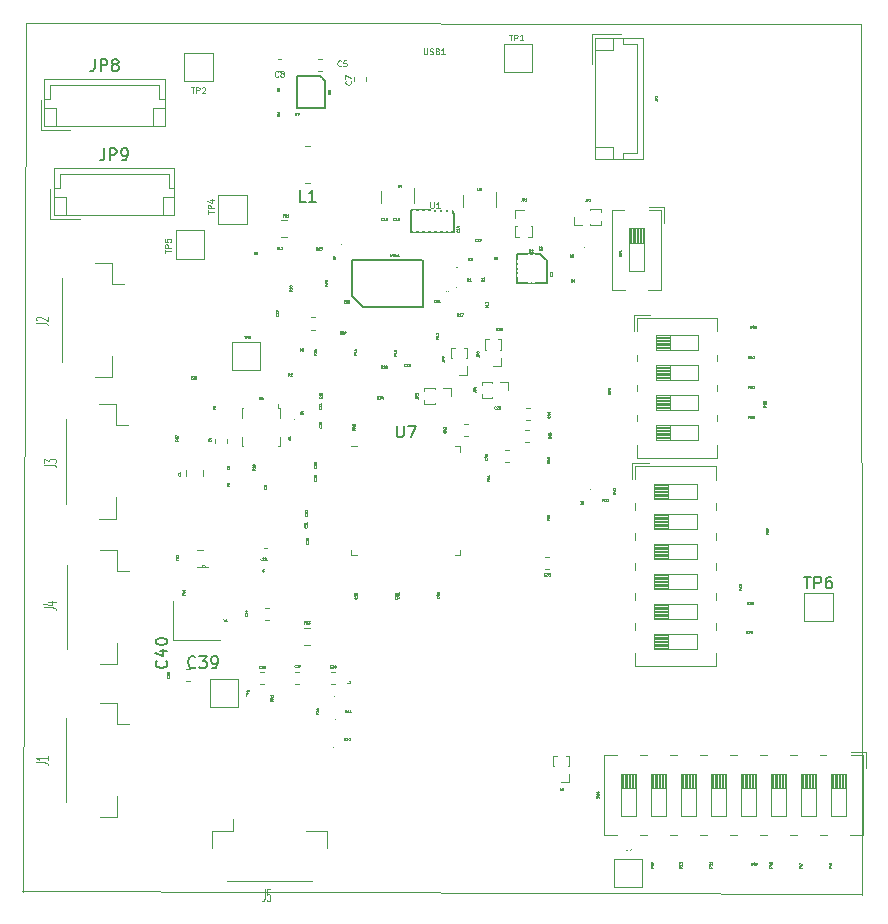
<source format=gbr>
G04 #@! TF.GenerationSoftware,KiCad,Pcbnew,(5.1.0)-1*
G04 #@! TF.CreationDate,2019-05-23T13:16:00+05:30*
G04 #@! TF.ProjectId,typec,74797065-632e-46b6-9963-61645f706362,rev?*
G04 #@! TF.SameCoordinates,Original*
G04 #@! TF.FileFunction,Legend,Top*
G04 #@! TF.FilePolarity,Positive*
%FSLAX46Y46*%
G04 Gerber Fmt 4.6, Leading zero omitted, Abs format (unit mm)*
G04 Created by KiCad (PCBNEW (5.1.0)-1) date 2019-05-23 13:16:00*
%MOMM*%
%LPD*%
G04 APERTURE LIST*
%ADD10C,0.120000*%
%ADD11C,0.150000*%
%ADD12C,0.100000*%
%ADD13C,0.125000*%
%ADD14C,0.050000*%
%ADD15C,0.702000*%
%ADD16C,1.102000*%
%ADD17C,0.977000*%
%ADD18R,0.382000X0.952000*%
%ADD19R,2.502000X1.752000*%
%ADD20R,0.802000X0.382000*%
%ADD21R,1.702000X1.702000*%
%ADD22O,1.702000X1.702000*%
%ADD23R,2.102000X2.102000*%
%ADD24C,0.302000*%
%ADD25R,3.302000X1.302000*%
%ADD26C,0.692000*%
%ADD27C,0.502000*%
%ADD28C,0.402000*%
%ADD29C,1.077000*%
%ADD30R,0.402000X1.302000*%
%ADD31R,0.302000X1.102000*%
%ADD32R,0.302000X0.802000*%
%ADD33C,6.102000*%
%ADD34C,0.352000*%
%ADD35R,1.502000X1.302000*%
%ADD36R,1.702000X1.002000*%
%ADD37R,0.952000X0.952000*%
%ADD38O,0.952000X0.952000*%
%ADD39C,1.802000*%
%ADD40O,2.052000X1.802000*%
%ADD41O,1.802000X2.052000*%
%ADD42R,1.402000X3.502000*%
G04 APERTURE END LIST*
D10*
X182092600Y-106121200D02*
X182016400Y-32359600D01*
X182016400Y-32359600D02*
X111302800Y-32308800D01*
X110947200Y-105816400D02*
X182118000Y-106070400D01*
X111277400Y-32308800D02*
X111023400Y-105867200D01*
X117125400Y-52594800D02*
X118575400Y-52594800D01*
X118575400Y-52594800D02*
X118575400Y-54394800D01*
X118575400Y-54394800D02*
X119565400Y-54394800D01*
X117125400Y-62314800D02*
X118575400Y-62314800D01*
X118575400Y-62314800D02*
X118575400Y-60514800D01*
X114305400Y-53864800D02*
X114305400Y-61044800D01*
X131085422Y-88293801D02*
X131410980Y-88293801D01*
X131085422Y-87273801D02*
X131410980Y-87273801D01*
X132773220Y-68140380D02*
X132673220Y-68140380D01*
X129673220Y-64940380D02*
X129573220Y-64940380D01*
X129573220Y-64940380D02*
X129573220Y-65740380D01*
X129573220Y-68140380D02*
X129673220Y-68140380D01*
X129573220Y-67340380D02*
X129573220Y-68140380D01*
X132773220Y-64940380D02*
X132673220Y-64940380D01*
X132773220Y-67340380D02*
X132773220Y-68140380D01*
X132673220Y-64940380D02*
X132673220Y-64540380D01*
X132773220Y-65740380D02*
X132773220Y-64940380D01*
X162998100Y-57295520D02*
X169819100Y-57295520D01*
X162998100Y-69135520D02*
X169819100Y-69135520D01*
X162998100Y-57295520D02*
X162998100Y-58365520D01*
X162998100Y-60445520D02*
X162998100Y-60956520D01*
X162998100Y-62935520D02*
X162998100Y-63496520D01*
X162998100Y-65475520D02*
X162998100Y-66036520D01*
X162998100Y-68015520D02*
X162998100Y-69135520D01*
X169819100Y-68015520D02*
X169819100Y-69135520D01*
X169819100Y-65475520D02*
X169819100Y-66036520D01*
X169819100Y-62935520D02*
X169819100Y-63496520D01*
X169819100Y-57295520D02*
X169819100Y-58415520D01*
X169819100Y-60395520D02*
X169819100Y-60956520D01*
X162758100Y-57055520D02*
X164141100Y-57055520D01*
X162758100Y-57055520D02*
X162758100Y-58365520D01*
X164598100Y-58770520D02*
X164598100Y-60040520D01*
X164598100Y-60040520D02*
X168218100Y-60040520D01*
X168218100Y-60040520D02*
X168218100Y-58770520D01*
X168218100Y-58770520D02*
X164598100Y-58770520D01*
X164598100Y-58890520D02*
X165804767Y-58890520D01*
X164598100Y-59010520D02*
X165804767Y-59010520D01*
X164598100Y-59130520D02*
X165804767Y-59130520D01*
X164598100Y-59250520D02*
X165804767Y-59250520D01*
X164598100Y-59370520D02*
X165804767Y-59370520D01*
X164598100Y-59490520D02*
X165804767Y-59490520D01*
X164598100Y-59610520D02*
X165804767Y-59610520D01*
X164598100Y-59730520D02*
X165804767Y-59730520D01*
X164598100Y-59850520D02*
X165804767Y-59850520D01*
X164598100Y-59970520D02*
X165804767Y-59970520D01*
X165804767Y-58770520D02*
X165804767Y-60040520D01*
X164598100Y-61310520D02*
X164598100Y-62580520D01*
X164598100Y-62580520D02*
X168218100Y-62580520D01*
X168218100Y-62580520D02*
X168218100Y-61310520D01*
X168218100Y-61310520D02*
X164598100Y-61310520D01*
X164598100Y-61430520D02*
X165804767Y-61430520D01*
X164598100Y-61550520D02*
X165804767Y-61550520D01*
X164598100Y-61670520D02*
X165804767Y-61670520D01*
X164598100Y-61790520D02*
X165804767Y-61790520D01*
X164598100Y-61910520D02*
X165804767Y-61910520D01*
X164598100Y-62030520D02*
X165804767Y-62030520D01*
X164598100Y-62150520D02*
X165804767Y-62150520D01*
X164598100Y-62270520D02*
X165804767Y-62270520D01*
X164598100Y-62390520D02*
X165804767Y-62390520D01*
X164598100Y-62510520D02*
X165804767Y-62510520D01*
X165804767Y-61310520D02*
X165804767Y-62580520D01*
X164598100Y-63850520D02*
X164598100Y-65120520D01*
X164598100Y-65120520D02*
X168218100Y-65120520D01*
X168218100Y-65120520D02*
X168218100Y-63850520D01*
X168218100Y-63850520D02*
X164598100Y-63850520D01*
X164598100Y-63970520D02*
X165804767Y-63970520D01*
X164598100Y-64090520D02*
X165804767Y-64090520D01*
X164598100Y-64210520D02*
X165804767Y-64210520D01*
X164598100Y-64330520D02*
X165804767Y-64330520D01*
X164598100Y-64450520D02*
X165804767Y-64450520D01*
X164598100Y-64570520D02*
X165804767Y-64570520D01*
X164598100Y-64690520D02*
X165804767Y-64690520D01*
X164598100Y-64810520D02*
X165804767Y-64810520D01*
X164598100Y-64930520D02*
X165804767Y-64930520D01*
X164598100Y-65050520D02*
X165804767Y-65050520D01*
X165804767Y-63850520D02*
X165804767Y-65120520D01*
X164598100Y-66390520D02*
X164598100Y-67660520D01*
X164598100Y-67660520D02*
X168218100Y-67660520D01*
X168218100Y-67660520D02*
X168218100Y-66390520D01*
X168218100Y-66390520D02*
X164598100Y-66390520D01*
X164598100Y-66510520D02*
X165804767Y-66510520D01*
X164598100Y-66630520D02*
X165804767Y-66630520D01*
X164598100Y-66750520D02*
X165804767Y-66750520D01*
X164598100Y-66870520D02*
X165804767Y-66870520D01*
X164598100Y-66990520D02*
X165804767Y-66990520D01*
X164598100Y-67110520D02*
X165804767Y-67110520D01*
X164598100Y-67230520D02*
X165804767Y-67230520D01*
X164598100Y-67350520D02*
X165804767Y-67350520D01*
X164598100Y-67470520D02*
X165804767Y-67470520D01*
X164598100Y-67590520D02*
X165804767Y-67590520D01*
X165804767Y-66390520D02*
X165804767Y-67660520D01*
X126870860Y-87832520D02*
X129270860Y-87832520D01*
X126870860Y-90232520D02*
X126870860Y-87832520D01*
X129270860Y-90232520D02*
X126870860Y-90232520D01*
X129270860Y-87832520D02*
X129270860Y-90232520D01*
D11*
X152852120Y-51866800D02*
X152852120Y-54322980D01*
X155341320Y-54322980D02*
X152834340Y-54322980D01*
X154787600Y-51856640D02*
X152834340Y-51856640D01*
X155369260Y-52395120D02*
X155369260Y-54322980D01*
X154777440Y-51851560D02*
X155359100Y-52379880D01*
X139819380Y-56319420D02*
X138912600Y-55422800D01*
X138887200Y-55405020D02*
X138894820Y-52359560D01*
X138894820Y-52359560D02*
X144856200Y-52354480D01*
X144881600Y-52372260D02*
X144876520Y-56329580D01*
X144876520Y-56329580D02*
X139821920Y-56329580D01*
D10*
X148310140Y-47886240D02*
X148310140Y-46886240D01*
X151110140Y-47886240D02*
X151110140Y-46586240D01*
X128710840Y-59287560D02*
X131110840Y-59287560D01*
X131110840Y-59287560D02*
X131110840Y-61687560D01*
X131110840Y-61687560D02*
X128710840Y-61687560D01*
X128710840Y-61687560D02*
X128710840Y-59287560D01*
X127575460Y-49292360D02*
X127575460Y-46892360D01*
X129975460Y-49292360D02*
X127575460Y-49292360D01*
X129975460Y-46892360D02*
X129975460Y-49292360D01*
X127575460Y-46892360D02*
X129975460Y-46892360D01*
D12*
X137997400Y-51053800D02*
G75*
G03X137997400Y-51053800I-50000J0D01*
G01*
D10*
X132911322Y-49023200D02*
X133428478Y-49023200D01*
X132911322Y-50443200D02*
X133428478Y-50443200D01*
D12*
X133569840Y-60568840D02*
G75*
G03X133569840Y-60568840I-50000J0D01*
G01*
X129668400Y-52527200D02*
G75*
G03X129668400Y-52527200I-50000J0D01*
G01*
D10*
X135773379Y-58269600D02*
X135447821Y-58269600D01*
X135773379Y-57249600D02*
X135447821Y-57249600D01*
D12*
X147730200Y-54711600D02*
G75*
G03X147730200Y-54711600I-50000J0D01*
G01*
D10*
X124867600Y-70667378D02*
X124867600Y-70150222D01*
X126287600Y-70667378D02*
X126287600Y-70150222D01*
X144175940Y-47581440D02*
X144175940Y-46281440D01*
X141375940Y-47581440D02*
X141375940Y-46581440D01*
X151743560Y-36470440D02*
X151743560Y-34070440D01*
X154143560Y-36470440D02*
X151743560Y-36470440D01*
X154143560Y-34070440D02*
X154143560Y-36470440D01*
X151743560Y-34070440D02*
X154143560Y-34070440D01*
D11*
X147558760Y-49984820D02*
X144010380Y-49983380D01*
X147540980Y-49961960D02*
X147540980Y-48450660D01*
X147548600Y-48450660D02*
X147332700Y-48191580D01*
X147332700Y-48191580D02*
X143901160Y-48181420D01*
X143901160Y-48181420D02*
X143911320Y-49984820D01*
X143911320Y-49984820D02*
X144084040Y-49977200D01*
D10*
X128345660Y-67515521D02*
X128345660Y-67841079D01*
X127325660Y-67515521D02*
X127325660Y-67841079D01*
D12*
X134037540Y-65890480D02*
G75*
G03X134037540Y-65890480I-50000J0D01*
G01*
X158599680Y-51335940D02*
G75*
G03X158599680Y-51335940I-50000J0D01*
G01*
X147829400Y-52984400D02*
G75*
G03X147829400Y-52984400I-50000J0D01*
G01*
D10*
X163621720Y-50920567D02*
X162351720Y-50920567D01*
X162421720Y-49713900D02*
X162421720Y-50920567D01*
X162541720Y-49713900D02*
X162541720Y-50920567D01*
X162661720Y-49713900D02*
X162661720Y-50920567D01*
X162781720Y-49713900D02*
X162781720Y-50920567D01*
X162901720Y-49713900D02*
X162901720Y-50920567D01*
X163021720Y-49713900D02*
X163021720Y-50920567D01*
X163141720Y-49713900D02*
X163141720Y-50920567D01*
X163261720Y-49713900D02*
X163261720Y-50920567D01*
X163381720Y-49713900D02*
X163381720Y-50920567D01*
X163501720Y-49713900D02*
X163501720Y-50920567D01*
X163621720Y-53333900D02*
X163621720Y-49713900D01*
X162351720Y-53333900D02*
X163621720Y-53333900D01*
X162351720Y-49713900D02*
X162351720Y-53333900D01*
X163621720Y-49713900D02*
X162351720Y-49713900D01*
X165336720Y-47873900D02*
X164026720Y-47873900D01*
X165336720Y-47873900D02*
X165336720Y-49256900D01*
X161996720Y-54934900D02*
X160876720Y-54934900D01*
X165096720Y-54934900D02*
X163976720Y-54934900D01*
X161946720Y-48113900D02*
X160876720Y-48113900D01*
X165096720Y-48113900D02*
X164026720Y-48113900D01*
X160876720Y-48113900D02*
X160876720Y-54934900D01*
X165096720Y-48113900D02*
X165096720Y-54934900D01*
X136342239Y-36341780D02*
X136016681Y-36341780D01*
X136342239Y-35321780D02*
X136016681Y-35321780D01*
X139027440Y-36898361D02*
X139027440Y-37223919D01*
X140047440Y-36898361D02*
X140047440Y-37223919D01*
X132592961Y-35334480D02*
X132918519Y-35334480D01*
X132592961Y-36354480D02*
X132918519Y-36354480D01*
D12*
X132053800Y-36860000D02*
G75*
G03X132053800Y-36860000I-50000J0D01*
G01*
D10*
X127107800Y-34817200D02*
X127107800Y-37217200D01*
X127107800Y-37217200D02*
X124707800Y-37217200D01*
X124707800Y-37217200D02*
X124707800Y-34817200D01*
X124707800Y-34817200D02*
X127107800Y-34817200D01*
X123988980Y-49874320D02*
X126388980Y-49874320D01*
X126388980Y-49874320D02*
X126388980Y-52274320D01*
X126388980Y-52274320D02*
X123988980Y-52274320D01*
X123988980Y-52274320D02*
X123988980Y-49874320D01*
X137424479Y-88292400D02*
X137098921Y-88292400D01*
X137424479Y-87272400D02*
X137098921Y-87272400D01*
X134101721Y-88292400D02*
X134427279Y-88292400D01*
X134101721Y-87272400D02*
X134427279Y-87272400D01*
X124856021Y-87018400D02*
X125181579Y-87018400D01*
X124856021Y-88038400D02*
X125181579Y-88038400D01*
X155562779Y-78510000D02*
X155237221Y-78510000D01*
X155562779Y-77490000D02*
X155237221Y-77490000D01*
X131861779Y-82831400D02*
X131536221Y-82831400D01*
X131861779Y-81811400D02*
X131536221Y-81811400D01*
X148417061Y-67268820D02*
X148742619Y-67268820D01*
X148417061Y-66248820D02*
X148742619Y-66248820D01*
X153603741Y-64938180D02*
X153929299Y-64938180D01*
X153603741Y-65958180D02*
X153929299Y-65958180D01*
X153583521Y-67794600D02*
X153909079Y-67794600D01*
X153583521Y-66774600D02*
X153909079Y-66774600D01*
X152207179Y-68476400D02*
X151881621Y-68476400D01*
X152207179Y-69496400D02*
X151881621Y-69496400D01*
D12*
X159130200Y-71808000D02*
G75*
G03X159130200Y-71808000I-50000J0D01*
G01*
X137467801Y-91286801D02*
G75*
G03X137467801Y-91286801I-50000J0D01*
G01*
X137467801Y-89296801D02*
G75*
G03X137467801Y-89296801I-50000J0D01*
G01*
D10*
X125773922Y-76912400D02*
X126291078Y-76912400D01*
X125773922Y-78332400D02*
X126291078Y-78332400D01*
X134795522Y-84987200D02*
X135312678Y-84987200D01*
X134795522Y-83567200D02*
X135312678Y-83567200D01*
X162883800Y-69848200D02*
X169704800Y-69848200D01*
X162883800Y-86769200D02*
X169704800Y-86769200D01*
X162883800Y-69848200D02*
X162883800Y-70918200D01*
X162883800Y-72998200D02*
X162883800Y-73509200D01*
X162883800Y-75488200D02*
X162883800Y-76049200D01*
X162883800Y-78028200D02*
X162883800Y-78589200D01*
X162883800Y-80568200D02*
X162883800Y-81128200D01*
X162883800Y-83108200D02*
X162883800Y-83668200D01*
X162883800Y-85648200D02*
X162883800Y-86769200D01*
X169704800Y-85648200D02*
X169704800Y-86769200D01*
X169704800Y-83108200D02*
X169704800Y-83668200D01*
X169704800Y-80568200D02*
X169704800Y-81128200D01*
X169704800Y-78028200D02*
X169704800Y-78589200D01*
X169704800Y-75488200D02*
X169704800Y-76049200D01*
X169704800Y-69848200D02*
X169704800Y-70968200D01*
X169704800Y-72948200D02*
X169704800Y-73509200D01*
X162643800Y-69608200D02*
X164026800Y-69608200D01*
X162643800Y-69608200D02*
X162643800Y-70918200D01*
X164483800Y-71323200D02*
X164483800Y-72593200D01*
X164483800Y-72593200D02*
X168103800Y-72593200D01*
X168103800Y-72593200D02*
X168103800Y-71323200D01*
X168103800Y-71323200D02*
X164483800Y-71323200D01*
X164483800Y-71443200D02*
X165690467Y-71443200D01*
X164483800Y-71563200D02*
X165690467Y-71563200D01*
X164483800Y-71683200D02*
X165690467Y-71683200D01*
X164483800Y-71803200D02*
X165690467Y-71803200D01*
X164483800Y-71923200D02*
X165690467Y-71923200D01*
X164483800Y-72043200D02*
X165690467Y-72043200D01*
X164483800Y-72163200D02*
X165690467Y-72163200D01*
X164483800Y-72283200D02*
X165690467Y-72283200D01*
X164483800Y-72403200D02*
X165690467Y-72403200D01*
X164483800Y-72523200D02*
X165690467Y-72523200D01*
X165690467Y-71323200D02*
X165690467Y-72593200D01*
X164483800Y-73863200D02*
X164483800Y-75133200D01*
X164483800Y-75133200D02*
X168103800Y-75133200D01*
X168103800Y-75133200D02*
X168103800Y-73863200D01*
X168103800Y-73863200D02*
X164483800Y-73863200D01*
X164483800Y-73983200D02*
X165690467Y-73983200D01*
X164483800Y-74103200D02*
X165690467Y-74103200D01*
X164483800Y-74223200D02*
X165690467Y-74223200D01*
X164483800Y-74343200D02*
X165690467Y-74343200D01*
X164483800Y-74463200D02*
X165690467Y-74463200D01*
X164483800Y-74583200D02*
X165690467Y-74583200D01*
X164483800Y-74703200D02*
X165690467Y-74703200D01*
X164483800Y-74823200D02*
X165690467Y-74823200D01*
X164483800Y-74943200D02*
X165690467Y-74943200D01*
X164483800Y-75063200D02*
X165690467Y-75063200D01*
X165690467Y-73863200D02*
X165690467Y-75133200D01*
X164483800Y-76403200D02*
X164483800Y-77673200D01*
X164483800Y-77673200D02*
X168103800Y-77673200D01*
X168103800Y-77673200D02*
X168103800Y-76403200D01*
X168103800Y-76403200D02*
X164483800Y-76403200D01*
X164483800Y-76523200D02*
X165690467Y-76523200D01*
X164483800Y-76643200D02*
X165690467Y-76643200D01*
X164483800Y-76763200D02*
X165690467Y-76763200D01*
X164483800Y-76883200D02*
X165690467Y-76883200D01*
X164483800Y-77003200D02*
X165690467Y-77003200D01*
X164483800Y-77123200D02*
X165690467Y-77123200D01*
X164483800Y-77243200D02*
X165690467Y-77243200D01*
X164483800Y-77363200D02*
X165690467Y-77363200D01*
X164483800Y-77483200D02*
X165690467Y-77483200D01*
X164483800Y-77603200D02*
X165690467Y-77603200D01*
X165690467Y-76403200D02*
X165690467Y-77673200D01*
X164483800Y-78943200D02*
X164483800Y-80213200D01*
X164483800Y-80213200D02*
X168103800Y-80213200D01*
X168103800Y-80213200D02*
X168103800Y-78943200D01*
X168103800Y-78943200D02*
X164483800Y-78943200D01*
X164483800Y-79063200D02*
X165690467Y-79063200D01*
X164483800Y-79183200D02*
X165690467Y-79183200D01*
X164483800Y-79303200D02*
X165690467Y-79303200D01*
X164483800Y-79423200D02*
X165690467Y-79423200D01*
X164483800Y-79543200D02*
X165690467Y-79543200D01*
X164483800Y-79663200D02*
X165690467Y-79663200D01*
X164483800Y-79783200D02*
X165690467Y-79783200D01*
X164483800Y-79903200D02*
X165690467Y-79903200D01*
X164483800Y-80023200D02*
X165690467Y-80023200D01*
X164483800Y-80143200D02*
X165690467Y-80143200D01*
X165690467Y-78943200D02*
X165690467Y-80213200D01*
X164483800Y-81483200D02*
X164483800Y-82753200D01*
X164483800Y-82753200D02*
X168103800Y-82753200D01*
X168103800Y-82753200D02*
X168103800Y-81483200D01*
X168103800Y-81483200D02*
X164483800Y-81483200D01*
X164483800Y-81603200D02*
X165690467Y-81603200D01*
X164483800Y-81723200D02*
X165690467Y-81723200D01*
X164483800Y-81843200D02*
X165690467Y-81843200D01*
X164483800Y-81963200D02*
X165690467Y-81963200D01*
X164483800Y-82083200D02*
X165690467Y-82083200D01*
X164483800Y-82203200D02*
X165690467Y-82203200D01*
X164483800Y-82323200D02*
X165690467Y-82323200D01*
X164483800Y-82443200D02*
X165690467Y-82443200D01*
X164483800Y-82563200D02*
X165690467Y-82563200D01*
X164483800Y-82683200D02*
X165690467Y-82683200D01*
X165690467Y-81483200D02*
X165690467Y-82753200D01*
X164483800Y-84023200D02*
X164483800Y-85293200D01*
X164483800Y-85293200D02*
X168103800Y-85293200D01*
X168103800Y-85293200D02*
X168103800Y-84023200D01*
X168103800Y-84023200D02*
X164483800Y-84023200D01*
X164483800Y-84143200D02*
X165690467Y-84143200D01*
X164483800Y-84263200D02*
X165690467Y-84263200D01*
X164483800Y-84383200D02*
X165690467Y-84383200D01*
X164483800Y-84503200D02*
X165690467Y-84503200D01*
X164483800Y-84623200D02*
X165690467Y-84623200D01*
X164483800Y-84743200D02*
X165690467Y-84743200D01*
X164483800Y-84863200D02*
X165690467Y-84863200D01*
X164483800Y-84983200D02*
X165690467Y-84983200D01*
X164483800Y-85103200D02*
X165690467Y-85103200D01*
X164483800Y-85223200D02*
X165690467Y-85223200D01*
X165690467Y-84023200D02*
X165690467Y-85293200D01*
X182196000Y-94278400D02*
X182196000Y-101099400D01*
X160195000Y-94278400D02*
X160195000Y-101099400D01*
X182196000Y-94278400D02*
X181126000Y-94278400D01*
X179046000Y-94278400D02*
X178535000Y-94278400D01*
X176556000Y-94278400D02*
X175995000Y-94278400D01*
X174016000Y-94278400D02*
X173455000Y-94278400D01*
X171476000Y-94278400D02*
X170916000Y-94278400D01*
X168936000Y-94278400D02*
X168376000Y-94278400D01*
X166396000Y-94278400D02*
X165836000Y-94278400D01*
X163856000Y-94278400D02*
X163296000Y-94278400D01*
X161316000Y-94278400D02*
X160195000Y-94278400D01*
X161315000Y-101099400D02*
X160195000Y-101099400D01*
X163855000Y-101099400D02*
X163296000Y-101099400D01*
X166395000Y-101099400D02*
X165835000Y-101099400D01*
X168935000Y-101099400D02*
X168375000Y-101099400D01*
X171475000Y-101099400D02*
X170915000Y-101099400D01*
X174015000Y-101099400D02*
X173455000Y-101099400D01*
X176555000Y-101099400D02*
X175995000Y-101099400D01*
X182196000Y-101099400D02*
X181076000Y-101099400D01*
X179095000Y-101099400D02*
X178535000Y-101099400D01*
X182436000Y-94038400D02*
X182436000Y-95421400D01*
X182436000Y-94038400D02*
X181126000Y-94038400D01*
X180721000Y-95878400D02*
X179451000Y-95878400D01*
X179451000Y-95878400D02*
X179451000Y-99498400D01*
X179451000Y-99498400D02*
X180721000Y-99498400D01*
X180721000Y-99498400D02*
X180721000Y-95878400D01*
X180601000Y-95878400D02*
X180601000Y-97085067D01*
X180481000Y-95878400D02*
X180481000Y-97085067D01*
X180361000Y-95878400D02*
X180361000Y-97085067D01*
X180241000Y-95878400D02*
X180241000Y-97085067D01*
X180121000Y-95878400D02*
X180121000Y-97085067D01*
X180001000Y-95878400D02*
X180001000Y-97085067D01*
X179881000Y-95878400D02*
X179881000Y-97085067D01*
X179761000Y-95878400D02*
X179761000Y-97085067D01*
X179641000Y-95878400D02*
X179641000Y-97085067D01*
X179521000Y-95878400D02*
X179521000Y-97085067D01*
X180721000Y-97085067D02*
X179451000Y-97085067D01*
X178181000Y-95878400D02*
X176911000Y-95878400D01*
X176911000Y-95878400D02*
X176911000Y-99498400D01*
X176911000Y-99498400D02*
X178181000Y-99498400D01*
X178181000Y-99498400D02*
X178181000Y-95878400D01*
X178061000Y-95878400D02*
X178061000Y-97085067D01*
X177941000Y-95878400D02*
X177941000Y-97085067D01*
X177821000Y-95878400D02*
X177821000Y-97085067D01*
X177701000Y-95878400D02*
X177701000Y-97085067D01*
X177581000Y-95878400D02*
X177581000Y-97085067D01*
X177461000Y-95878400D02*
X177461000Y-97085067D01*
X177341000Y-95878400D02*
X177341000Y-97085067D01*
X177221000Y-95878400D02*
X177221000Y-97085067D01*
X177101000Y-95878400D02*
X177101000Y-97085067D01*
X176981000Y-95878400D02*
X176981000Y-97085067D01*
X178181000Y-97085067D02*
X176911000Y-97085067D01*
X175641000Y-95878400D02*
X174371000Y-95878400D01*
X174371000Y-95878400D02*
X174371000Y-99498400D01*
X174371000Y-99498400D02*
X175641000Y-99498400D01*
X175641000Y-99498400D02*
X175641000Y-95878400D01*
X175521000Y-95878400D02*
X175521000Y-97085067D01*
X175401000Y-95878400D02*
X175401000Y-97085067D01*
X175281000Y-95878400D02*
X175281000Y-97085067D01*
X175161000Y-95878400D02*
X175161000Y-97085067D01*
X175041000Y-95878400D02*
X175041000Y-97085067D01*
X174921000Y-95878400D02*
X174921000Y-97085067D01*
X174801000Y-95878400D02*
X174801000Y-97085067D01*
X174681000Y-95878400D02*
X174681000Y-97085067D01*
X174561000Y-95878400D02*
X174561000Y-97085067D01*
X174441000Y-95878400D02*
X174441000Y-97085067D01*
X175641000Y-97085067D02*
X174371000Y-97085067D01*
X173101000Y-95878400D02*
X171831000Y-95878400D01*
X171831000Y-95878400D02*
X171831000Y-99498400D01*
X171831000Y-99498400D02*
X173101000Y-99498400D01*
X173101000Y-99498400D02*
X173101000Y-95878400D01*
X172981000Y-95878400D02*
X172981000Y-97085067D01*
X172861000Y-95878400D02*
X172861000Y-97085067D01*
X172741000Y-95878400D02*
X172741000Y-97085067D01*
X172621000Y-95878400D02*
X172621000Y-97085067D01*
X172501000Y-95878400D02*
X172501000Y-97085067D01*
X172381000Y-95878400D02*
X172381000Y-97085067D01*
X172261000Y-95878400D02*
X172261000Y-97085067D01*
X172141000Y-95878400D02*
X172141000Y-97085067D01*
X172021000Y-95878400D02*
X172021000Y-97085067D01*
X171901000Y-95878400D02*
X171901000Y-97085067D01*
X173101000Y-97085067D02*
X171831000Y-97085067D01*
X170561000Y-95878400D02*
X169291000Y-95878400D01*
X169291000Y-95878400D02*
X169291000Y-99498400D01*
X169291000Y-99498400D02*
X170561000Y-99498400D01*
X170561000Y-99498400D02*
X170561000Y-95878400D01*
X170441000Y-95878400D02*
X170441000Y-97085067D01*
X170321000Y-95878400D02*
X170321000Y-97085067D01*
X170201000Y-95878400D02*
X170201000Y-97085067D01*
X170081000Y-95878400D02*
X170081000Y-97085067D01*
X169961000Y-95878400D02*
X169961000Y-97085067D01*
X169841000Y-95878400D02*
X169841000Y-97085067D01*
X169721000Y-95878400D02*
X169721000Y-97085067D01*
X169601000Y-95878400D02*
X169601000Y-97085067D01*
X169481000Y-95878400D02*
X169481000Y-97085067D01*
X169361000Y-95878400D02*
X169361000Y-97085067D01*
X170561000Y-97085067D02*
X169291000Y-97085067D01*
X168021000Y-95878400D02*
X166751000Y-95878400D01*
X166751000Y-95878400D02*
X166751000Y-99498400D01*
X166751000Y-99498400D02*
X168021000Y-99498400D01*
X168021000Y-99498400D02*
X168021000Y-95878400D01*
X167901000Y-95878400D02*
X167901000Y-97085067D01*
X167781000Y-95878400D02*
X167781000Y-97085067D01*
X167661000Y-95878400D02*
X167661000Y-97085067D01*
X167541000Y-95878400D02*
X167541000Y-97085067D01*
X167421000Y-95878400D02*
X167421000Y-97085067D01*
X167301000Y-95878400D02*
X167301000Y-97085067D01*
X167181000Y-95878400D02*
X167181000Y-97085067D01*
X167061000Y-95878400D02*
X167061000Y-97085067D01*
X166941000Y-95878400D02*
X166941000Y-97085067D01*
X166821000Y-95878400D02*
X166821000Y-97085067D01*
X168021000Y-97085067D02*
X166751000Y-97085067D01*
X165481000Y-95878400D02*
X164211000Y-95878400D01*
X164211000Y-95878400D02*
X164211000Y-99498400D01*
X164211000Y-99498400D02*
X165481000Y-99498400D01*
X165481000Y-99498400D02*
X165481000Y-95878400D01*
X165361000Y-95878400D02*
X165361000Y-97085067D01*
X165241000Y-95878400D02*
X165241000Y-97085067D01*
X165121000Y-95878400D02*
X165121000Y-97085067D01*
X165001000Y-95878400D02*
X165001000Y-97085067D01*
X164881000Y-95878400D02*
X164881000Y-97085067D01*
X164761000Y-95878400D02*
X164761000Y-97085067D01*
X164641000Y-95878400D02*
X164641000Y-97085067D01*
X164521000Y-95878400D02*
X164521000Y-97085067D01*
X164401000Y-95878400D02*
X164401000Y-97085067D01*
X164281000Y-95878400D02*
X164281000Y-97085067D01*
X165481000Y-97085067D02*
X164211000Y-97085067D01*
X162941000Y-95878400D02*
X161671000Y-95878400D01*
X161671000Y-95878400D02*
X161671000Y-99498400D01*
X161671000Y-99498400D02*
X162941000Y-99498400D01*
X162941000Y-99498400D02*
X162941000Y-95878400D01*
X162821000Y-95878400D02*
X162821000Y-97085067D01*
X162701000Y-95878400D02*
X162701000Y-97085067D01*
X162581000Y-95878400D02*
X162581000Y-97085067D01*
X162461000Y-95878400D02*
X162461000Y-97085067D01*
X162341000Y-95878400D02*
X162341000Y-97085067D01*
X162221000Y-95878400D02*
X162221000Y-97085067D01*
X162101000Y-95878400D02*
X162101000Y-97085067D01*
X161981000Y-95878400D02*
X161981000Y-97085067D01*
X161861000Y-95878400D02*
X161861000Y-97085067D01*
X161741000Y-95878400D02*
X161741000Y-97085067D01*
X162941000Y-97085067D02*
X161671000Y-97085067D01*
X177209600Y-80537200D02*
X179609600Y-80537200D01*
X179609600Y-80537200D02*
X179609600Y-82937200D01*
X179609600Y-82937200D02*
X177209600Y-82937200D01*
X177209600Y-82937200D02*
X177209600Y-80537200D01*
X161085680Y-103084780D02*
X163485680Y-103084780D01*
X163485680Y-103084780D02*
X163485680Y-105484780D01*
X163485680Y-105484780D02*
X161085680Y-105484780D01*
X161085680Y-105484780D02*
X161085680Y-103084780D01*
X147594200Y-68161000D02*
X148069200Y-68161000D01*
X148069200Y-68161000D02*
X148069200Y-68636000D01*
X139324200Y-77381000D02*
X138849200Y-77381000D01*
X138849200Y-77381000D02*
X138849200Y-76906000D01*
X147594200Y-77381000D02*
X148069200Y-77381000D01*
X148069200Y-77381000D02*
X148069200Y-76906000D01*
X139324200Y-68161000D02*
X138849200Y-68161000D01*
X123730000Y-81230200D02*
X123730000Y-84530200D01*
X123730000Y-84530200D02*
X127730000Y-84530200D01*
D11*
X134251700Y-36842700D02*
X134251700Y-39484300D01*
X134259320Y-39519860D02*
X136591040Y-39519860D01*
X134251700Y-36819840D02*
X136215120Y-36819840D01*
X136215120Y-36819840D02*
X136530080Y-37134800D01*
X136591040Y-39484300D02*
X136591040Y-37231320D01*
X136591040Y-37231320D02*
X136580880Y-37180520D01*
D10*
X157311400Y-94350400D02*
X157010893Y-94350400D01*
X156221907Y-94350400D02*
X155921400Y-94350400D01*
X157311400Y-95225400D02*
X157311400Y-94350400D01*
X155921400Y-95225400D02*
X155921400Y-94350400D01*
X157311400Y-95225400D02*
X157224676Y-95225400D01*
X156008124Y-95225400D02*
X155921400Y-95225400D01*
X157311400Y-95910400D02*
X157311400Y-96595400D01*
X157311400Y-96595400D02*
X156616400Y-96595400D01*
X131734879Y-77751400D02*
X131409321Y-77751400D01*
X131734879Y-76731400D02*
X131409321Y-76731400D01*
D12*
X137390000Y-93624400D02*
G75*
G03X137390000Y-93624400I-50000J0D01*
G01*
D10*
X163533400Y-33585000D02*
X159513400Y-33585000D01*
X159513400Y-33585000D02*
X159513400Y-43805000D01*
X159513400Y-43805000D02*
X163533400Y-43805000D01*
X163533400Y-43805000D02*
X163533400Y-33585000D01*
X161823400Y-33585000D02*
X161823400Y-34085000D01*
X161823400Y-34085000D02*
X163033400Y-34085000D01*
X163033400Y-34085000D02*
X163033400Y-43305000D01*
X163033400Y-43305000D02*
X161823400Y-43305000D01*
X161823400Y-43305000D02*
X161823400Y-43805000D01*
X161013400Y-33585000D02*
X161013400Y-34585000D01*
X161013400Y-34585000D02*
X159513400Y-34585000D01*
X161013400Y-43805000D02*
X161013400Y-42805000D01*
X161013400Y-42805000D02*
X159513400Y-42805000D01*
X161713400Y-33285000D02*
X159213400Y-33285000D01*
X159213400Y-33285000D02*
X159213400Y-35785000D01*
X112858400Y-37025000D02*
X112858400Y-41045000D01*
X112858400Y-41045000D02*
X123078400Y-41045000D01*
X123078400Y-41045000D02*
X123078400Y-37025000D01*
X123078400Y-37025000D02*
X112858400Y-37025000D01*
X112858400Y-38735000D02*
X113358400Y-38735000D01*
X113358400Y-38735000D02*
X113358400Y-37525000D01*
X113358400Y-37525000D02*
X122578400Y-37525000D01*
X122578400Y-37525000D02*
X122578400Y-38735000D01*
X122578400Y-38735000D02*
X123078400Y-38735000D01*
X112858400Y-39545000D02*
X113858400Y-39545000D01*
X113858400Y-39545000D02*
X113858400Y-41045000D01*
X123078400Y-39545000D02*
X122078400Y-39545000D01*
X122078400Y-39545000D02*
X122078400Y-41045000D01*
X112558400Y-38845000D02*
X112558400Y-41345000D01*
X112558400Y-41345000D02*
X115058400Y-41345000D01*
X113345800Y-48888800D02*
X115845800Y-48888800D01*
X113345800Y-46388800D02*
X113345800Y-48888800D01*
X122865800Y-47088800D02*
X122865800Y-48588800D01*
X123865800Y-47088800D02*
X122865800Y-47088800D01*
X114645800Y-47088800D02*
X114645800Y-48588800D01*
X113645800Y-47088800D02*
X114645800Y-47088800D01*
X123365800Y-46278800D02*
X123865800Y-46278800D01*
X123365800Y-45068800D02*
X123365800Y-46278800D01*
X114145800Y-45068800D02*
X123365800Y-45068800D01*
X114145800Y-46278800D02*
X114145800Y-45068800D01*
X113645800Y-46278800D02*
X114145800Y-46278800D01*
X123865800Y-44568800D02*
X113645800Y-44568800D01*
X123865800Y-48588800D02*
X123865800Y-44568800D01*
X113645800Y-48588800D02*
X123865800Y-48588800D01*
X113645800Y-44568800D02*
X113645800Y-48588800D01*
X151545600Y-59095200D02*
X151245093Y-59095200D01*
X150456107Y-59095200D02*
X150155600Y-59095200D01*
X151545600Y-59970200D02*
X151545600Y-59095200D01*
X150155600Y-59970200D02*
X150155600Y-59095200D01*
X151545600Y-59970200D02*
X151458876Y-59970200D01*
X150242324Y-59970200D02*
X150155600Y-59970200D01*
X151545600Y-60655200D02*
X151545600Y-61340200D01*
X151545600Y-61340200D02*
X150850600Y-61340200D01*
X152145200Y-62678000D02*
X152145200Y-63373000D01*
X151460200Y-62678000D02*
X152145200Y-62678000D01*
X150775200Y-63981276D02*
X150775200Y-64068000D01*
X150775200Y-62678000D02*
X150775200Y-62764724D01*
X150775200Y-64068000D02*
X149900200Y-64068000D01*
X150775200Y-62678000D02*
X149900200Y-62678000D01*
X149900200Y-63767493D02*
X149900200Y-64068000D01*
X149900200Y-62678000D02*
X149900200Y-62978507D01*
X145023400Y-63186000D02*
X145023400Y-63486507D01*
X145023400Y-64275493D02*
X145023400Y-64576000D01*
X145898400Y-63186000D02*
X145023400Y-63186000D01*
X145898400Y-64576000D02*
X145023400Y-64576000D01*
X145898400Y-63186000D02*
X145898400Y-63272724D01*
X145898400Y-64489276D02*
X145898400Y-64576000D01*
X146583400Y-63186000D02*
X147268400Y-63186000D01*
X147268400Y-63186000D02*
X147268400Y-63881000D01*
X148675400Y-59831800D02*
X148374893Y-59831800D01*
X147585907Y-59831800D02*
X147285400Y-59831800D01*
X148675400Y-60706800D02*
X148675400Y-59831800D01*
X147285400Y-60706800D02*
X147285400Y-59831800D01*
X148675400Y-60706800D02*
X148588676Y-60706800D01*
X147372124Y-60706800D02*
X147285400Y-60706800D01*
X148675400Y-61391800D02*
X148675400Y-62076800D01*
X148675400Y-62076800D02*
X147980400Y-62076800D01*
X152741240Y-48156660D02*
X153436240Y-48156660D01*
X152741240Y-48841660D02*
X152741240Y-48156660D01*
X154044516Y-49526660D02*
X154131240Y-49526660D01*
X152741240Y-49526660D02*
X152827964Y-49526660D01*
X154131240Y-49526660D02*
X154131240Y-50401660D01*
X152741240Y-49526660D02*
X152741240Y-50401660D01*
X153830733Y-50401660D02*
X154131240Y-50401660D01*
X152741240Y-50401660D02*
X153041747Y-50401660D01*
X159956940Y-49412200D02*
X159956940Y-49111693D01*
X159956940Y-48322707D02*
X159956940Y-48022200D01*
X159081940Y-49412200D02*
X159956940Y-49412200D01*
X159081940Y-48022200D02*
X159956940Y-48022200D01*
X159081940Y-49412200D02*
X159081940Y-49325476D01*
X159081940Y-48108924D02*
X159081940Y-48022200D01*
X158396940Y-49412200D02*
X157711940Y-49412200D01*
X157711940Y-49412200D02*
X157711940Y-48717200D01*
X114724500Y-91118980D02*
X114724500Y-98298980D01*
X118994500Y-99568980D02*
X118994500Y-97768980D01*
X117544500Y-99568980D02*
X118994500Y-99568980D01*
X118994500Y-91648980D02*
X119984500Y-91648980D01*
X118994500Y-89848980D02*
X118994500Y-91648980D01*
X117544500Y-89848980D02*
X118994500Y-89848980D01*
X117485200Y-64563600D02*
X118935200Y-64563600D01*
X118935200Y-64563600D02*
X118935200Y-66363600D01*
X118935200Y-66363600D02*
X119925200Y-66363600D01*
X117485200Y-74283600D02*
X118935200Y-74283600D01*
X118935200Y-74283600D02*
X118935200Y-72483600D01*
X114665200Y-65833600D02*
X114665200Y-73013600D01*
X114762600Y-78172600D02*
X114762600Y-85352600D01*
X119032600Y-86622600D02*
X119032600Y-84822600D01*
X117582600Y-86622600D02*
X119032600Y-86622600D01*
X119032600Y-78702600D02*
X120022600Y-78702600D01*
X119032600Y-76902600D02*
X119032600Y-78702600D01*
X117582600Y-76902600D02*
X119032600Y-76902600D01*
X127057440Y-102173120D02*
X127057440Y-100723120D01*
X127057440Y-100723120D02*
X128857440Y-100723120D01*
X128857440Y-100723120D02*
X128857440Y-99733120D01*
X136777440Y-102173120D02*
X136777440Y-100723120D01*
X136777440Y-100723120D02*
X134977440Y-100723120D01*
X128327440Y-104993120D02*
X135507440Y-104993120D01*
X135349300Y-45897600D02*
X134949300Y-45897600D01*
X135349300Y-42697600D02*
X134949300Y-42697600D01*
D13*
X112126780Y-57710366D02*
X112841066Y-57710366D01*
X112983923Y-57734176D01*
X113079161Y-57781795D01*
X113126780Y-57853223D01*
X113126780Y-57900842D01*
X112222019Y-57496080D02*
X112174400Y-57472271D01*
X112126780Y-57424652D01*
X112126780Y-57305604D01*
X112174400Y-57257985D01*
X112222019Y-57234176D01*
X112317257Y-57210366D01*
X112412495Y-57210366D01*
X112555352Y-57234176D01*
X113126780Y-57519890D01*
X113126780Y-57210366D01*
D11*
D14*
X131179268Y-86914028D02*
X131169744Y-86923552D01*
X131141173Y-86933076D01*
X131122125Y-86933076D01*
X131093554Y-86923552D01*
X131074506Y-86904504D01*
X131064982Y-86885457D01*
X131055459Y-86847361D01*
X131055459Y-86818790D01*
X131064982Y-86780695D01*
X131074506Y-86761647D01*
X131093554Y-86742600D01*
X131122125Y-86733076D01*
X131141173Y-86733076D01*
X131169744Y-86742600D01*
X131179268Y-86752123D01*
X131245935Y-86733076D02*
X131369744Y-86733076D01*
X131303078Y-86809266D01*
X131331649Y-86809266D01*
X131350697Y-86818790D01*
X131360220Y-86828314D01*
X131369744Y-86847361D01*
X131369744Y-86894980D01*
X131360220Y-86914028D01*
X131350697Y-86923552D01*
X131331649Y-86933076D01*
X131274506Y-86933076D01*
X131255459Y-86923552D01*
X131245935Y-86914028D01*
X131541173Y-86733076D02*
X131503078Y-86733076D01*
X131484030Y-86742600D01*
X131474506Y-86752123D01*
X131455459Y-86780695D01*
X131445935Y-86818790D01*
X131445935Y-86894980D01*
X131455459Y-86914028D01*
X131464982Y-86923552D01*
X131484030Y-86933076D01*
X131522125Y-86933076D01*
X131541173Y-86923552D01*
X131550697Y-86914028D01*
X131560220Y-86894980D01*
X131560220Y-86847361D01*
X131550697Y-86828314D01*
X131541173Y-86818790D01*
X131522125Y-86809266D01*
X131484030Y-86809266D01*
X131464982Y-86818790D01*
X131455459Y-86828314D01*
X131445935Y-86847361D01*
X131010679Y-63951816D02*
X131010679Y-64113720D01*
X131020202Y-64132768D01*
X131029726Y-64142292D01*
X131048774Y-64151816D01*
X131086869Y-64151816D01*
X131105917Y-64142292D01*
X131115440Y-64132768D01*
X131124964Y-64113720D01*
X131124964Y-63951816D01*
X131305917Y-63951816D02*
X131267821Y-63951816D01*
X131248774Y-63961340D01*
X131239250Y-63970863D01*
X131220202Y-63999435D01*
X131210679Y-64037530D01*
X131210679Y-64113720D01*
X131220202Y-64132768D01*
X131229726Y-64142292D01*
X131248774Y-64151816D01*
X131286869Y-64151816D01*
X131305917Y-64142292D01*
X131315440Y-64132768D01*
X131324964Y-64113720D01*
X131324964Y-64066101D01*
X131315440Y-64047054D01*
X131305917Y-64037530D01*
X131286869Y-64028006D01*
X131248774Y-64028006D01*
X131229726Y-64037530D01*
X131220202Y-64047054D01*
X131210679Y-64066101D01*
X160730872Y-63746346D02*
X160740396Y-63717775D01*
X160740396Y-63670156D01*
X160730872Y-63651108D01*
X160721348Y-63641584D01*
X160702300Y-63632060D01*
X160683253Y-63632060D01*
X160664205Y-63641584D01*
X160654681Y-63651108D01*
X160645158Y-63670156D01*
X160635634Y-63708251D01*
X160626110Y-63727299D01*
X160616586Y-63736822D01*
X160597539Y-63746346D01*
X160578491Y-63746346D01*
X160559443Y-63736822D01*
X160549920Y-63727299D01*
X160540396Y-63708251D01*
X160540396Y-63660632D01*
X160549920Y-63632060D01*
X160540396Y-63565394D02*
X160740396Y-63517775D01*
X160597539Y-63479680D01*
X160740396Y-63441584D01*
X160540396Y-63393965D01*
X160540396Y-63222537D02*
X160540396Y-63317775D01*
X160635634Y-63327299D01*
X160626110Y-63317775D01*
X160616586Y-63298727D01*
X160616586Y-63251108D01*
X160626110Y-63232060D01*
X160635634Y-63222537D01*
X160654681Y-63213013D01*
X160702300Y-63213013D01*
X160721348Y-63222537D01*
X160730872Y-63232060D01*
X160740396Y-63251108D01*
X160740396Y-63298727D01*
X160730872Y-63317775D01*
X160721348Y-63327299D01*
X129959336Y-89284900D02*
X129959336Y-89170615D01*
X130159336Y-89227758D02*
X129959336Y-89227758D01*
X130159336Y-89103948D02*
X129959336Y-89103948D01*
X129959336Y-89027758D01*
X129968860Y-89008710D01*
X129978383Y-88999186D01*
X129997431Y-88989662D01*
X130026002Y-88989662D01*
X130045050Y-88999186D01*
X130054574Y-89008710D01*
X130064098Y-89027758D01*
X130064098Y-89103948D01*
X130045050Y-88875377D02*
X130035526Y-88894424D01*
X130026002Y-88903948D01*
X130006955Y-88913472D01*
X129997431Y-88913472D01*
X129978383Y-88903948D01*
X129968860Y-88894424D01*
X129959336Y-88875377D01*
X129959336Y-88837281D01*
X129968860Y-88818234D01*
X129978383Y-88808710D01*
X129997431Y-88799186D01*
X130006955Y-88799186D01*
X130026002Y-88808710D01*
X130035526Y-88818234D01*
X130045050Y-88837281D01*
X130045050Y-88875377D01*
X130054574Y-88894424D01*
X130064098Y-88903948D01*
X130083145Y-88913472D01*
X130121240Y-88913472D01*
X130140288Y-88903948D01*
X130149812Y-88894424D01*
X130159336Y-88875377D01*
X130159336Y-88837281D01*
X130149812Y-88818234D01*
X130140288Y-88808710D01*
X130121240Y-88799186D01*
X130083145Y-88799186D01*
X130064098Y-88808710D01*
X130054574Y-88818234D01*
X130045050Y-88837281D01*
X153880839Y-51490576D02*
X153880839Y-51652480D01*
X153890362Y-51671528D01*
X153899886Y-51681052D01*
X153918934Y-51690576D01*
X153957029Y-51690576D01*
X153976077Y-51681052D01*
X153985600Y-51671528D01*
X153995124Y-51652480D01*
X153995124Y-51490576D01*
X154080839Y-51509623D02*
X154090362Y-51500100D01*
X154109410Y-51490576D01*
X154157029Y-51490576D01*
X154176077Y-51500100D01*
X154185600Y-51509623D01*
X154195124Y-51528671D01*
X154195124Y-51547719D01*
X154185600Y-51576290D01*
X154071315Y-51690576D01*
X154195124Y-51690576D01*
X142105393Y-52076656D02*
X142130393Y-51876656D01*
X142179202Y-52019513D01*
X142263726Y-51876656D01*
X142238726Y-52076656D01*
X142358964Y-51876656D02*
X142338726Y-52038560D01*
X142345869Y-52057608D01*
X142354202Y-52067132D01*
X142372059Y-52076656D01*
X142410155Y-52076656D01*
X142430393Y-52067132D01*
X142441107Y-52057608D01*
X142453012Y-52038560D01*
X142473250Y-51876656D01*
X142549440Y-51876656D02*
X142657774Y-52076656D01*
X142682774Y-51876656D02*
X142524440Y-52076656D01*
X142838726Y-52076656D02*
X142724440Y-52076656D01*
X142781583Y-52076656D02*
X142806583Y-51876656D01*
X142783964Y-51905227D01*
X142762536Y-51924275D01*
X142742297Y-51933799D01*
X135962088Y-51520396D02*
X135895421Y-51425158D01*
X135847802Y-51520396D02*
X135847802Y-51320396D01*
X135923993Y-51320396D01*
X135943040Y-51329920D01*
X135952564Y-51339443D01*
X135962088Y-51358491D01*
X135962088Y-51387062D01*
X135952564Y-51406110D01*
X135943040Y-51415634D01*
X135923993Y-51425158D01*
X135847802Y-51425158D01*
X136038279Y-51339443D02*
X136047802Y-51329920D01*
X136066850Y-51320396D01*
X136114469Y-51320396D01*
X136133517Y-51329920D01*
X136143040Y-51339443D01*
X136152564Y-51358491D01*
X136152564Y-51377539D01*
X136143040Y-51406110D01*
X136028755Y-51520396D01*
X136152564Y-51520396D01*
X136219231Y-51320396D02*
X136343040Y-51320396D01*
X136276374Y-51396586D01*
X136304945Y-51396586D01*
X136323993Y-51406110D01*
X136333517Y-51415634D01*
X136343040Y-51434681D01*
X136343040Y-51482300D01*
X136333517Y-51501348D01*
X136323993Y-51510872D01*
X136304945Y-51520396D01*
X136247802Y-51520396D01*
X136228755Y-51510872D01*
X136219231Y-51501348D01*
X149522199Y-46268336D02*
X149522199Y-46430240D01*
X149531722Y-46449288D01*
X149541246Y-46458812D01*
X149560294Y-46468336D01*
X149598389Y-46468336D01*
X149617437Y-46458812D01*
X149626960Y-46449288D01*
X149636484Y-46430240D01*
X149636484Y-46268336D01*
X149712675Y-46268336D02*
X149836484Y-46268336D01*
X149769818Y-46344526D01*
X149798389Y-46344526D01*
X149817437Y-46354050D01*
X149826960Y-46363574D01*
X149836484Y-46382621D01*
X149836484Y-46430240D01*
X149826960Y-46449288D01*
X149817437Y-46458812D01*
X149798389Y-46468336D01*
X149741246Y-46468336D01*
X149722199Y-46458812D01*
X149712675Y-46449288D01*
X132608628Y-57037271D02*
X132618152Y-57046795D01*
X132627676Y-57075366D01*
X132627676Y-57094414D01*
X132618152Y-57122985D01*
X132599104Y-57142033D01*
X132580057Y-57151557D01*
X132541961Y-57161080D01*
X132513390Y-57161080D01*
X132475295Y-57151557D01*
X132456247Y-57142033D01*
X132437200Y-57122985D01*
X132427676Y-57094414D01*
X132427676Y-57075366D01*
X132437200Y-57046795D01*
X132446723Y-57037271D01*
X132627676Y-56846795D02*
X132627676Y-56961080D01*
X132627676Y-56903938D02*
X132427676Y-56903938D01*
X132456247Y-56922985D01*
X132475295Y-56942033D01*
X132484819Y-56961080D01*
X132427676Y-56780128D02*
X132427676Y-56656319D01*
X132503866Y-56722985D01*
X132503866Y-56694414D01*
X132513390Y-56675366D01*
X132522914Y-56665842D01*
X132541961Y-56656319D01*
X132589580Y-56656319D01*
X132608628Y-56665842D01*
X132618152Y-56675366D01*
X132627676Y-56694414D01*
X132627676Y-56751557D01*
X132618152Y-56770604D01*
X132608628Y-56780128D01*
X129767679Y-58805776D02*
X129881964Y-58805776D01*
X129824821Y-59005776D02*
X129824821Y-58805776D01*
X129948631Y-59005776D02*
X129948631Y-58805776D01*
X130024821Y-58805776D01*
X130043869Y-58815300D01*
X130053393Y-58824823D01*
X130062917Y-58843871D01*
X130062917Y-58872442D01*
X130053393Y-58891490D01*
X130043869Y-58901014D01*
X130024821Y-58910538D01*
X129948631Y-58910538D01*
X130129583Y-58805776D02*
X130253393Y-58805776D01*
X130186726Y-58881966D01*
X130215298Y-58881966D01*
X130234345Y-58891490D01*
X130243869Y-58901014D01*
X130253393Y-58920061D01*
X130253393Y-58967680D01*
X130243869Y-58986728D01*
X130234345Y-58996252D01*
X130215298Y-59005776D01*
X130158155Y-59005776D01*
X130139107Y-58996252D01*
X130129583Y-58986728D01*
X136818676Y-54484571D02*
X136723438Y-54551238D01*
X136818676Y-54598857D02*
X136618676Y-54598857D01*
X136618676Y-54522666D01*
X136628200Y-54503619D01*
X136637723Y-54494095D01*
X136656771Y-54484571D01*
X136685342Y-54484571D01*
X136704390Y-54494095D01*
X136713914Y-54503619D01*
X136723438Y-54522666D01*
X136723438Y-54598857D01*
X136818676Y-54294095D02*
X136818676Y-54408380D01*
X136818676Y-54351238D02*
X136618676Y-54351238D01*
X136647247Y-54370285D01*
X136666295Y-54389333D01*
X136675819Y-54408380D01*
X136818676Y-54198857D02*
X136818676Y-54160761D01*
X136809152Y-54141714D01*
X136799628Y-54132190D01*
X136771057Y-54113142D01*
X136732961Y-54103619D01*
X136656771Y-54103619D01*
X136637723Y-54113142D01*
X136628200Y-54122666D01*
X136618676Y-54141714D01*
X136618676Y-54179809D01*
X136628200Y-54198857D01*
X136637723Y-54208380D01*
X136656771Y-54217904D01*
X136704390Y-54217904D01*
X136723438Y-54208380D01*
X136732961Y-54198857D01*
X136742485Y-54179809D01*
X136742485Y-54141714D01*
X136732961Y-54122666D01*
X136723438Y-54113142D01*
X136704390Y-54103619D01*
X133790996Y-54911151D02*
X133695758Y-54977818D01*
X133790996Y-55025437D02*
X133590996Y-55025437D01*
X133590996Y-54949246D01*
X133600520Y-54930199D01*
X133610043Y-54920675D01*
X133629091Y-54911151D01*
X133657662Y-54911151D01*
X133676710Y-54920675D01*
X133686234Y-54930199D01*
X133695758Y-54949246D01*
X133695758Y-55025437D01*
X133790996Y-54720675D02*
X133790996Y-54834960D01*
X133790996Y-54777818D02*
X133590996Y-54777818D01*
X133619567Y-54796865D01*
X133638615Y-54815913D01*
X133648139Y-54834960D01*
X133590996Y-54549246D02*
X133590996Y-54587341D01*
X133600520Y-54606389D01*
X133610043Y-54615913D01*
X133638615Y-54634960D01*
X133676710Y-54644484D01*
X133752900Y-54644484D01*
X133771948Y-54634960D01*
X133781472Y-54625437D01*
X133790996Y-54606389D01*
X133790996Y-54568294D01*
X133781472Y-54549246D01*
X133771948Y-54539722D01*
X133752900Y-54530199D01*
X133705281Y-54530199D01*
X133686234Y-54539722D01*
X133676710Y-54549246D01*
X133667186Y-54568294D01*
X133667186Y-54606389D01*
X133676710Y-54625437D01*
X133686234Y-54634960D01*
X133705281Y-54644484D01*
D12*
X126677930Y-48469312D02*
X126677930Y-48183598D01*
X127177930Y-48326455D02*
X126677930Y-48326455D01*
X127177930Y-48016931D02*
X126677930Y-48016931D01*
X126677930Y-47826455D01*
X126701740Y-47778836D01*
X126725549Y-47755026D01*
X126773168Y-47731217D01*
X126844597Y-47731217D01*
X126892216Y-47755026D01*
X126916025Y-47778836D01*
X126939835Y-47826455D01*
X126939835Y-48016931D01*
X126844597Y-47302645D02*
X127177930Y-47302645D01*
X126654120Y-47421693D02*
X127011263Y-47540740D01*
X127011263Y-47231217D01*
D14*
X137461296Y-52316679D02*
X137261296Y-52316679D01*
X137261296Y-52269060D01*
X137270820Y-52240488D01*
X137289867Y-52221440D01*
X137308915Y-52211917D01*
X137347010Y-52202393D01*
X137375581Y-52202393D01*
X137413677Y-52211917D01*
X137432724Y-52221440D01*
X137451772Y-52240488D01*
X137461296Y-52269060D01*
X137461296Y-52316679D01*
X137261296Y-52135726D02*
X137261296Y-52002393D01*
X137461296Y-52088107D01*
X150397516Y-56282891D02*
X150302278Y-56349558D01*
X150397516Y-56397177D02*
X150197516Y-56397177D01*
X150197516Y-56320986D01*
X150207040Y-56301939D01*
X150216563Y-56292415D01*
X150235611Y-56282891D01*
X150264182Y-56282891D01*
X150283230Y-56292415D01*
X150292754Y-56301939D01*
X150302278Y-56320986D01*
X150302278Y-56397177D01*
X150397516Y-56092415D02*
X150397516Y-56206700D01*
X150397516Y-56149558D02*
X150197516Y-56149558D01*
X150226087Y-56168605D01*
X150245135Y-56187653D01*
X150254659Y-56206700D01*
X150197516Y-56025748D02*
X150197516Y-55901939D01*
X150273706Y-55968605D01*
X150273706Y-55940034D01*
X150283230Y-55920986D01*
X150292754Y-55911462D01*
X150311801Y-55901939D01*
X150359420Y-55901939D01*
X150378468Y-55911462D01*
X150387992Y-55920986D01*
X150397516Y-55940034D01*
X150397516Y-55997177D01*
X150387992Y-56016224D01*
X150378468Y-56025748D01*
X142625116Y-60357051D02*
X142529878Y-60423718D01*
X142625116Y-60471337D02*
X142425116Y-60471337D01*
X142425116Y-60395146D01*
X142434640Y-60376099D01*
X142444163Y-60366575D01*
X142463211Y-60357051D01*
X142491782Y-60357051D01*
X142510830Y-60366575D01*
X142520354Y-60376099D01*
X142529878Y-60395146D01*
X142529878Y-60471337D01*
X142625116Y-60166575D02*
X142625116Y-60280860D01*
X142625116Y-60223718D02*
X142425116Y-60223718D01*
X142453687Y-60242765D01*
X142472735Y-60261813D01*
X142482259Y-60280860D01*
X142425116Y-59985622D02*
X142425116Y-60080860D01*
X142520354Y-60090384D01*
X142510830Y-60080860D01*
X142501306Y-60061813D01*
X142501306Y-60014194D01*
X142510830Y-59995146D01*
X142520354Y-59985622D01*
X142539401Y-59976099D01*
X142587020Y-59976099D01*
X142606068Y-59985622D01*
X142615592Y-59995146D01*
X142625116Y-60014194D01*
X142625116Y-60061813D01*
X142615592Y-60080860D01*
X142606068Y-60090384D01*
X137976308Y-58629856D02*
X137909641Y-58534618D01*
X137862022Y-58629856D02*
X137862022Y-58429856D01*
X137938213Y-58429856D01*
X137957260Y-58439380D01*
X137966784Y-58448903D01*
X137976308Y-58467951D01*
X137976308Y-58496522D01*
X137966784Y-58515570D01*
X137957260Y-58525094D01*
X137938213Y-58534618D01*
X137862022Y-58534618D01*
X138052499Y-58448903D02*
X138062022Y-58439380D01*
X138081070Y-58429856D01*
X138128689Y-58429856D01*
X138147737Y-58439380D01*
X138157260Y-58448903D01*
X138166784Y-58467951D01*
X138166784Y-58486999D01*
X138157260Y-58515570D01*
X138042975Y-58629856D01*
X138166784Y-58629856D01*
X138242975Y-58448903D02*
X138252499Y-58439380D01*
X138271546Y-58429856D01*
X138319165Y-58429856D01*
X138338213Y-58439380D01*
X138347737Y-58448903D01*
X138357260Y-58467951D01*
X138357260Y-58486999D01*
X138347737Y-58515570D01*
X138233451Y-58629856D01*
X138357260Y-58629856D01*
X138301428Y-55995876D02*
X138234761Y-55900638D01*
X138187142Y-55995876D02*
X138187142Y-55795876D01*
X138263333Y-55795876D01*
X138282380Y-55805400D01*
X138291904Y-55814923D01*
X138301428Y-55833971D01*
X138301428Y-55862542D01*
X138291904Y-55881590D01*
X138282380Y-55891114D01*
X138263333Y-55900638D01*
X138187142Y-55900638D01*
X138377619Y-55814923D02*
X138387142Y-55805400D01*
X138406190Y-55795876D01*
X138453809Y-55795876D01*
X138472857Y-55805400D01*
X138482380Y-55814923D01*
X138491904Y-55833971D01*
X138491904Y-55853019D01*
X138482380Y-55881590D01*
X138368095Y-55995876D01*
X138491904Y-55995876D01*
X138615714Y-55795876D02*
X138634761Y-55795876D01*
X138653809Y-55805400D01*
X138663333Y-55814923D01*
X138672857Y-55833971D01*
X138682380Y-55872066D01*
X138682380Y-55919685D01*
X138672857Y-55957780D01*
X138663333Y-55976828D01*
X138653809Y-55986352D01*
X138634761Y-55995876D01*
X138615714Y-55995876D01*
X138596666Y-55986352D01*
X138587142Y-55976828D01*
X138577619Y-55957780D01*
X138568095Y-55919685D01*
X138568095Y-55872066D01*
X138577619Y-55833971D01*
X138587142Y-55814923D01*
X138596666Y-55805400D01*
X138615714Y-55795876D01*
X141463728Y-61510216D02*
X141397061Y-61414978D01*
X141349442Y-61510216D02*
X141349442Y-61310216D01*
X141425633Y-61310216D01*
X141444680Y-61319740D01*
X141454204Y-61329263D01*
X141463728Y-61348311D01*
X141463728Y-61376882D01*
X141454204Y-61395930D01*
X141444680Y-61405454D01*
X141425633Y-61414978D01*
X141349442Y-61414978D01*
X141654204Y-61510216D02*
X141539919Y-61510216D01*
X141597061Y-61510216D02*
X141597061Y-61310216D01*
X141578014Y-61338787D01*
X141558966Y-61357835D01*
X141539919Y-61367359D01*
X141768490Y-61395930D02*
X141749442Y-61386406D01*
X141739919Y-61376882D01*
X141730395Y-61357835D01*
X141730395Y-61348311D01*
X141739919Y-61329263D01*
X141749442Y-61319740D01*
X141768490Y-61310216D01*
X141806585Y-61310216D01*
X141825633Y-61319740D01*
X141835157Y-61329263D01*
X141844680Y-61348311D01*
X141844680Y-61357835D01*
X141835157Y-61376882D01*
X141825633Y-61386406D01*
X141806585Y-61395930D01*
X141768490Y-61395930D01*
X141749442Y-61405454D01*
X141739919Y-61414978D01*
X141730395Y-61434025D01*
X141730395Y-61472120D01*
X141739919Y-61491168D01*
X141749442Y-61500692D01*
X141768490Y-61510216D01*
X141806585Y-61510216D01*
X141825633Y-61500692D01*
X141835157Y-61491168D01*
X141844680Y-61472120D01*
X141844680Y-61434025D01*
X141835157Y-61414978D01*
X141825633Y-61405454D01*
X141806585Y-61395930D01*
X151212248Y-58342836D02*
X151145581Y-58247598D01*
X151097962Y-58342836D02*
X151097962Y-58142836D01*
X151174153Y-58142836D01*
X151193200Y-58152360D01*
X151202724Y-58161883D01*
X151212248Y-58180931D01*
X151212248Y-58209502D01*
X151202724Y-58228550D01*
X151193200Y-58238074D01*
X151174153Y-58247598D01*
X151097962Y-58247598D01*
X151288439Y-58161883D02*
X151297962Y-58152360D01*
X151317010Y-58142836D01*
X151364629Y-58142836D01*
X151383677Y-58152360D01*
X151393200Y-58161883D01*
X151402724Y-58180931D01*
X151402724Y-58199979D01*
X151393200Y-58228550D01*
X151278915Y-58342836D01*
X151402724Y-58342836D01*
X151583677Y-58142836D02*
X151488439Y-58142836D01*
X151478915Y-58238074D01*
X151488439Y-58228550D01*
X151507486Y-58219026D01*
X151555105Y-58219026D01*
X151574153Y-58228550D01*
X151583677Y-58238074D01*
X151593200Y-58257121D01*
X151593200Y-58304740D01*
X151583677Y-58323788D01*
X151574153Y-58333312D01*
X151555105Y-58342836D01*
X151507486Y-58342836D01*
X151488439Y-58333312D01*
X151478915Y-58323788D01*
X132621988Y-51441656D02*
X132555321Y-51346418D01*
X132507702Y-51441656D02*
X132507702Y-51241656D01*
X132583893Y-51241656D01*
X132602940Y-51251180D01*
X132612464Y-51260703D01*
X132621988Y-51279751D01*
X132621988Y-51308322D01*
X132612464Y-51327370D01*
X132602940Y-51336894D01*
X132583893Y-51346418D01*
X132507702Y-51346418D01*
X132812464Y-51441656D02*
X132698179Y-51441656D01*
X132755321Y-51441656D02*
X132755321Y-51241656D01*
X132736274Y-51270227D01*
X132717226Y-51289275D01*
X132698179Y-51298799D01*
X133002940Y-51441656D02*
X132888655Y-51441656D01*
X132945798Y-51441656D02*
X132945798Y-51241656D01*
X132926750Y-51270227D01*
X132907702Y-51289275D01*
X132888655Y-51298799D01*
X146211596Y-58939731D02*
X146116358Y-59006398D01*
X146211596Y-59054017D02*
X146011596Y-59054017D01*
X146011596Y-58977826D01*
X146021120Y-58958779D01*
X146030643Y-58949255D01*
X146049691Y-58939731D01*
X146078262Y-58939731D01*
X146097310Y-58949255D01*
X146106834Y-58958779D01*
X146116358Y-58977826D01*
X146116358Y-59054017D01*
X146211596Y-58749255D02*
X146211596Y-58863540D01*
X146211596Y-58806398D02*
X146011596Y-58806398D01*
X146040167Y-58825445D01*
X146059215Y-58844493D01*
X146068739Y-58863540D01*
X146030643Y-58673064D02*
X146021120Y-58663540D01*
X146011596Y-58644493D01*
X146011596Y-58596874D01*
X146021120Y-58577826D01*
X146030643Y-58568302D01*
X146049691Y-58558779D01*
X146068739Y-58558779D01*
X146097310Y-58568302D01*
X146211596Y-58682588D01*
X146211596Y-58558779D01*
X147032016Y-55256731D02*
X146936778Y-55323398D01*
X147032016Y-55371017D02*
X146832016Y-55371017D01*
X146832016Y-55294826D01*
X146841540Y-55275779D01*
X146851063Y-55266255D01*
X146870111Y-55256731D01*
X146898682Y-55256731D01*
X146917730Y-55266255D01*
X146927254Y-55275779D01*
X146936778Y-55294826D01*
X146936778Y-55371017D01*
X146851063Y-55180540D02*
X146841540Y-55171017D01*
X146832016Y-55151969D01*
X146832016Y-55104350D01*
X146841540Y-55085302D01*
X146851063Y-55075779D01*
X146870111Y-55066255D01*
X146889159Y-55066255D01*
X146917730Y-55075779D01*
X147032016Y-55190064D01*
X147032016Y-55066255D01*
X147032016Y-54875779D02*
X147032016Y-54990064D01*
X147032016Y-54932921D02*
X146832016Y-54932921D01*
X146860587Y-54951969D01*
X146879635Y-54971017D01*
X146889159Y-54990064D01*
X133107133Y-48601314D02*
X133040466Y-48601314D01*
X133040466Y-48706076D02*
X133040466Y-48506076D01*
X133135704Y-48506076D01*
X133278561Y-48601314D02*
X133307133Y-48610838D01*
X133316657Y-48620361D01*
X133326180Y-48639409D01*
X133326180Y-48667980D01*
X133316657Y-48687028D01*
X133307133Y-48696552D01*
X133288085Y-48706076D01*
X133211895Y-48706076D01*
X133211895Y-48506076D01*
X133278561Y-48506076D01*
X133297609Y-48515600D01*
X133307133Y-48525123D01*
X133316657Y-48544171D01*
X133316657Y-48563219D01*
X133307133Y-48582266D01*
X133297609Y-48591790D01*
X133278561Y-48601314D01*
X133211895Y-48601314D01*
X133516657Y-48706076D02*
X133402371Y-48706076D01*
X133459514Y-48706076D02*
X133459514Y-48506076D01*
X133440466Y-48534647D01*
X133421419Y-48553695D01*
X133402371Y-48563219D01*
X139274856Y-60278311D02*
X139179618Y-60344978D01*
X139274856Y-60392597D02*
X139074856Y-60392597D01*
X139074856Y-60316406D01*
X139084380Y-60297359D01*
X139093903Y-60287835D01*
X139112951Y-60278311D01*
X139141522Y-60278311D01*
X139160570Y-60287835D01*
X139170094Y-60297359D01*
X139179618Y-60316406D01*
X139179618Y-60392597D01*
X139274856Y-60087835D02*
X139274856Y-60202120D01*
X139274856Y-60144978D02*
X139074856Y-60144978D01*
X139103427Y-60164025D01*
X139122475Y-60183073D01*
X139131999Y-60202120D01*
X139141522Y-59916406D02*
X139274856Y-59916406D01*
X139065332Y-59964025D02*
X139208189Y-60011644D01*
X139208189Y-59887835D01*
X134454600Y-60064956D02*
X134454600Y-59864956D01*
X134502220Y-59864956D01*
X134530791Y-59874480D01*
X134549839Y-59893527D01*
X134559362Y-59912575D01*
X134568886Y-59950670D01*
X134568886Y-59979241D01*
X134559362Y-60017337D01*
X134549839Y-60036384D01*
X134530791Y-60055432D01*
X134502220Y-60064956D01*
X134454600Y-60064956D01*
X134683172Y-59950670D02*
X134664124Y-59941146D01*
X134654600Y-59931622D01*
X134645077Y-59912575D01*
X134645077Y-59903051D01*
X134654600Y-59884003D01*
X134664124Y-59874480D01*
X134683172Y-59864956D01*
X134721267Y-59864956D01*
X134740315Y-59874480D01*
X134749839Y-59884003D01*
X134759362Y-59903051D01*
X134759362Y-59912575D01*
X134749839Y-59931622D01*
X134740315Y-59941146D01*
X134721267Y-59950670D01*
X134683172Y-59950670D01*
X134664124Y-59960194D01*
X134654600Y-59969718D01*
X134645077Y-59988765D01*
X134645077Y-60026860D01*
X134654600Y-60045908D01*
X134664124Y-60055432D01*
X134683172Y-60064956D01*
X134721267Y-60064956D01*
X134740315Y-60055432D01*
X134749839Y-60045908D01*
X134759362Y-60026860D01*
X134759362Y-59988765D01*
X134749839Y-59969718D01*
X134740315Y-59960194D01*
X134721267Y-59950670D01*
X147907708Y-57110936D02*
X147841041Y-57015698D01*
X147793422Y-57110936D02*
X147793422Y-56910936D01*
X147869613Y-56910936D01*
X147888660Y-56920460D01*
X147898184Y-56929983D01*
X147907708Y-56949031D01*
X147907708Y-56977602D01*
X147898184Y-56996650D01*
X147888660Y-57006174D01*
X147869613Y-57015698D01*
X147793422Y-57015698D01*
X148098184Y-57110936D02*
X147983899Y-57110936D01*
X148041041Y-57110936D02*
X148041041Y-56910936D01*
X148021994Y-56939507D01*
X148002946Y-56958555D01*
X147983899Y-56968079D01*
X148164851Y-56910936D02*
X148298184Y-56910936D01*
X148212470Y-57110936D01*
X135861096Y-60336591D02*
X135765858Y-60403258D01*
X135861096Y-60450877D02*
X135661096Y-60450877D01*
X135661096Y-60374686D01*
X135670620Y-60355639D01*
X135680143Y-60346115D01*
X135699191Y-60336591D01*
X135727762Y-60336591D01*
X135746810Y-60346115D01*
X135756334Y-60355639D01*
X135765858Y-60374686D01*
X135765858Y-60450877D01*
X135680143Y-60260400D02*
X135670620Y-60250877D01*
X135661096Y-60231829D01*
X135661096Y-60184210D01*
X135670620Y-60165162D01*
X135680143Y-60155639D01*
X135699191Y-60146115D01*
X135718239Y-60146115D01*
X135746810Y-60155639D01*
X135861096Y-60269924D01*
X135861096Y-60146115D01*
X135661096Y-59974686D02*
X135661096Y-60012781D01*
X135670620Y-60031829D01*
X135680143Y-60041353D01*
X135708715Y-60060400D01*
X135746810Y-60069924D01*
X135823000Y-60069924D01*
X135842048Y-60060400D01*
X135851572Y-60050877D01*
X135861096Y-60031829D01*
X135861096Y-59993734D01*
X135851572Y-59974686D01*
X135842048Y-59965162D01*
X135823000Y-59955639D01*
X135775381Y-59955639D01*
X135756334Y-59965162D01*
X135746810Y-59974686D01*
X135737286Y-59993734D01*
X135737286Y-60031829D01*
X135746810Y-60050877D01*
X135756334Y-60060400D01*
X135775381Y-60069924D01*
X143409368Y-61328608D02*
X143399844Y-61338132D01*
X143371273Y-61347656D01*
X143352225Y-61347656D01*
X143323654Y-61338132D01*
X143304606Y-61319084D01*
X143295082Y-61300037D01*
X143285559Y-61261941D01*
X143285559Y-61233370D01*
X143295082Y-61195275D01*
X143304606Y-61176227D01*
X143323654Y-61157180D01*
X143352225Y-61147656D01*
X143371273Y-61147656D01*
X143399844Y-61157180D01*
X143409368Y-61166703D01*
X143599844Y-61347656D02*
X143485559Y-61347656D01*
X143542701Y-61347656D02*
X143542701Y-61147656D01*
X143523654Y-61176227D01*
X143504606Y-61195275D01*
X143485559Y-61204799D01*
X143676035Y-61166703D02*
X143685559Y-61157180D01*
X143704606Y-61147656D01*
X143752225Y-61147656D01*
X143771273Y-61157180D01*
X143780797Y-61166703D01*
X143790320Y-61185751D01*
X143790320Y-61204799D01*
X143780797Y-61233370D01*
X143666511Y-61347656D01*
X143790320Y-61347656D01*
X145934088Y-55943808D02*
X145924564Y-55953332D01*
X145895993Y-55962856D01*
X145876945Y-55962856D01*
X145848374Y-55953332D01*
X145829326Y-55934284D01*
X145819802Y-55915237D01*
X145810279Y-55877141D01*
X145810279Y-55848570D01*
X145819802Y-55810475D01*
X145829326Y-55791427D01*
X145848374Y-55772380D01*
X145876945Y-55762856D01*
X145895993Y-55762856D01*
X145924564Y-55772380D01*
X145934088Y-55781903D01*
X146124564Y-55962856D02*
X146010279Y-55962856D01*
X146067421Y-55962856D02*
X146067421Y-55762856D01*
X146048374Y-55791427D01*
X146029326Y-55810475D01*
X146010279Y-55819999D01*
X146315040Y-55962856D02*
X146200755Y-55962856D01*
X146257898Y-55962856D02*
X146257898Y-55762856D01*
X146238850Y-55791427D01*
X146219802Y-55810475D01*
X146200755Y-55819999D01*
X130586180Y-51881076D02*
X130586180Y-51681076D01*
X130633800Y-51681076D01*
X130662371Y-51690600D01*
X130681419Y-51709647D01*
X130690942Y-51728695D01*
X130700466Y-51766790D01*
X130700466Y-51795361D01*
X130690942Y-51833457D01*
X130681419Y-51852504D01*
X130662371Y-51871552D01*
X130633800Y-51881076D01*
X130586180Y-51881076D01*
X130871895Y-51681076D02*
X130833800Y-51681076D01*
X130814752Y-51690600D01*
X130805228Y-51700123D01*
X130786180Y-51728695D01*
X130776657Y-51766790D01*
X130776657Y-51842980D01*
X130786180Y-51862028D01*
X130795704Y-51871552D01*
X130814752Y-51881076D01*
X130852847Y-51881076D01*
X130871895Y-51871552D01*
X130881419Y-51862028D01*
X130890942Y-51842980D01*
X130890942Y-51795361D01*
X130881419Y-51776314D01*
X130871895Y-51766790D01*
X130852847Y-51757266D01*
X130814752Y-51757266D01*
X130795704Y-51766790D01*
X130786180Y-51776314D01*
X130776657Y-51795361D01*
X148648120Y-54126436D02*
X148648120Y-53926436D01*
X148695740Y-53926436D01*
X148724311Y-53935960D01*
X148743359Y-53955007D01*
X148752882Y-53974055D01*
X148762406Y-54012150D01*
X148762406Y-54040721D01*
X148752882Y-54078817D01*
X148743359Y-54097864D01*
X148724311Y-54116912D01*
X148695740Y-54126436D01*
X148648120Y-54126436D01*
X148952882Y-54126436D02*
X148838597Y-54126436D01*
X148895740Y-54126436D02*
X148895740Y-53926436D01*
X148876692Y-53955007D01*
X148857644Y-53974055D01*
X148838597Y-53983579D01*
X155829308Y-53586693D02*
X155838832Y-53596217D01*
X155848356Y-53624788D01*
X155848356Y-53643836D01*
X155838832Y-53672407D01*
X155819784Y-53691455D01*
X155800737Y-53700979D01*
X155762641Y-53710502D01*
X155734070Y-53710502D01*
X155695975Y-53700979D01*
X155676927Y-53691455D01*
X155657880Y-53672407D01*
X155648356Y-53643836D01*
X155648356Y-53624788D01*
X155657880Y-53596217D01*
X155667403Y-53586693D01*
X155667403Y-53510502D02*
X155657880Y-53500979D01*
X155648356Y-53481931D01*
X155648356Y-53434312D01*
X155657880Y-53415264D01*
X155667403Y-53405740D01*
X155686451Y-53396217D01*
X155705499Y-53396217D01*
X155734070Y-53405740D01*
X155848356Y-53520026D01*
X155848356Y-53396217D01*
D12*
X144975212Y-34458150D02*
X144975212Y-34862912D01*
X144999021Y-34910531D01*
X145022831Y-34934340D01*
X145070450Y-34958150D01*
X145165688Y-34958150D01*
X145213307Y-34934340D01*
X145237117Y-34910531D01*
X145260926Y-34862912D01*
X145260926Y-34458150D01*
X145475212Y-34934340D02*
X145546640Y-34958150D01*
X145665688Y-34958150D01*
X145713307Y-34934340D01*
X145737117Y-34910531D01*
X145760926Y-34862912D01*
X145760926Y-34815293D01*
X145737117Y-34767674D01*
X145713307Y-34743864D01*
X145665688Y-34720055D01*
X145570450Y-34696245D01*
X145522831Y-34672436D01*
X145499021Y-34648626D01*
X145475212Y-34601007D01*
X145475212Y-34553388D01*
X145499021Y-34505769D01*
X145522831Y-34481960D01*
X145570450Y-34458150D01*
X145689498Y-34458150D01*
X145760926Y-34481960D01*
X146141879Y-34696245D02*
X146213307Y-34720055D01*
X146237117Y-34743864D01*
X146260926Y-34791483D01*
X146260926Y-34862912D01*
X146237117Y-34910531D01*
X146213307Y-34934340D01*
X146165688Y-34958150D01*
X145975212Y-34958150D01*
X145975212Y-34458150D01*
X146141879Y-34458150D01*
X146189498Y-34481960D01*
X146213307Y-34505769D01*
X146237117Y-34553388D01*
X146237117Y-34601007D01*
X146213307Y-34648626D01*
X146189498Y-34672436D01*
X146141879Y-34696245D01*
X145975212Y-34696245D01*
X146737117Y-34958150D02*
X146451402Y-34958150D01*
X146594260Y-34958150D02*
X146594260Y-34458150D01*
X146546640Y-34529579D01*
X146499021Y-34577198D01*
X146451402Y-34601007D01*
D14*
X124356168Y-70520873D02*
X124365692Y-70530397D01*
X124375216Y-70558968D01*
X124375216Y-70578016D01*
X124365692Y-70606587D01*
X124346644Y-70625635D01*
X124327597Y-70635159D01*
X124289501Y-70644682D01*
X124260930Y-70644682D01*
X124222835Y-70635159D01*
X124203787Y-70625635D01*
X124184740Y-70606587D01*
X124175216Y-70578016D01*
X124175216Y-70558968D01*
X124184740Y-70530397D01*
X124194263Y-70520873D01*
X124375216Y-70330397D02*
X124375216Y-70444682D01*
X124375216Y-70387540D02*
X124175216Y-70387540D01*
X124203787Y-70406587D01*
X124222835Y-70425635D01*
X124232359Y-70444682D01*
X142753099Y-46004176D02*
X142753099Y-46166080D01*
X142762622Y-46185128D01*
X142772146Y-46194652D01*
X142791194Y-46204176D01*
X142829289Y-46204176D01*
X142848337Y-46194652D01*
X142857860Y-46185128D01*
X142867384Y-46166080D01*
X142867384Y-46004176D01*
X143048337Y-46070842D02*
X143048337Y-46204176D01*
X143000718Y-45994652D02*
X142953099Y-46137509D01*
X143076908Y-46137509D01*
D12*
X152185607Y-33289750D02*
X152471321Y-33289750D01*
X152328464Y-33789750D02*
X152328464Y-33289750D01*
X152637988Y-33789750D02*
X152637988Y-33289750D01*
X152828464Y-33289750D01*
X152876083Y-33313560D01*
X152899893Y-33337369D01*
X152923702Y-33384988D01*
X152923702Y-33456417D01*
X152899893Y-33504036D01*
X152876083Y-33527845D01*
X152828464Y-33551655D01*
X152637988Y-33551655D01*
X153399893Y-33789750D02*
X153114179Y-33789750D01*
X153257036Y-33789750D02*
X153257036Y-33289750D01*
X153209417Y-33361179D01*
X153161798Y-33408798D01*
X153114179Y-33432607D01*
X145524267Y-47511210D02*
X145524267Y-47915972D01*
X145548077Y-47963591D01*
X145571886Y-47987400D01*
X145619505Y-48011210D01*
X145714743Y-48011210D01*
X145762362Y-47987400D01*
X145786172Y-47963591D01*
X145809981Y-47915972D01*
X145809981Y-47511210D01*
X146309981Y-48011210D02*
X146024267Y-48011210D01*
X146167124Y-48011210D02*
X146167124Y-47511210D01*
X146119505Y-47582639D01*
X146071886Y-47630258D01*
X146024267Y-47654067D01*
D14*
X126929188Y-67622733D02*
X126938712Y-67632257D01*
X126948236Y-67660828D01*
X126948236Y-67679876D01*
X126938712Y-67708447D01*
X126919664Y-67727495D01*
X126900617Y-67737019D01*
X126862521Y-67746542D01*
X126833950Y-67746542D01*
X126795855Y-67737019D01*
X126776807Y-67727495D01*
X126757760Y-67708447D01*
X126748236Y-67679876D01*
X126748236Y-67660828D01*
X126757760Y-67632257D01*
X126767283Y-67622733D01*
X126814902Y-67451304D02*
X126948236Y-67451304D01*
X126738712Y-67498923D02*
X126881569Y-67546542D01*
X126881569Y-67422733D01*
X134718096Y-65448479D02*
X134518096Y-65448479D01*
X134518096Y-65400860D01*
X134527620Y-65372288D01*
X134546667Y-65353240D01*
X134565715Y-65343717D01*
X134603810Y-65334193D01*
X134632381Y-65334193D01*
X134670477Y-65343717D01*
X134689524Y-65353240D01*
X134708572Y-65372288D01*
X134718096Y-65400860D01*
X134718096Y-65448479D01*
X134584762Y-65162764D02*
X134718096Y-65162764D01*
X134508572Y-65210383D02*
X134651429Y-65258002D01*
X134651429Y-65134193D01*
X127321616Y-64902393D02*
X127226378Y-64969060D01*
X127321616Y-65016679D02*
X127121616Y-65016679D01*
X127121616Y-64940488D01*
X127131140Y-64921440D01*
X127140663Y-64911917D01*
X127159711Y-64902393D01*
X127188282Y-64902393D01*
X127207330Y-64911917D01*
X127216854Y-64921440D01*
X127226378Y-64940488D01*
X127226378Y-65016679D01*
X127121616Y-64730964D02*
X127121616Y-64769060D01*
X127131140Y-64788107D01*
X127140663Y-64797631D01*
X127169235Y-64816679D01*
X127207330Y-64826202D01*
X127283520Y-64826202D01*
X127302568Y-64816679D01*
X127312092Y-64807155D01*
X127321616Y-64788107D01*
X127321616Y-64750012D01*
X127312092Y-64730964D01*
X127302568Y-64721440D01*
X127283520Y-64711917D01*
X127235901Y-64711917D01*
X127216854Y-64721440D01*
X127207330Y-64730964D01*
X127197806Y-64750012D01*
X127197806Y-64788107D01*
X127207330Y-64807155D01*
X127216854Y-64816679D01*
X127235901Y-64826202D01*
X128495096Y-71432733D02*
X128399858Y-71499400D01*
X128495096Y-71547019D02*
X128295096Y-71547019D01*
X128295096Y-71470828D01*
X128304620Y-71451780D01*
X128314143Y-71442257D01*
X128333191Y-71432733D01*
X128361762Y-71432733D01*
X128380810Y-71442257D01*
X128390334Y-71451780D01*
X128399858Y-71470828D01*
X128399858Y-71547019D01*
X128380810Y-71318447D02*
X128371286Y-71337495D01*
X128361762Y-71347019D01*
X128342715Y-71356542D01*
X128333191Y-71356542D01*
X128314143Y-71347019D01*
X128304620Y-71337495D01*
X128295096Y-71318447D01*
X128295096Y-71280352D01*
X128304620Y-71261304D01*
X128314143Y-71251780D01*
X128333191Y-71242257D01*
X128342715Y-71242257D01*
X128361762Y-71251780D01*
X128371286Y-71261304D01*
X128380810Y-71280352D01*
X128380810Y-71318447D01*
X128390334Y-71337495D01*
X128399858Y-71347019D01*
X128418905Y-71356542D01*
X128457000Y-71356542D01*
X128476048Y-71347019D01*
X128485572Y-71337495D01*
X128495096Y-71318447D01*
X128495096Y-71280352D01*
X128485572Y-71261304D01*
X128476048Y-71251780D01*
X128457000Y-71242257D01*
X128418905Y-71242257D01*
X128399858Y-71251780D01*
X128390334Y-71261304D01*
X128380810Y-71280352D01*
X130671736Y-70075091D02*
X130576498Y-70141758D01*
X130671736Y-70189377D02*
X130471736Y-70189377D01*
X130471736Y-70113186D01*
X130481260Y-70094139D01*
X130490783Y-70084615D01*
X130509831Y-70075091D01*
X130538402Y-70075091D01*
X130557450Y-70084615D01*
X130566974Y-70094139D01*
X130576498Y-70113186D01*
X130576498Y-70189377D01*
X130671736Y-69884615D02*
X130671736Y-69998900D01*
X130671736Y-69941758D02*
X130471736Y-69941758D01*
X130500307Y-69960805D01*
X130519355Y-69979853D01*
X130528879Y-69998900D01*
X130471736Y-69760805D02*
X130471736Y-69741758D01*
X130481260Y-69722710D01*
X130490783Y-69713186D01*
X130509831Y-69703662D01*
X130547926Y-69694139D01*
X130595545Y-69694139D01*
X130633640Y-69703662D01*
X130652688Y-69713186D01*
X130662212Y-69722710D01*
X130671736Y-69741758D01*
X130671736Y-69760805D01*
X130662212Y-69779853D01*
X130652688Y-69789377D01*
X130633640Y-69798900D01*
X130595545Y-69808424D01*
X130547926Y-69808424D01*
X130509831Y-69798900D01*
X130490783Y-69789377D01*
X130481260Y-69779853D01*
X130471736Y-69760805D01*
X133618926Y-62173156D02*
X133552260Y-62077918D01*
X133504640Y-62173156D02*
X133504640Y-61973156D01*
X133580831Y-61973156D01*
X133599879Y-61982680D01*
X133609402Y-61992203D01*
X133618926Y-62011251D01*
X133618926Y-62039822D01*
X133609402Y-62058870D01*
X133599879Y-62068394D01*
X133580831Y-62077918D01*
X133504640Y-62077918D01*
X133695117Y-61992203D02*
X133704640Y-61982680D01*
X133723688Y-61973156D01*
X133771307Y-61973156D01*
X133790355Y-61982680D01*
X133799879Y-61992203D01*
X133809402Y-62011251D01*
X133809402Y-62030299D01*
X133799879Y-62058870D01*
X133685593Y-62173156D01*
X133809402Y-62173156D01*
X128506528Y-69977313D02*
X128516052Y-69986837D01*
X128525576Y-70015408D01*
X128525576Y-70034456D01*
X128516052Y-70063027D01*
X128497004Y-70082075D01*
X128477957Y-70091599D01*
X128439861Y-70101122D01*
X128411290Y-70101122D01*
X128373195Y-70091599D01*
X128354147Y-70082075D01*
X128335100Y-70063027D01*
X128325576Y-70034456D01*
X128325576Y-70015408D01*
X128335100Y-69986837D01*
X128344623Y-69977313D01*
X128325576Y-69805884D02*
X128325576Y-69843980D01*
X128335100Y-69863027D01*
X128344623Y-69872551D01*
X128373195Y-69891599D01*
X128411290Y-69901122D01*
X128487480Y-69901122D01*
X128506528Y-69891599D01*
X128516052Y-69882075D01*
X128525576Y-69863027D01*
X128525576Y-69824932D01*
X128516052Y-69805884D01*
X128506528Y-69796360D01*
X128487480Y-69786837D01*
X128439861Y-69786837D01*
X128420814Y-69796360D01*
X128411290Y-69805884D01*
X128401766Y-69824932D01*
X128401766Y-69863027D01*
X128411290Y-69882075D01*
X128420814Y-69891599D01*
X128439861Y-69901122D01*
X131607868Y-71653713D02*
X131617392Y-71663237D01*
X131626916Y-71691808D01*
X131626916Y-71710856D01*
X131617392Y-71739427D01*
X131598344Y-71758475D01*
X131579297Y-71767999D01*
X131541201Y-71777522D01*
X131512630Y-71777522D01*
X131474535Y-71767999D01*
X131455487Y-71758475D01*
X131436440Y-71739427D01*
X131426916Y-71710856D01*
X131426916Y-71691808D01*
X131436440Y-71663237D01*
X131445963Y-71653713D01*
X131426916Y-71587046D02*
X131426916Y-71463237D01*
X131503106Y-71529903D01*
X131503106Y-71501332D01*
X131512630Y-71482284D01*
X131522154Y-71472760D01*
X131541201Y-71463237D01*
X131588820Y-71463237D01*
X131607868Y-71472760D01*
X131617392Y-71482284D01*
X131626916Y-71501332D01*
X131626916Y-71558475D01*
X131617392Y-71577522D01*
X131607868Y-71587046D01*
X157329840Y-52107136D02*
X157329840Y-51907136D01*
X157377460Y-51907136D01*
X157406031Y-51916660D01*
X157425079Y-51935707D01*
X157434602Y-51954755D01*
X157444126Y-51992850D01*
X157444126Y-52021421D01*
X157434602Y-52059517D01*
X157425079Y-52078564D01*
X157406031Y-52097612D01*
X157377460Y-52107136D01*
X157329840Y-52107136D01*
X157520317Y-51926183D02*
X157529840Y-51916660D01*
X157548888Y-51907136D01*
X157596507Y-51907136D01*
X157615555Y-51916660D01*
X157625079Y-51926183D01*
X157634602Y-51945231D01*
X157634602Y-51964279D01*
X157625079Y-51992850D01*
X157510793Y-52107136D01*
X157634602Y-52107136D01*
X148724320Y-52399236D02*
X148724320Y-52199236D01*
X148771940Y-52199236D01*
X148800511Y-52208760D01*
X148819559Y-52227807D01*
X148829082Y-52246855D01*
X148838606Y-52284950D01*
X148838606Y-52313521D01*
X148829082Y-52351617D01*
X148819559Y-52370664D01*
X148800511Y-52389712D01*
X148771940Y-52399236D01*
X148724320Y-52399236D01*
X148905273Y-52199236D02*
X149029082Y-52199236D01*
X148962416Y-52275426D01*
X148990987Y-52275426D01*
X149010035Y-52284950D01*
X149019559Y-52294474D01*
X149029082Y-52313521D01*
X149029082Y-52361140D01*
X149019559Y-52380188D01*
X149010035Y-52389712D01*
X148990987Y-52399236D01*
X148933844Y-52399236D01*
X148914797Y-52389712D01*
X148905273Y-52380188D01*
X151015386Y-52333196D02*
X150948720Y-52237958D01*
X150901100Y-52333196D02*
X150901100Y-52133196D01*
X150977291Y-52133196D01*
X150996339Y-52142720D01*
X151005862Y-52152243D01*
X151015386Y-52171291D01*
X151015386Y-52199862D01*
X151005862Y-52218910D01*
X150996339Y-52228434D01*
X150977291Y-52237958D01*
X150901100Y-52237958D01*
X151196339Y-52133196D02*
X151101100Y-52133196D01*
X151091577Y-52228434D01*
X151101100Y-52218910D01*
X151120148Y-52209386D01*
X151167767Y-52209386D01*
X151186815Y-52218910D01*
X151196339Y-52228434D01*
X151205862Y-52247481D01*
X151205862Y-52295100D01*
X151196339Y-52314148D01*
X151186815Y-52323672D01*
X151167767Y-52333196D01*
X151120148Y-52333196D01*
X151101100Y-52323672D01*
X151091577Y-52314148D01*
X161660512Y-52080126D02*
X161670036Y-52051555D01*
X161670036Y-52003936D01*
X161660512Y-51984888D01*
X161650988Y-51975364D01*
X161631940Y-51965840D01*
X161612893Y-51965840D01*
X161593845Y-51975364D01*
X161584321Y-51984888D01*
X161574798Y-52003936D01*
X161565274Y-52042031D01*
X161555750Y-52061079D01*
X161546226Y-52070602D01*
X161527179Y-52080126D01*
X161508131Y-52080126D01*
X161489083Y-52070602D01*
X161479560Y-52061079D01*
X161470036Y-52042031D01*
X161470036Y-51994412D01*
X161479560Y-51965840D01*
X161470036Y-51899174D02*
X161670036Y-51851555D01*
X161527179Y-51813460D01*
X161670036Y-51775364D01*
X161470036Y-51727745D01*
X161670036Y-51546793D02*
X161670036Y-51661079D01*
X161670036Y-51603936D02*
X161470036Y-51603936D01*
X161498607Y-51622983D01*
X161517655Y-51642031D01*
X161527179Y-51661079D01*
X150034296Y-54046433D02*
X149939058Y-54113100D01*
X150034296Y-54160719D02*
X149834296Y-54160719D01*
X149834296Y-54084528D01*
X149843820Y-54065480D01*
X149853343Y-54055957D01*
X149872391Y-54046433D01*
X149900962Y-54046433D01*
X149920010Y-54055957D01*
X149929534Y-54065480D01*
X149939058Y-54084528D01*
X149939058Y-54160719D01*
X150034296Y-53855957D02*
X150034296Y-53970242D01*
X150034296Y-53913100D02*
X149834296Y-53913100D01*
X149862867Y-53932147D01*
X149881915Y-53951195D01*
X149891439Y-53970242D01*
X154951736Y-51422613D02*
X154856498Y-51489280D01*
X154951736Y-51536899D02*
X154751736Y-51536899D01*
X154751736Y-51460708D01*
X154761260Y-51441660D01*
X154770783Y-51432137D01*
X154789831Y-51422613D01*
X154818402Y-51422613D01*
X154837450Y-51432137D01*
X154846974Y-51441660D01*
X154856498Y-51460708D01*
X154856498Y-51536899D01*
X154751736Y-51355946D02*
X154751736Y-51232137D01*
X154827926Y-51298803D01*
X154827926Y-51270232D01*
X154837450Y-51251184D01*
X154846974Y-51241660D01*
X154866021Y-51232137D01*
X154913640Y-51232137D01*
X154932688Y-51241660D01*
X154942212Y-51251184D01*
X154951736Y-51270232D01*
X154951736Y-51327375D01*
X154942212Y-51346422D01*
X154932688Y-51355946D01*
X157530486Y-54202636D02*
X157463820Y-54107398D01*
X157416200Y-54202636D02*
X157416200Y-54002636D01*
X157492391Y-54002636D01*
X157511439Y-54012160D01*
X157520962Y-54021683D01*
X157530486Y-54040731D01*
X157530486Y-54069302D01*
X157520962Y-54088350D01*
X157511439Y-54097874D01*
X157492391Y-54107398D01*
X157416200Y-54107398D01*
X157701915Y-54069302D02*
X157701915Y-54202636D01*
X157654296Y-53993112D02*
X157606677Y-54135969D01*
X157730486Y-54135969D01*
D12*
X137978366Y-35936691D02*
X137954557Y-35960500D01*
X137883128Y-35984310D01*
X137835509Y-35984310D01*
X137764080Y-35960500D01*
X137716461Y-35912881D01*
X137692652Y-35865262D01*
X137668842Y-35770024D01*
X137668842Y-35698596D01*
X137692652Y-35603358D01*
X137716461Y-35555739D01*
X137764080Y-35508120D01*
X137835509Y-35484310D01*
X137883128Y-35484310D01*
X137954557Y-35508120D01*
X137978366Y-35531929D01*
X138430747Y-35484310D02*
X138192652Y-35484310D01*
X138168842Y-35722405D01*
X138192652Y-35698596D01*
X138240271Y-35674786D01*
X138359319Y-35674786D01*
X138406938Y-35698596D01*
X138430747Y-35722405D01*
X138454557Y-35770024D01*
X138454557Y-35889072D01*
X138430747Y-35936691D01*
X138406938Y-35960500D01*
X138359319Y-35984310D01*
X138240271Y-35984310D01*
X138192652Y-35960500D01*
X138168842Y-35936691D01*
X138786371Y-37218133D02*
X138810180Y-37241942D01*
X138833990Y-37313371D01*
X138833990Y-37360990D01*
X138810180Y-37432419D01*
X138762561Y-37480038D01*
X138714942Y-37503847D01*
X138619704Y-37527657D01*
X138548276Y-37527657D01*
X138453038Y-37503847D01*
X138405419Y-37480038D01*
X138357800Y-37432419D01*
X138333990Y-37360990D01*
X138333990Y-37313371D01*
X138357800Y-37241942D01*
X138381609Y-37218133D01*
X138333990Y-37051466D02*
X138333990Y-36718133D01*
X138833990Y-36932419D01*
X132649446Y-36828231D02*
X132625637Y-36852040D01*
X132554208Y-36875850D01*
X132506589Y-36875850D01*
X132435160Y-36852040D01*
X132387541Y-36804421D01*
X132363732Y-36756802D01*
X132339922Y-36661564D01*
X132339922Y-36590136D01*
X132363732Y-36494898D01*
X132387541Y-36447279D01*
X132435160Y-36399660D01*
X132506589Y-36375850D01*
X132554208Y-36375850D01*
X132625637Y-36399660D01*
X132649446Y-36423469D01*
X132935160Y-36590136D02*
X132887541Y-36566326D01*
X132863732Y-36542517D01*
X132839922Y-36494898D01*
X132839922Y-36471088D01*
X132863732Y-36423469D01*
X132887541Y-36399660D01*
X132935160Y-36375850D01*
X133030399Y-36375850D01*
X133078018Y-36399660D01*
X133101827Y-36423469D01*
X133125637Y-36471088D01*
X133125637Y-36494898D01*
X133101827Y-36542517D01*
X133078018Y-36566326D01*
X133030399Y-36590136D01*
X132935160Y-36590136D01*
X132887541Y-36613945D01*
X132863732Y-36637755D01*
X132839922Y-36685374D01*
X132839922Y-36780612D01*
X132863732Y-36828231D01*
X132887541Y-36852040D01*
X132935160Y-36875850D01*
X133030399Y-36875850D01*
X133078018Y-36852040D01*
X133101827Y-36828231D01*
X133125637Y-36780612D01*
X133125637Y-36685374D01*
X133101827Y-36637755D01*
X133078018Y-36613945D01*
X133030399Y-36590136D01*
D14*
X132754676Y-38095219D02*
X132554676Y-38095219D01*
X132554676Y-38047600D01*
X132564200Y-38019028D01*
X132583247Y-37999980D01*
X132602295Y-37990457D01*
X132640390Y-37980933D01*
X132668961Y-37980933D01*
X132707057Y-37990457D01*
X132726104Y-37999980D01*
X132745152Y-38019028D01*
X132754676Y-38047600D01*
X132754676Y-38095219D01*
X132554676Y-37799980D02*
X132554676Y-37895219D01*
X132649914Y-37904742D01*
X132640390Y-37895219D01*
X132630866Y-37876171D01*
X132630866Y-37828552D01*
X132640390Y-37809504D01*
X132649914Y-37799980D01*
X132668961Y-37790457D01*
X132716580Y-37790457D01*
X132735628Y-37799980D01*
X132745152Y-37809504D01*
X132754676Y-37828552D01*
X132754676Y-37876171D01*
X132745152Y-37895219D01*
X132735628Y-37904742D01*
X134177866Y-40120876D02*
X134111200Y-40025638D01*
X134063580Y-40120876D02*
X134063580Y-39920876D01*
X134139771Y-39920876D01*
X134158819Y-39930400D01*
X134168342Y-39939923D01*
X134177866Y-39958971D01*
X134177866Y-39987542D01*
X134168342Y-40006590D01*
X134158819Y-40016114D01*
X134139771Y-40025638D01*
X134063580Y-40025638D01*
X134244533Y-39920876D02*
X134377866Y-39920876D01*
X134292152Y-40120876D01*
X132538163Y-40004686D02*
X132633401Y-39938020D01*
X132538163Y-39890400D02*
X132738163Y-39890400D01*
X132738163Y-39966591D01*
X132728640Y-39985639D01*
X132719116Y-39995162D01*
X132700068Y-40004686D01*
X132671497Y-40004686D01*
X132652449Y-39995162D01*
X132642925Y-39985639D01*
X132633401Y-39966591D01*
X132633401Y-39890400D01*
X132538163Y-40099924D02*
X132538163Y-40138020D01*
X132547687Y-40157067D01*
X132557211Y-40166591D01*
X132585782Y-40185639D01*
X132623878Y-40195162D01*
X132700068Y-40195162D01*
X132719116Y-40185639D01*
X132728640Y-40176115D01*
X132738163Y-40157067D01*
X132738163Y-40118972D01*
X132728640Y-40099924D01*
X132719116Y-40090400D01*
X132700068Y-40080877D01*
X132652449Y-40080877D01*
X132633401Y-40090400D01*
X132623878Y-40099924D01*
X132614354Y-40118972D01*
X132614354Y-40157067D01*
X132623878Y-40176115D01*
X132633401Y-40185639D01*
X132652449Y-40195162D01*
D12*
X125256527Y-37765230D02*
X125542241Y-37765230D01*
X125399384Y-38265230D02*
X125399384Y-37765230D01*
X125708908Y-38265230D02*
X125708908Y-37765230D01*
X125899384Y-37765230D01*
X125947003Y-37789040D01*
X125970813Y-37812849D01*
X125994622Y-37860468D01*
X125994622Y-37931897D01*
X125970813Y-37979516D01*
X125947003Y-38003325D01*
X125899384Y-38027135D01*
X125708908Y-38027135D01*
X126185099Y-37812849D02*
X126208908Y-37789040D01*
X126256527Y-37765230D01*
X126375575Y-37765230D01*
X126423194Y-37789040D01*
X126447003Y-37812849D01*
X126470813Y-37860468D01*
X126470813Y-37908087D01*
X126447003Y-37979516D01*
X126161289Y-38265230D01*
X126470813Y-38265230D01*
D14*
X124154236Y-67555411D02*
X124058998Y-67622078D01*
X124154236Y-67669697D02*
X123954236Y-67669697D01*
X123954236Y-67593506D01*
X123963760Y-67574459D01*
X123973283Y-67564935D01*
X123992331Y-67555411D01*
X124020902Y-67555411D01*
X124039950Y-67564935D01*
X124049474Y-67574459D01*
X124058998Y-67593506D01*
X124058998Y-67669697D01*
X123973283Y-67479220D02*
X123963760Y-67469697D01*
X123954236Y-67450649D01*
X123954236Y-67403030D01*
X123963760Y-67383982D01*
X123973283Y-67374459D01*
X123992331Y-67364935D01*
X124011379Y-67364935D01*
X124039950Y-67374459D01*
X124154236Y-67488744D01*
X124154236Y-67364935D01*
X123954236Y-67298268D02*
X123954236Y-67164935D01*
X124154236Y-67250649D01*
X125347428Y-62425556D02*
X125280761Y-62330318D01*
X125233142Y-62425556D02*
X125233142Y-62225556D01*
X125309333Y-62225556D01*
X125328380Y-62235080D01*
X125337904Y-62244603D01*
X125347428Y-62263651D01*
X125347428Y-62292222D01*
X125337904Y-62311270D01*
X125328380Y-62320794D01*
X125309333Y-62330318D01*
X125233142Y-62330318D01*
X125423619Y-62244603D02*
X125433142Y-62235080D01*
X125452190Y-62225556D01*
X125499809Y-62225556D01*
X125518857Y-62235080D01*
X125528380Y-62244603D01*
X125537904Y-62263651D01*
X125537904Y-62282699D01*
X125528380Y-62311270D01*
X125414095Y-62425556D01*
X125537904Y-62425556D01*
X125652190Y-62311270D02*
X125633142Y-62301746D01*
X125623619Y-62292222D01*
X125614095Y-62273175D01*
X125614095Y-62263651D01*
X125623619Y-62244603D01*
X125633142Y-62235080D01*
X125652190Y-62225556D01*
X125690285Y-62225556D01*
X125709333Y-62235080D01*
X125718857Y-62244603D01*
X125728380Y-62263651D01*
X125728380Y-62273175D01*
X125718857Y-62292222D01*
X125709333Y-62301746D01*
X125690285Y-62311270D01*
X125652190Y-62311270D01*
X125633142Y-62320794D01*
X125623619Y-62330318D01*
X125614095Y-62349365D01*
X125614095Y-62387460D01*
X125623619Y-62406508D01*
X125633142Y-62416032D01*
X125652190Y-62425556D01*
X125690285Y-62425556D01*
X125709333Y-62416032D01*
X125718857Y-62406508D01*
X125728380Y-62387460D01*
X125728380Y-62349365D01*
X125718857Y-62330318D01*
X125709333Y-62320794D01*
X125690285Y-62311270D01*
D12*
X123058430Y-51794172D02*
X123058430Y-51508458D01*
X123558430Y-51651315D02*
X123058430Y-51651315D01*
X123558430Y-51341791D02*
X123058430Y-51341791D01*
X123058430Y-51151315D01*
X123082240Y-51103696D01*
X123106049Y-51079886D01*
X123153668Y-51056077D01*
X123225097Y-51056077D01*
X123272716Y-51079886D01*
X123296525Y-51103696D01*
X123320335Y-51151315D01*
X123320335Y-51341791D01*
X123058430Y-50603696D02*
X123058430Y-50841791D01*
X123296525Y-50865600D01*
X123272716Y-50841791D01*
X123248906Y-50794172D01*
X123248906Y-50675124D01*
X123272716Y-50627505D01*
X123296525Y-50603696D01*
X123344144Y-50579886D01*
X123463192Y-50579886D01*
X123510811Y-50603696D01*
X123534620Y-50627505D01*
X123558430Y-50675124D01*
X123558430Y-50794172D01*
X123534620Y-50841791D01*
X123510811Y-50865600D01*
D14*
X147924828Y-49887171D02*
X147934352Y-49896695D01*
X147943876Y-49925266D01*
X147943876Y-49944314D01*
X147934352Y-49972885D01*
X147915304Y-49991933D01*
X147896257Y-50001457D01*
X147858161Y-50010980D01*
X147829590Y-50010980D01*
X147791495Y-50001457D01*
X147772447Y-49991933D01*
X147753400Y-49972885D01*
X147743876Y-49944314D01*
X147743876Y-49925266D01*
X147753400Y-49896695D01*
X147762923Y-49887171D01*
X147943876Y-49696695D02*
X147943876Y-49810980D01*
X147943876Y-49753838D02*
X147743876Y-49753838D01*
X147772447Y-49772885D01*
X147791495Y-49791933D01*
X147801019Y-49810980D01*
X147810542Y-49525266D02*
X147943876Y-49525266D01*
X147734352Y-49572885D02*
X147877209Y-49620504D01*
X147877209Y-49496695D01*
X142492428Y-48966428D02*
X142482904Y-48975952D01*
X142454333Y-48985476D01*
X142435285Y-48985476D01*
X142406714Y-48975952D01*
X142387666Y-48956904D01*
X142378142Y-48937857D01*
X142368619Y-48899761D01*
X142368619Y-48871190D01*
X142378142Y-48833095D01*
X142387666Y-48814047D01*
X142406714Y-48795000D01*
X142435285Y-48785476D01*
X142454333Y-48785476D01*
X142482904Y-48795000D01*
X142492428Y-48804523D01*
X142682904Y-48985476D02*
X142568619Y-48985476D01*
X142625761Y-48985476D02*
X142625761Y-48785476D01*
X142606714Y-48814047D01*
X142587666Y-48833095D01*
X142568619Y-48842619D01*
X142863857Y-48785476D02*
X142768619Y-48785476D01*
X142759095Y-48880714D01*
X142768619Y-48871190D01*
X142787666Y-48861666D01*
X142835285Y-48861666D01*
X142854333Y-48871190D01*
X142863857Y-48880714D01*
X142873380Y-48899761D01*
X142873380Y-48947380D01*
X142863857Y-48966428D01*
X142854333Y-48975952D01*
X142835285Y-48985476D01*
X142787666Y-48985476D01*
X142768619Y-48975952D01*
X142759095Y-48966428D01*
X141501828Y-48991828D02*
X141492304Y-49001352D01*
X141463733Y-49010876D01*
X141444685Y-49010876D01*
X141416114Y-49001352D01*
X141397066Y-48982304D01*
X141387542Y-48963257D01*
X141378019Y-48925161D01*
X141378019Y-48896590D01*
X141387542Y-48858495D01*
X141397066Y-48839447D01*
X141416114Y-48820400D01*
X141444685Y-48810876D01*
X141463733Y-48810876D01*
X141492304Y-48820400D01*
X141501828Y-48829923D01*
X141692304Y-49010876D02*
X141578019Y-49010876D01*
X141635161Y-49010876D02*
X141635161Y-48810876D01*
X141616114Y-48839447D01*
X141597066Y-48858495D01*
X141578019Y-48868019D01*
X141863733Y-48810876D02*
X141825638Y-48810876D01*
X141806590Y-48820400D01*
X141797066Y-48829923D01*
X141778019Y-48858495D01*
X141768495Y-48896590D01*
X141768495Y-48972780D01*
X141778019Y-48991828D01*
X141787542Y-49001352D01*
X141806590Y-49010876D01*
X141844685Y-49010876D01*
X141863733Y-49001352D01*
X141873257Y-48991828D01*
X141882780Y-48972780D01*
X141882780Y-48925161D01*
X141873257Y-48906114D01*
X141863733Y-48896590D01*
X141844685Y-48887066D01*
X141806590Y-48887066D01*
X141787542Y-48896590D01*
X141778019Y-48906114D01*
X141768495Y-48925161D01*
X149426628Y-50769828D02*
X149417104Y-50779352D01*
X149388533Y-50788876D01*
X149369485Y-50788876D01*
X149340914Y-50779352D01*
X149321866Y-50760304D01*
X149312342Y-50741257D01*
X149302819Y-50703161D01*
X149302819Y-50674590D01*
X149312342Y-50636495D01*
X149321866Y-50617447D01*
X149340914Y-50598400D01*
X149369485Y-50588876D01*
X149388533Y-50588876D01*
X149417104Y-50598400D01*
X149426628Y-50607923D01*
X149617104Y-50788876D02*
X149502819Y-50788876D01*
X149559961Y-50788876D02*
X149559961Y-50588876D01*
X149540914Y-50617447D01*
X149521866Y-50636495D01*
X149502819Y-50646019D01*
X149683771Y-50588876D02*
X149817104Y-50588876D01*
X149731390Y-50788876D01*
X136304328Y-63984171D02*
X136313852Y-63993695D01*
X136323376Y-64022266D01*
X136323376Y-64041314D01*
X136313852Y-64069885D01*
X136294804Y-64088933D01*
X136275757Y-64098457D01*
X136237661Y-64107980D01*
X136209090Y-64107980D01*
X136170995Y-64098457D01*
X136151947Y-64088933D01*
X136132900Y-64069885D01*
X136123376Y-64041314D01*
X136123376Y-64022266D01*
X136132900Y-63993695D01*
X136142423Y-63984171D01*
X136323376Y-63793695D02*
X136323376Y-63907980D01*
X136323376Y-63850838D02*
X136123376Y-63850838D01*
X136151947Y-63869885D01*
X136170995Y-63888933D01*
X136180519Y-63907980D01*
X136323376Y-63698457D02*
X136323376Y-63660361D01*
X136313852Y-63641314D01*
X136304328Y-63631790D01*
X136275757Y-63612742D01*
X136237661Y-63603219D01*
X136161471Y-63603219D01*
X136142423Y-63612742D01*
X136132900Y-63622266D01*
X136123376Y-63641314D01*
X136123376Y-63679409D01*
X136132900Y-63698457D01*
X136142423Y-63707980D01*
X136161471Y-63717504D01*
X136209090Y-63717504D01*
X136228138Y-63707980D01*
X136237661Y-63698457D01*
X136247185Y-63679409D01*
X136247185Y-63641314D01*
X136237661Y-63622266D01*
X136228138Y-63612742D01*
X136209090Y-63603219D01*
X136258608Y-64901111D02*
X136268132Y-64910635D01*
X136277656Y-64939206D01*
X136277656Y-64958254D01*
X136268132Y-64986825D01*
X136249084Y-65005873D01*
X136230037Y-65015397D01*
X136191941Y-65024920D01*
X136163370Y-65024920D01*
X136125275Y-65015397D01*
X136106227Y-65005873D01*
X136087180Y-64986825D01*
X136077656Y-64958254D01*
X136077656Y-64939206D01*
X136087180Y-64910635D01*
X136096703Y-64901111D01*
X136096703Y-64824920D02*
X136087180Y-64815397D01*
X136077656Y-64796349D01*
X136077656Y-64748730D01*
X136087180Y-64729682D01*
X136096703Y-64720159D01*
X136115751Y-64710635D01*
X136134799Y-64710635D01*
X136163370Y-64720159D01*
X136277656Y-64834444D01*
X136277656Y-64710635D01*
X136277656Y-64520159D02*
X136277656Y-64634444D01*
X136277656Y-64577301D02*
X136077656Y-64577301D01*
X136106227Y-64596349D01*
X136125275Y-64615397D01*
X136134799Y-64634444D01*
X151054768Y-64953188D02*
X151045244Y-64962712D01*
X151016673Y-64972236D01*
X150997625Y-64972236D01*
X150969054Y-64962712D01*
X150950006Y-64943664D01*
X150940482Y-64924617D01*
X150930959Y-64886521D01*
X150930959Y-64857950D01*
X150940482Y-64819855D01*
X150950006Y-64800807D01*
X150969054Y-64781760D01*
X150997625Y-64772236D01*
X151016673Y-64772236D01*
X151045244Y-64781760D01*
X151054768Y-64791283D01*
X151130959Y-64791283D02*
X151140482Y-64781760D01*
X151159530Y-64772236D01*
X151207149Y-64772236D01*
X151226197Y-64781760D01*
X151235720Y-64791283D01*
X151245244Y-64810331D01*
X151245244Y-64829379D01*
X151235720Y-64857950D01*
X151121435Y-64972236D01*
X151245244Y-64972236D01*
X151321435Y-64791283D02*
X151330959Y-64781760D01*
X151350006Y-64772236D01*
X151397625Y-64772236D01*
X151416673Y-64781760D01*
X151426197Y-64791283D01*
X151435720Y-64810331D01*
X151435720Y-64829379D01*
X151426197Y-64857950D01*
X151311911Y-64972236D01*
X151435720Y-64972236D01*
X126338028Y-78352628D02*
X126328504Y-78362152D01*
X126299933Y-78371676D01*
X126280885Y-78371676D01*
X126252314Y-78362152D01*
X126233266Y-78343104D01*
X126223742Y-78324057D01*
X126214219Y-78285961D01*
X126214219Y-78257390D01*
X126223742Y-78219295D01*
X126233266Y-78200247D01*
X126252314Y-78181200D01*
X126280885Y-78171676D01*
X126299933Y-78171676D01*
X126328504Y-78181200D01*
X126338028Y-78190723D01*
X126414219Y-78190723D02*
X126423742Y-78181200D01*
X126442790Y-78171676D01*
X126490409Y-78171676D01*
X126509457Y-78181200D01*
X126518980Y-78190723D01*
X126528504Y-78209771D01*
X126528504Y-78228819D01*
X126518980Y-78257390D01*
X126404695Y-78371676D01*
X126528504Y-78371676D01*
X126595171Y-78171676D02*
X126718980Y-78171676D01*
X126652314Y-78247866D01*
X126680885Y-78247866D01*
X126699933Y-78257390D01*
X126709457Y-78266914D01*
X126718980Y-78285961D01*
X126718980Y-78333580D01*
X126709457Y-78352628D01*
X126699933Y-78362152D01*
X126680885Y-78371676D01*
X126623742Y-78371676D01*
X126604695Y-78362152D01*
X126595171Y-78352628D01*
X136281468Y-66450511D02*
X136290992Y-66460035D01*
X136300516Y-66488606D01*
X136300516Y-66507654D01*
X136290992Y-66536225D01*
X136271944Y-66555273D01*
X136252897Y-66564797D01*
X136214801Y-66574320D01*
X136186230Y-66574320D01*
X136148135Y-66564797D01*
X136129087Y-66555273D01*
X136110040Y-66536225D01*
X136100516Y-66507654D01*
X136100516Y-66488606D01*
X136110040Y-66460035D01*
X136119563Y-66450511D01*
X136119563Y-66374320D02*
X136110040Y-66364797D01*
X136100516Y-66345749D01*
X136100516Y-66298130D01*
X136110040Y-66279082D01*
X136119563Y-66269559D01*
X136138611Y-66260035D01*
X136157659Y-66260035D01*
X136186230Y-66269559D01*
X136300516Y-66383844D01*
X136300516Y-66260035D01*
X136100516Y-66079082D02*
X136100516Y-66174320D01*
X136195754Y-66183844D01*
X136186230Y-66174320D01*
X136176706Y-66155273D01*
X136176706Y-66107654D01*
X136186230Y-66088606D01*
X136195754Y-66079082D01*
X136214801Y-66069559D01*
X136262420Y-66069559D01*
X136281468Y-66079082D01*
X136290992Y-66088606D01*
X136300516Y-66107654D01*
X136300516Y-66155273D01*
X136290992Y-66174320D01*
X136281468Y-66183844D01*
X137135568Y-86870848D02*
X137126044Y-86880372D01*
X137097473Y-86889896D01*
X137078425Y-86889896D01*
X137049854Y-86880372D01*
X137030806Y-86861324D01*
X137021282Y-86842277D01*
X137011759Y-86804181D01*
X137011759Y-86775610D01*
X137021282Y-86737515D01*
X137030806Y-86718467D01*
X137049854Y-86699420D01*
X137078425Y-86689896D01*
X137097473Y-86689896D01*
X137126044Y-86699420D01*
X137135568Y-86708943D01*
X137211759Y-86708943D02*
X137221282Y-86699420D01*
X137240330Y-86689896D01*
X137287949Y-86689896D01*
X137306997Y-86699420D01*
X137316520Y-86708943D01*
X137326044Y-86727991D01*
X137326044Y-86747039D01*
X137316520Y-86775610D01*
X137202235Y-86889896D01*
X137326044Y-86889896D01*
X137497473Y-86689896D02*
X137459378Y-86689896D01*
X137440330Y-86699420D01*
X137430806Y-86708943D01*
X137411759Y-86737515D01*
X137402235Y-86775610D01*
X137402235Y-86851800D01*
X137411759Y-86870848D01*
X137421282Y-86880372D01*
X137440330Y-86889896D01*
X137478425Y-86889896D01*
X137497473Y-86880372D01*
X137506997Y-86870848D01*
X137516520Y-86851800D01*
X137516520Y-86804181D01*
X137506997Y-86785134D01*
X137497473Y-86775610D01*
X137478425Y-86766086D01*
X137440330Y-86766086D01*
X137421282Y-86775610D01*
X137411759Y-86785134D01*
X137402235Y-86804181D01*
X134145988Y-86842908D02*
X134136464Y-86852432D01*
X134107893Y-86861956D01*
X134088845Y-86861956D01*
X134060274Y-86852432D01*
X134041226Y-86833384D01*
X134031702Y-86814337D01*
X134022179Y-86776241D01*
X134022179Y-86747670D01*
X134031702Y-86709575D01*
X134041226Y-86690527D01*
X134060274Y-86671480D01*
X134088845Y-86661956D01*
X134107893Y-86661956D01*
X134136464Y-86671480D01*
X134145988Y-86681003D01*
X134222179Y-86681003D02*
X134231702Y-86671480D01*
X134250750Y-86661956D01*
X134298369Y-86661956D01*
X134317417Y-86671480D01*
X134326940Y-86681003D01*
X134336464Y-86700051D01*
X134336464Y-86719099D01*
X134326940Y-86747670D01*
X134212655Y-86861956D01*
X134336464Y-86861956D01*
X134403131Y-86661956D02*
X134536464Y-86661956D01*
X134450750Y-86861956D01*
X135847128Y-69902371D02*
X135856652Y-69911895D01*
X135866176Y-69940466D01*
X135866176Y-69959514D01*
X135856652Y-69988085D01*
X135837604Y-70007133D01*
X135818557Y-70016657D01*
X135780461Y-70026180D01*
X135751890Y-70026180D01*
X135713795Y-70016657D01*
X135694747Y-70007133D01*
X135675700Y-69988085D01*
X135666176Y-69959514D01*
X135666176Y-69940466D01*
X135675700Y-69911895D01*
X135685223Y-69902371D01*
X135685223Y-69826180D02*
X135675700Y-69816657D01*
X135666176Y-69797609D01*
X135666176Y-69749990D01*
X135675700Y-69730942D01*
X135685223Y-69721419D01*
X135704271Y-69711895D01*
X135723319Y-69711895D01*
X135751890Y-69721419D01*
X135866176Y-69835704D01*
X135866176Y-69711895D01*
X135751890Y-69597609D02*
X135742366Y-69616657D01*
X135732842Y-69626180D01*
X135713795Y-69635704D01*
X135704271Y-69635704D01*
X135685223Y-69626180D01*
X135675700Y-69616657D01*
X135666176Y-69597609D01*
X135666176Y-69559514D01*
X135675700Y-69540466D01*
X135685223Y-69530942D01*
X135704271Y-69521419D01*
X135713795Y-69521419D01*
X135732842Y-69530942D01*
X135742366Y-69540466D01*
X135751890Y-69559514D01*
X135751890Y-69597609D01*
X135761414Y-69616657D01*
X135770938Y-69626180D01*
X135789985Y-69635704D01*
X135828080Y-69635704D01*
X135847128Y-69626180D01*
X135856652Y-69616657D01*
X135866176Y-69597609D01*
X135866176Y-69559514D01*
X135856652Y-69540466D01*
X135847128Y-69530942D01*
X135828080Y-69521419D01*
X135789985Y-69521419D01*
X135770938Y-69530942D01*
X135761414Y-69540466D01*
X135751890Y-69559514D01*
X135847128Y-70946311D02*
X135856652Y-70955835D01*
X135866176Y-70984406D01*
X135866176Y-71003454D01*
X135856652Y-71032025D01*
X135837604Y-71051073D01*
X135818557Y-71060597D01*
X135780461Y-71070120D01*
X135751890Y-71070120D01*
X135713795Y-71060597D01*
X135694747Y-71051073D01*
X135675700Y-71032025D01*
X135666176Y-71003454D01*
X135666176Y-70984406D01*
X135675700Y-70955835D01*
X135685223Y-70946311D01*
X135685223Y-70870120D02*
X135675700Y-70860597D01*
X135666176Y-70841549D01*
X135666176Y-70793930D01*
X135675700Y-70774882D01*
X135685223Y-70765359D01*
X135704271Y-70755835D01*
X135723319Y-70755835D01*
X135751890Y-70765359D01*
X135866176Y-70879644D01*
X135866176Y-70755835D01*
X135866176Y-70660597D02*
X135866176Y-70622501D01*
X135856652Y-70603454D01*
X135847128Y-70593930D01*
X135818557Y-70574882D01*
X135780461Y-70565359D01*
X135704271Y-70565359D01*
X135685223Y-70574882D01*
X135675700Y-70584406D01*
X135666176Y-70603454D01*
X135666176Y-70641549D01*
X135675700Y-70660597D01*
X135685223Y-70670120D01*
X135704271Y-70679644D01*
X135751890Y-70679644D01*
X135770938Y-70670120D01*
X135780461Y-70660597D01*
X135789985Y-70641549D01*
X135789985Y-70603454D01*
X135780461Y-70584406D01*
X135770938Y-70574882D01*
X135751890Y-70565359D01*
X135067348Y-73956211D02*
X135076872Y-73965735D01*
X135086396Y-73994306D01*
X135086396Y-74013354D01*
X135076872Y-74041925D01*
X135057824Y-74060973D01*
X135038777Y-74070497D01*
X135000681Y-74080020D01*
X134972110Y-74080020D01*
X134934015Y-74070497D01*
X134914967Y-74060973D01*
X134895920Y-74041925D01*
X134886396Y-74013354D01*
X134886396Y-73994306D01*
X134895920Y-73965735D01*
X134905443Y-73956211D01*
X134886396Y-73889544D02*
X134886396Y-73765735D01*
X134962586Y-73832401D01*
X134962586Y-73803830D01*
X134972110Y-73784782D01*
X134981634Y-73775259D01*
X135000681Y-73765735D01*
X135048300Y-73765735D01*
X135067348Y-73775259D01*
X135076872Y-73784782D01*
X135086396Y-73803830D01*
X135086396Y-73860973D01*
X135076872Y-73880020D01*
X135067348Y-73889544D01*
X134886396Y-73641925D02*
X134886396Y-73622878D01*
X134895920Y-73603830D01*
X134905443Y-73594306D01*
X134924491Y-73584782D01*
X134962586Y-73575259D01*
X135010205Y-73575259D01*
X135048300Y-73584782D01*
X135067348Y-73594306D01*
X135076872Y-73603830D01*
X135086396Y-73622878D01*
X135086396Y-73641925D01*
X135076872Y-73660973D01*
X135067348Y-73670497D01*
X135048300Y-73680020D01*
X135010205Y-73689544D01*
X134962586Y-73689544D01*
X134924491Y-73680020D01*
X134905443Y-73670497D01*
X134895920Y-73660973D01*
X134886396Y-73641925D01*
X135054648Y-74939191D02*
X135064172Y-74948715D01*
X135073696Y-74977286D01*
X135073696Y-74996334D01*
X135064172Y-75024905D01*
X135045124Y-75043953D01*
X135026077Y-75053477D01*
X134987981Y-75063000D01*
X134959410Y-75063000D01*
X134921315Y-75053477D01*
X134902267Y-75043953D01*
X134883220Y-75024905D01*
X134873696Y-74996334D01*
X134873696Y-74977286D01*
X134883220Y-74948715D01*
X134892743Y-74939191D01*
X134873696Y-74872524D02*
X134873696Y-74748715D01*
X134949886Y-74815381D01*
X134949886Y-74786810D01*
X134959410Y-74767762D01*
X134968934Y-74758239D01*
X134987981Y-74748715D01*
X135035600Y-74748715D01*
X135054648Y-74758239D01*
X135064172Y-74767762D01*
X135073696Y-74786810D01*
X135073696Y-74843953D01*
X135064172Y-74863000D01*
X135054648Y-74872524D01*
X135073696Y-74558239D02*
X135073696Y-74672524D01*
X135073696Y-74615381D02*
X134873696Y-74615381D01*
X134902267Y-74634429D01*
X134921315Y-74653477D01*
X134930839Y-74672524D01*
X123378168Y-87651891D02*
X123387692Y-87661415D01*
X123397216Y-87689986D01*
X123397216Y-87709034D01*
X123387692Y-87737605D01*
X123368644Y-87756653D01*
X123349597Y-87766177D01*
X123311501Y-87775700D01*
X123282930Y-87775700D01*
X123244835Y-87766177D01*
X123225787Y-87756653D01*
X123206740Y-87737605D01*
X123197216Y-87709034D01*
X123197216Y-87689986D01*
X123206740Y-87661415D01*
X123216263Y-87651891D01*
X123197216Y-87585224D02*
X123197216Y-87461415D01*
X123273406Y-87528081D01*
X123273406Y-87499510D01*
X123282930Y-87480462D01*
X123292454Y-87470939D01*
X123311501Y-87461415D01*
X123359120Y-87461415D01*
X123378168Y-87470939D01*
X123387692Y-87480462D01*
X123397216Y-87499510D01*
X123397216Y-87556653D01*
X123387692Y-87575700D01*
X123378168Y-87585224D01*
X123216263Y-87385224D02*
X123206740Y-87375700D01*
X123197216Y-87356653D01*
X123197216Y-87309034D01*
X123206740Y-87289986D01*
X123216263Y-87280462D01*
X123235311Y-87270939D01*
X123254359Y-87270939D01*
X123282930Y-87280462D01*
X123397216Y-87394748D01*
X123397216Y-87270939D01*
X155276248Y-79085748D02*
X155266724Y-79095272D01*
X155238153Y-79104796D01*
X155219105Y-79104796D01*
X155190534Y-79095272D01*
X155171486Y-79076224D01*
X155161962Y-79057177D01*
X155152439Y-79019081D01*
X155152439Y-78990510D01*
X155161962Y-78952415D01*
X155171486Y-78933367D01*
X155190534Y-78914320D01*
X155219105Y-78904796D01*
X155238153Y-78904796D01*
X155266724Y-78914320D01*
X155276248Y-78923843D01*
X155342915Y-78904796D02*
X155466724Y-78904796D01*
X155400058Y-78980986D01*
X155428629Y-78980986D01*
X155447677Y-78990510D01*
X155457200Y-79000034D01*
X155466724Y-79019081D01*
X155466724Y-79066700D01*
X155457200Y-79085748D01*
X155447677Y-79095272D01*
X155428629Y-79104796D01*
X155371486Y-79104796D01*
X155352439Y-79095272D01*
X155342915Y-79085748D01*
X155533391Y-78904796D02*
X155657200Y-78904796D01*
X155590534Y-78980986D01*
X155619105Y-78980986D01*
X155638153Y-78990510D01*
X155647677Y-79000034D01*
X155657200Y-79019081D01*
X155657200Y-79066700D01*
X155647677Y-79085748D01*
X155638153Y-79095272D01*
X155619105Y-79104796D01*
X155561962Y-79104796D01*
X155542915Y-79095272D01*
X155533391Y-79085748D01*
X130000048Y-82434731D02*
X130009572Y-82444255D01*
X130019096Y-82472826D01*
X130019096Y-82491874D01*
X130009572Y-82520445D01*
X129990524Y-82539493D01*
X129971477Y-82549017D01*
X129933381Y-82558540D01*
X129904810Y-82558540D01*
X129866715Y-82549017D01*
X129847667Y-82539493D01*
X129828620Y-82520445D01*
X129819096Y-82491874D01*
X129819096Y-82472826D01*
X129828620Y-82444255D01*
X129838143Y-82434731D01*
X129819096Y-82368064D02*
X129819096Y-82244255D01*
X129895286Y-82310921D01*
X129895286Y-82282350D01*
X129904810Y-82263302D01*
X129914334Y-82253779D01*
X129933381Y-82244255D01*
X129981000Y-82244255D01*
X130000048Y-82253779D01*
X130009572Y-82263302D01*
X130019096Y-82282350D01*
X130019096Y-82339493D01*
X130009572Y-82358540D01*
X130000048Y-82368064D01*
X129885762Y-82072826D02*
X130019096Y-82072826D01*
X129809572Y-82120445D02*
X129952429Y-82168064D01*
X129952429Y-82044255D01*
X139282148Y-80930911D02*
X139291672Y-80940435D01*
X139301196Y-80969006D01*
X139301196Y-80988054D01*
X139291672Y-81016625D01*
X139272624Y-81035673D01*
X139253577Y-81045197D01*
X139215481Y-81054720D01*
X139186910Y-81054720D01*
X139148815Y-81045197D01*
X139129767Y-81035673D01*
X139110720Y-81016625D01*
X139101196Y-80988054D01*
X139101196Y-80969006D01*
X139110720Y-80940435D01*
X139120243Y-80930911D01*
X139101196Y-80864244D02*
X139101196Y-80740435D01*
X139177386Y-80807101D01*
X139177386Y-80778530D01*
X139186910Y-80759482D01*
X139196434Y-80749959D01*
X139215481Y-80740435D01*
X139263100Y-80740435D01*
X139282148Y-80749959D01*
X139291672Y-80759482D01*
X139301196Y-80778530D01*
X139301196Y-80835673D01*
X139291672Y-80854720D01*
X139282148Y-80864244D01*
X139101196Y-80559482D02*
X139101196Y-80654720D01*
X139196434Y-80664244D01*
X139186910Y-80654720D01*
X139177386Y-80635673D01*
X139177386Y-80588054D01*
X139186910Y-80569006D01*
X139196434Y-80559482D01*
X139215481Y-80549959D01*
X139263100Y-80549959D01*
X139282148Y-80559482D01*
X139291672Y-80569006D01*
X139301196Y-80588054D01*
X139301196Y-80635673D01*
X139291672Y-80654720D01*
X139282148Y-80664244D01*
X142709268Y-80943751D02*
X142718792Y-80953275D01*
X142728316Y-80981846D01*
X142728316Y-81000894D01*
X142718792Y-81029465D01*
X142699744Y-81048513D01*
X142680697Y-81058037D01*
X142642601Y-81067560D01*
X142614030Y-81067560D01*
X142575935Y-81058037D01*
X142556887Y-81048513D01*
X142537840Y-81029465D01*
X142528316Y-81000894D01*
X142528316Y-80981846D01*
X142537840Y-80953275D01*
X142547363Y-80943751D01*
X142528316Y-80877084D02*
X142528316Y-80753275D01*
X142604506Y-80819941D01*
X142604506Y-80791370D01*
X142614030Y-80772322D01*
X142623554Y-80762799D01*
X142642601Y-80753275D01*
X142690220Y-80753275D01*
X142709268Y-80762799D01*
X142718792Y-80772322D01*
X142728316Y-80791370D01*
X142728316Y-80848513D01*
X142718792Y-80867560D01*
X142709268Y-80877084D01*
X142614030Y-80638989D02*
X142604506Y-80658037D01*
X142594982Y-80667560D01*
X142575935Y-80677084D01*
X142566411Y-80677084D01*
X142547363Y-80667560D01*
X142537840Y-80658037D01*
X142528316Y-80638989D01*
X142528316Y-80600894D01*
X142537840Y-80581846D01*
X142547363Y-80572322D01*
X142566411Y-80562799D01*
X142575935Y-80562799D01*
X142594982Y-80572322D01*
X142604506Y-80581846D01*
X142614030Y-80600894D01*
X142614030Y-80638989D01*
X142623554Y-80658037D01*
X142633078Y-80667560D01*
X142652125Y-80677084D01*
X142690220Y-80677084D01*
X142709268Y-80667560D01*
X142718792Y-80658037D01*
X142728316Y-80638989D01*
X142728316Y-80600894D01*
X142718792Y-80581846D01*
X142709268Y-80572322D01*
X142690220Y-80562799D01*
X142652125Y-80562799D01*
X142633078Y-80572322D01*
X142623554Y-80581846D01*
X142614030Y-80600894D01*
X142868628Y-80900571D02*
X142878152Y-80910095D01*
X142887676Y-80938666D01*
X142887676Y-80957714D01*
X142878152Y-80986285D01*
X142859104Y-81005333D01*
X142840057Y-81014857D01*
X142801961Y-81024380D01*
X142773390Y-81024380D01*
X142735295Y-81014857D01*
X142716247Y-81005333D01*
X142697200Y-80986285D01*
X142687676Y-80957714D01*
X142687676Y-80938666D01*
X142697200Y-80910095D01*
X142706723Y-80900571D01*
X142754342Y-80729142D02*
X142887676Y-80729142D01*
X142678152Y-80776761D02*
X142821009Y-80824380D01*
X142821009Y-80700571D01*
X142887676Y-80519619D02*
X142887676Y-80633904D01*
X142887676Y-80576761D02*
X142687676Y-80576761D01*
X142716247Y-80595809D01*
X142735295Y-80614857D01*
X142744819Y-80633904D01*
X146242408Y-80900711D02*
X146251932Y-80910235D01*
X146261456Y-80938806D01*
X146261456Y-80957854D01*
X146251932Y-80986425D01*
X146232884Y-81005473D01*
X146213837Y-81014997D01*
X146175741Y-81024520D01*
X146147170Y-81024520D01*
X146109075Y-81014997D01*
X146090027Y-81005473D01*
X146070980Y-80986425D01*
X146061456Y-80957854D01*
X146061456Y-80938806D01*
X146070980Y-80910235D01*
X146080503Y-80900711D01*
X146128122Y-80729282D02*
X146261456Y-80729282D01*
X146051932Y-80776901D02*
X146194789Y-80824520D01*
X146194789Y-80700711D01*
X146080503Y-80634044D02*
X146070980Y-80624520D01*
X146061456Y-80605473D01*
X146061456Y-80557854D01*
X146070980Y-80538806D01*
X146080503Y-80529282D01*
X146099551Y-80519759D01*
X146118599Y-80519759D01*
X146147170Y-80529282D01*
X146261456Y-80643568D01*
X146261456Y-80519759D01*
X146812308Y-66864531D02*
X146821832Y-66874055D01*
X146831356Y-66902626D01*
X146831356Y-66921674D01*
X146821832Y-66950245D01*
X146802784Y-66969293D01*
X146783737Y-66978817D01*
X146745641Y-66988340D01*
X146717070Y-66988340D01*
X146678975Y-66978817D01*
X146659927Y-66969293D01*
X146640880Y-66950245D01*
X146631356Y-66921674D01*
X146631356Y-66902626D01*
X146640880Y-66874055D01*
X146650403Y-66864531D01*
X146698022Y-66693102D02*
X146831356Y-66693102D01*
X146621832Y-66740721D02*
X146764689Y-66788340D01*
X146764689Y-66664531D01*
X146631356Y-66607388D02*
X146631356Y-66483579D01*
X146707546Y-66550245D01*
X146707546Y-66521674D01*
X146717070Y-66502626D01*
X146726594Y-66493102D01*
X146745641Y-66483579D01*
X146793260Y-66483579D01*
X146812308Y-66493102D01*
X146821832Y-66502626D01*
X146831356Y-66521674D01*
X146831356Y-66578817D01*
X146821832Y-66597864D01*
X146812308Y-66607388D01*
X155628648Y-65604691D02*
X155638172Y-65614215D01*
X155647696Y-65642786D01*
X155647696Y-65661834D01*
X155638172Y-65690405D01*
X155619124Y-65709453D01*
X155600077Y-65718977D01*
X155561981Y-65728500D01*
X155533410Y-65728500D01*
X155495315Y-65718977D01*
X155476267Y-65709453D01*
X155457220Y-65690405D01*
X155447696Y-65661834D01*
X155447696Y-65642786D01*
X155457220Y-65614215D01*
X155466743Y-65604691D01*
X155514362Y-65433262D02*
X155647696Y-65433262D01*
X155438172Y-65480881D02*
X155581029Y-65528500D01*
X155581029Y-65404691D01*
X155514362Y-65242786D02*
X155647696Y-65242786D01*
X155438172Y-65290405D02*
X155581029Y-65338024D01*
X155581029Y-65214215D01*
X155699768Y-67362371D02*
X155709292Y-67371895D01*
X155718816Y-67400466D01*
X155718816Y-67419514D01*
X155709292Y-67448085D01*
X155690244Y-67467133D01*
X155671197Y-67476657D01*
X155633101Y-67486180D01*
X155604530Y-67486180D01*
X155566435Y-67476657D01*
X155547387Y-67467133D01*
X155528340Y-67448085D01*
X155518816Y-67419514D01*
X155518816Y-67400466D01*
X155528340Y-67371895D01*
X155537863Y-67362371D01*
X155585482Y-67190942D02*
X155718816Y-67190942D01*
X155509292Y-67238561D02*
X155652149Y-67286180D01*
X155652149Y-67162371D01*
X155518816Y-66990942D02*
X155518816Y-67086180D01*
X155614054Y-67095704D01*
X155604530Y-67086180D01*
X155595006Y-67067133D01*
X155595006Y-67019514D01*
X155604530Y-67000466D01*
X155614054Y-66990942D01*
X155633101Y-66981419D01*
X155680720Y-66981419D01*
X155699768Y-66990942D01*
X155709292Y-67000466D01*
X155718816Y-67019514D01*
X155718816Y-67067133D01*
X155709292Y-67086180D01*
X155699768Y-67095704D01*
X150304808Y-69168311D02*
X150314332Y-69177835D01*
X150323856Y-69206406D01*
X150323856Y-69225454D01*
X150314332Y-69254025D01*
X150295284Y-69273073D01*
X150276237Y-69282597D01*
X150238141Y-69292120D01*
X150209570Y-69292120D01*
X150171475Y-69282597D01*
X150152427Y-69273073D01*
X150133380Y-69254025D01*
X150123856Y-69225454D01*
X150123856Y-69206406D01*
X150133380Y-69177835D01*
X150142903Y-69168311D01*
X150190522Y-68996882D02*
X150323856Y-68996882D01*
X150114332Y-69044501D02*
X150257189Y-69092120D01*
X150257189Y-68968311D01*
X150123856Y-68806406D02*
X150123856Y-68844501D01*
X150133380Y-68863549D01*
X150142903Y-68873073D01*
X150171475Y-68892120D01*
X150209570Y-68901644D01*
X150285760Y-68901644D01*
X150304808Y-68892120D01*
X150314332Y-68882597D01*
X150323856Y-68863549D01*
X150323856Y-68825454D01*
X150314332Y-68806406D01*
X150304808Y-68796882D01*
X150285760Y-68787359D01*
X150238141Y-68787359D01*
X150219094Y-68796882D01*
X150209570Y-68806406D01*
X150200046Y-68825454D01*
X150200046Y-68863549D01*
X150209570Y-68882597D01*
X150219094Y-68892120D01*
X150238141Y-68901644D01*
X158441696Y-73055779D02*
X158241696Y-73055779D01*
X158241696Y-73008160D01*
X158251220Y-72979588D01*
X158270267Y-72960540D01*
X158289315Y-72951017D01*
X158327410Y-72941493D01*
X158355981Y-72941493D01*
X158394077Y-72951017D01*
X158413124Y-72960540D01*
X158432172Y-72979588D01*
X158441696Y-73008160D01*
X158441696Y-73055779D01*
X158441696Y-72846255D02*
X158441696Y-72808160D01*
X158432172Y-72789112D01*
X158422648Y-72779588D01*
X158394077Y-72760540D01*
X158355981Y-72751017D01*
X158279791Y-72751017D01*
X158260743Y-72760540D01*
X158251220Y-72770064D01*
X158241696Y-72789112D01*
X158241696Y-72827207D01*
X158251220Y-72846255D01*
X158260743Y-72855779D01*
X158279791Y-72865302D01*
X158327410Y-72865302D01*
X158346458Y-72855779D01*
X158355981Y-72846255D01*
X158365505Y-72827207D01*
X158365505Y-72789112D01*
X158355981Y-72770064D01*
X158346458Y-72760540D01*
X158327410Y-72751017D01*
X138316682Y-90669416D02*
X138316682Y-90469416D01*
X138364301Y-90469416D01*
X138392873Y-90478940D01*
X138411920Y-90497987D01*
X138421444Y-90517035D01*
X138430968Y-90555130D01*
X138430968Y-90583701D01*
X138421444Y-90621797D01*
X138411920Y-90640844D01*
X138392873Y-90659892D01*
X138364301Y-90669416D01*
X138316682Y-90669416D01*
X138621444Y-90669416D02*
X138507159Y-90669416D01*
X138564301Y-90669416D02*
X138564301Y-90469416D01*
X138545254Y-90497987D01*
X138526206Y-90517035D01*
X138507159Y-90526559D01*
X138811920Y-90669416D02*
X138697635Y-90669416D01*
X138754778Y-90669416D02*
X138754778Y-90469416D01*
X138735730Y-90497987D01*
X138716682Y-90517035D01*
X138697635Y-90526559D01*
X138264943Y-88217277D02*
X138264943Y-88017277D01*
X138312562Y-88017277D01*
X138341134Y-88026801D01*
X138360181Y-88045848D01*
X138369705Y-88064896D01*
X138379229Y-88102991D01*
X138379229Y-88131562D01*
X138369705Y-88169658D01*
X138360181Y-88188705D01*
X138341134Y-88207753D01*
X138312562Y-88217277D01*
X138264943Y-88217277D01*
X138569705Y-88217277D02*
X138455420Y-88217277D01*
X138512562Y-88217277D02*
X138512562Y-88017277D01*
X138493515Y-88045848D01*
X138474467Y-88064896D01*
X138455420Y-88074420D01*
X138645896Y-88036324D02*
X138655420Y-88026801D01*
X138674467Y-88017277D01*
X138722086Y-88017277D01*
X138741134Y-88026801D01*
X138750658Y-88036324D01*
X138760181Y-88055372D01*
X138760181Y-88074420D01*
X138750658Y-88102991D01*
X138636372Y-88217277D01*
X138760181Y-88217277D01*
X124102814Y-77753506D02*
X124102814Y-77820173D01*
X124207576Y-77820173D02*
X124007576Y-77820173D01*
X124007576Y-77724935D01*
X124102814Y-77582078D02*
X124112338Y-77553506D01*
X124121861Y-77543982D01*
X124140909Y-77534459D01*
X124169480Y-77534459D01*
X124188528Y-77543982D01*
X124198052Y-77553506D01*
X124207576Y-77572554D01*
X124207576Y-77648744D01*
X124007576Y-77648744D01*
X124007576Y-77582078D01*
X124017100Y-77563030D01*
X124026623Y-77553506D01*
X124045671Y-77543982D01*
X124064719Y-77543982D01*
X124083766Y-77553506D01*
X124093290Y-77563030D01*
X124102814Y-77582078D01*
X124102814Y-77648744D01*
X124026623Y-77458268D02*
X124017100Y-77448744D01*
X124007576Y-77429697D01*
X124007576Y-77382078D01*
X124017100Y-77363030D01*
X124026623Y-77353506D01*
X124045671Y-77343982D01*
X124064719Y-77343982D01*
X124093290Y-77353506D01*
X124207576Y-77467792D01*
X124207576Y-77343982D01*
X134897833Y-83071654D02*
X134831166Y-83071654D01*
X134831166Y-83176416D02*
X134831166Y-82976416D01*
X134926404Y-82976416D01*
X135069261Y-83071654D02*
X135097833Y-83081178D01*
X135107357Y-83090701D01*
X135116880Y-83109749D01*
X135116880Y-83138320D01*
X135107357Y-83157368D01*
X135097833Y-83166892D01*
X135078785Y-83176416D01*
X135002595Y-83176416D01*
X135002595Y-82976416D01*
X135069261Y-82976416D01*
X135088309Y-82985940D01*
X135097833Y-82995463D01*
X135107357Y-83014511D01*
X135107357Y-83033559D01*
X135097833Y-83052606D01*
X135088309Y-83062130D01*
X135069261Y-83071654D01*
X135002595Y-83071654D01*
X135183547Y-82976416D02*
X135307357Y-82976416D01*
X135240690Y-83052606D01*
X135269261Y-83052606D01*
X135288309Y-83062130D01*
X135297833Y-83071654D01*
X135307357Y-83090701D01*
X135307357Y-83138320D01*
X135297833Y-83157368D01*
X135288309Y-83166892D01*
X135269261Y-83176416D01*
X135212119Y-83176416D01*
X135193071Y-83166892D01*
X135183547Y-83157368D01*
X160219088Y-72782736D02*
X160152421Y-72687498D01*
X160104802Y-72782736D02*
X160104802Y-72582736D01*
X160180993Y-72582736D01*
X160200040Y-72592260D01*
X160209564Y-72601783D01*
X160219088Y-72620831D01*
X160219088Y-72649402D01*
X160209564Y-72668450D01*
X160200040Y-72677974D01*
X160180993Y-72687498D01*
X160104802Y-72687498D01*
X160285755Y-72582736D02*
X160409564Y-72582736D01*
X160342898Y-72658926D01*
X160371469Y-72658926D01*
X160390517Y-72668450D01*
X160400040Y-72677974D01*
X160409564Y-72697021D01*
X160409564Y-72744640D01*
X160400040Y-72763688D01*
X160390517Y-72773212D01*
X160371469Y-72782736D01*
X160314326Y-72782736D01*
X160295279Y-72773212D01*
X160285755Y-72763688D01*
X160600040Y-72782736D02*
X160485755Y-72782736D01*
X160542898Y-72782736D02*
X160542898Y-72582736D01*
X160523850Y-72611307D01*
X160504802Y-72630355D01*
X160485755Y-72639879D01*
X141125908Y-64136576D02*
X141059241Y-64041338D01*
X141011622Y-64136576D02*
X141011622Y-63936576D01*
X141087813Y-63936576D01*
X141106860Y-63946100D01*
X141116384Y-63955623D01*
X141125908Y-63974671D01*
X141125908Y-64003242D01*
X141116384Y-64022290D01*
X141106860Y-64031814D01*
X141087813Y-64041338D01*
X141011622Y-64041338D01*
X141192575Y-63936576D02*
X141316384Y-63936576D01*
X141249718Y-64012766D01*
X141278289Y-64012766D01*
X141297337Y-64022290D01*
X141306860Y-64031814D01*
X141316384Y-64050861D01*
X141316384Y-64098480D01*
X141306860Y-64117528D01*
X141297337Y-64127052D01*
X141278289Y-64136576D01*
X141221146Y-64136576D01*
X141202099Y-64127052D01*
X141192575Y-64117528D01*
X141487813Y-64003242D02*
X141487813Y-64136576D01*
X141440194Y-63927052D02*
X141392575Y-64069909D01*
X141516384Y-64069909D01*
X155612136Y-74311811D02*
X155516898Y-74378478D01*
X155612136Y-74426097D02*
X155412136Y-74426097D01*
X155412136Y-74349906D01*
X155421660Y-74330859D01*
X155431183Y-74321335D01*
X155450231Y-74311811D01*
X155478802Y-74311811D01*
X155497850Y-74321335D01*
X155507374Y-74330859D01*
X155516898Y-74349906D01*
X155516898Y-74426097D01*
X155412136Y-74245144D02*
X155412136Y-74121335D01*
X155488326Y-74188001D01*
X155488326Y-74159430D01*
X155497850Y-74140382D01*
X155507374Y-74130859D01*
X155526421Y-74121335D01*
X155574040Y-74121335D01*
X155593088Y-74130859D01*
X155602612Y-74140382D01*
X155612136Y-74159430D01*
X155612136Y-74216573D01*
X155602612Y-74235620D01*
X155593088Y-74245144D01*
X155412136Y-73940382D02*
X155412136Y-74035620D01*
X155507374Y-74045144D01*
X155497850Y-74035620D01*
X155488326Y-74016573D01*
X155488326Y-73968954D01*
X155497850Y-73949906D01*
X155507374Y-73940382D01*
X155526421Y-73930859D01*
X155574040Y-73930859D01*
X155593088Y-73940382D01*
X155602612Y-73949906D01*
X155612136Y-73968954D01*
X155612136Y-74016573D01*
X155602612Y-74035620D01*
X155593088Y-74045144D01*
X136059216Y-90725291D02*
X135963978Y-90791958D01*
X136059216Y-90839577D02*
X135859216Y-90839577D01*
X135859216Y-90763386D01*
X135868740Y-90744339D01*
X135878263Y-90734815D01*
X135897311Y-90725291D01*
X135925882Y-90725291D01*
X135944930Y-90734815D01*
X135954454Y-90744339D01*
X135963978Y-90763386D01*
X135963978Y-90839577D01*
X135859216Y-90658624D02*
X135859216Y-90534815D01*
X135935406Y-90601481D01*
X135935406Y-90572910D01*
X135944930Y-90553862D01*
X135954454Y-90544339D01*
X135973501Y-90534815D01*
X136021120Y-90534815D01*
X136040168Y-90544339D01*
X136049692Y-90553862D01*
X136059216Y-90572910D01*
X136059216Y-90630053D01*
X136049692Y-90649100D01*
X136040168Y-90658624D01*
X135859216Y-90363386D02*
X135859216Y-90401481D01*
X135868740Y-90420529D01*
X135878263Y-90430053D01*
X135906835Y-90449100D01*
X135944930Y-90458624D01*
X136021120Y-90458624D01*
X136040168Y-90449100D01*
X136049692Y-90439577D01*
X136059216Y-90420529D01*
X136059216Y-90382434D01*
X136049692Y-90363386D01*
X136040168Y-90353862D01*
X136021120Y-90344339D01*
X135973501Y-90344339D01*
X135954454Y-90353862D01*
X135944930Y-90363386D01*
X135935406Y-90382434D01*
X135935406Y-90420529D01*
X135944930Y-90439577D01*
X135954454Y-90449100D01*
X135973501Y-90458624D01*
X174156676Y-75439571D02*
X174061438Y-75506238D01*
X174156676Y-75553857D02*
X173956676Y-75553857D01*
X173956676Y-75477666D01*
X173966200Y-75458619D01*
X173975723Y-75449095D01*
X173994771Y-75439571D01*
X174023342Y-75439571D01*
X174042390Y-75449095D01*
X174051914Y-75458619D01*
X174061438Y-75477666D01*
X174061438Y-75553857D01*
X173956676Y-75372904D02*
X173956676Y-75249095D01*
X174032866Y-75315761D01*
X174032866Y-75287190D01*
X174042390Y-75268142D01*
X174051914Y-75258619D01*
X174070961Y-75249095D01*
X174118580Y-75249095D01*
X174137628Y-75258619D01*
X174147152Y-75268142D01*
X174156676Y-75287190D01*
X174156676Y-75344333D01*
X174147152Y-75363380D01*
X174137628Y-75372904D01*
X173956676Y-75182428D02*
X173956676Y-75049095D01*
X174156676Y-75134809D01*
X172439028Y-81522876D02*
X172372361Y-81427638D01*
X172324742Y-81522876D02*
X172324742Y-81322876D01*
X172400933Y-81322876D01*
X172419980Y-81332400D01*
X172429504Y-81341923D01*
X172439028Y-81360971D01*
X172439028Y-81389542D01*
X172429504Y-81408590D01*
X172419980Y-81418114D01*
X172400933Y-81427638D01*
X172324742Y-81427638D01*
X172505695Y-81322876D02*
X172629504Y-81322876D01*
X172562838Y-81399066D01*
X172591409Y-81399066D01*
X172610457Y-81408590D01*
X172619980Y-81418114D01*
X172629504Y-81437161D01*
X172629504Y-81484780D01*
X172619980Y-81503828D01*
X172610457Y-81513352D01*
X172591409Y-81522876D01*
X172534266Y-81522876D01*
X172515219Y-81513352D01*
X172505695Y-81503828D01*
X172743790Y-81408590D02*
X172724742Y-81399066D01*
X172715219Y-81389542D01*
X172705695Y-81370495D01*
X172705695Y-81360971D01*
X172715219Y-81341923D01*
X172724742Y-81332400D01*
X172743790Y-81322876D01*
X172781885Y-81322876D01*
X172800933Y-81332400D01*
X172810457Y-81341923D01*
X172819980Y-81360971D01*
X172819980Y-81370495D01*
X172810457Y-81389542D01*
X172800933Y-81399066D01*
X172781885Y-81408590D01*
X172743790Y-81408590D01*
X172724742Y-81418114D01*
X172715219Y-81427638D01*
X172705695Y-81446685D01*
X172705695Y-81484780D01*
X172715219Y-81503828D01*
X172724742Y-81513352D01*
X172743790Y-81522876D01*
X172781885Y-81522876D01*
X172800933Y-81513352D01*
X172810457Y-81503828D01*
X172819980Y-81484780D01*
X172819980Y-81446685D01*
X172810457Y-81427638D01*
X172800933Y-81418114D01*
X172781885Y-81408590D01*
X172362828Y-83986676D02*
X172296161Y-83891438D01*
X172248542Y-83986676D02*
X172248542Y-83786676D01*
X172324733Y-83786676D01*
X172343780Y-83796200D01*
X172353304Y-83805723D01*
X172362828Y-83824771D01*
X172362828Y-83853342D01*
X172353304Y-83872390D01*
X172343780Y-83881914D01*
X172324733Y-83891438D01*
X172248542Y-83891438D01*
X172429495Y-83786676D02*
X172553304Y-83786676D01*
X172486638Y-83862866D01*
X172515209Y-83862866D01*
X172534257Y-83872390D01*
X172543780Y-83881914D01*
X172553304Y-83900961D01*
X172553304Y-83948580D01*
X172543780Y-83967628D01*
X172534257Y-83977152D01*
X172515209Y-83986676D01*
X172458066Y-83986676D01*
X172439019Y-83977152D01*
X172429495Y-83967628D01*
X172648542Y-83986676D02*
X172686638Y-83986676D01*
X172705685Y-83977152D01*
X172715209Y-83967628D01*
X172734257Y-83939057D01*
X172743780Y-83900961D01*
X172743780Y-83824771D01*
X172734257Y-83805723D01*
X172724733Y-83796200D01*
X172705685Y-83786676D01*
X172667590Y-83786676D01*
X172648542Y-83796200D01*
X172639019Y-83805723D01*
X172629495Y-83824771D01*
X172629495Y-83872390D01*
X172639019Y-83891438D01*
X172648542Y-83900961D01*
X172667590Y-83910485D01*
X172705685Y-83910485D01*
X172724733Y-83900961D01*
X172734257Y-83891438D01*
X172743780Y-83872390D01*
X139119916Y-66633391D02*
X139024678Y-66700058D01*
X139119916Y-66747677D02*
X138919916Y-66747677D01*
X138919916Y-66671486D01*
X138929440Y-66652439D01*
X138938963Y-66642915D01*
X138958011Y-66633391D01*
X138986582Y-66633391D01*
X139005630Y-66642915D01*
X139015154Y-66652439D01*
X139024678Y-66671486D01*
X139024678Y-66747677D01*
X138986582Y-66461962D02*
X139119916Y-66461962D01*
X138910392Y-66509581D02*
X139053249Y-66557200D01*
X139053249Y-66433391D01*
X138919916Y-66319105D02*
X138919916Y-66300058D01*
X138929440Y-66281010D01*
X138938963Y-66271486D01*
X138958011Y-66261962D01*
X138996106Y-66252439D01*
X139043725Y-66252439D01*
X139081820Y-66261962D01*
X139100868Y-66271486D01*
X139110392Y-66281010D01*
X139119916Y-66300058D01*
X139119916Y-66319105D01*
X139110392Y-66338153D01*
X139100868Y-66347677D01*
X139081820Y-66357200D01*
X139043725Y-66366724D01*
X138996106Y-66366724D01*
X138958011Y-66357200D01*
X138938963Y-66347677D01*
X138929440Y-66338153D01*
X138919916Y-66319105D01*
X132175556Y-89577211D02*
X132080318Y-89643878D01*
X132175556Y-89691497D02*
X131975556Y-89691497D01*
X131975556Y-89615306D01*
X131985080Y-89596259D01*
X131994603Y-89586735D01*
X132013651Y-89577211D01*
X132042222Y-89577211D01*
X132061270Y-89586735D01*
X132070794Y-89596259D01*
X132080318Y-89615306D01*
X132080318Y-89691497D01*
X132042222Y-89405782D02*
X132175556Y-89405782D01*
X131966032Y-89453401D02*
X132108889Y-89501020D01*
X132108889Y-89377211D01*
X132175556Y-89196259D02*
X132175556Y-89310544D01*
X132175556Y-89253401D02*
X131975556Y-89253401D01*
X132004127Y-89272449D01*
X132023175Y-89291497D01*
X132032699Y-89310544D01*
X171870676Y-80214771D02*
X171775438Y-80281438D01*
X171870676Y-80329057D02*
X171670676Y-80329057D01*
X171670676Y-80252866D01*
X171680200Y-80233819D01*
X171689723Y-80224295D01*
X171708771Y-80214771D01*
X171737342Y-80214771D01*
X171756390Y-80224295D01*
X171765914Y-80233819D01*
X171775438Y-80252866D01*
X171775438Y-80329057D01*
X171737342Y-80043342D02*
X171870676Y-80043342D01*
X171661152Y-80090961D02*
X171804009Y-80138580D01*
X171804009Y-80014771D01*
X171670676Y-79957628D02*
X171670676Y-79833819D01*
X171746866Y-79900485D01*
X171746866Y-79871914D01*
X171756390Y-79852866D01*
X171765914Y-79843342D01*
X171784961Y-79833819D01*
X171832580Y-79833819D01*
X171851628Y-79843342D01*
X171861152Y-79852866D01*
X171870676Y-79871914D01*
X171870676Y-79929057D01*
X171861152Y-79948104D01*
X171851628Y-79957628D01*
X124728276Y-80671971D02*
X124633038Y-80738638D01*
X124728276Y-80786257D02*
X124528276Y-80786257D01*
X124528276Y-80710066D01*
X124537800Y-80691019D01*
X124547323Y-80681495D01*
X124566371Y-80671971D01*
X124594942Y-80671971D01*
X124613990Y-80681495D01*
X124623514Y-80691019D01*
X124633038Y-80710066D01*
X124633038Y-80786257D01*
X124594942Y-80500542D02*
X124728276Y-80500542D01*
X124518752Y-80548161D02*
X124661609Y-80595780D01*
X124661609Y-80471971D01*
X124594942Y-80310066D02*
X124728276Y-80310066D01*
X124518752Y-80357685D02*
X124661609Y-80405304D01*
X124661609Y-80281495D01*
X179465276Y-103785971D02*
X179370038Y-103852638D01*
X179465276Y-103900257D02*
X179265276Y-103900257D01*
X179265276Y-103824066D01*
X179274800Y-103805019D01*
X179284323Y-103795495D01*
X179303371Y-103785971D01*
X179331942Y-103785971D01*
X179350990Y-103795495D01*
X179360514Y-103805019D01*
X179370038Y-103824066D01*
X179370038Y-103900257D01*
X179331942Y-103614542D02*
X179465276Y-103614542D01*
X179255752Y-103662161D02*
X179398609Y-103709780D01*
X179398609Y-103585971D01*
X179265276Y-103414542D02*
X179265276Y-103509780D01*
X179360514Y-103519304D01*
X179350990Y-103509780D01*
X179341466Y-103490733D01*
X179341466Y-103443114D01*
X179350990Y-103424066D01*
X179360514Y-103414542D01*
X179379561Y-103405019D01*
X179427180Y-103405019D01*
X179446228Y-103414542D01*
X179455752Y-103424066D01*
X179465276Y-103443114D01*
X179465276Y-103490733D01*
X179455752Y-103509780D01*
X179446228Y-103519304D01*
X174436076Y-103709771D02*
X174340838Y-103776438D01*
X174436076Y-103824057D02*
X174236076Y-103824057D01*
X174236076Y-103747866D01*
X174245600Y-103728819D01*
X174255123Y-103719295D01*
X174274171Y-103709771D01*
X174302742Y-103709771D01*
X174321790Y-103719295D01*
X174331314Y-103728819D01*
X174340838Y-103747866D01*
X174340838Y-103824057D01*
X174302742Y-103538342D02*
X174436076Y-103538342D01*
X174226552Y-103585961D02*
X174369409Y-103633580D01*
X174369409Y-103509771D01*
X174236076Y-103347866D02*
X174236076Y-103385961D01*
X174245600Y-103405009D01*
X174255123Y-103414533D01*
X174283695Y-103433580D01*
X174321790Y-103443104D01*
X174397980Y-103443104D01*
X174417028Y-103433580D01*
X174426552Y-103424057D01*
X174436076Y-103405009D01*
X174436076Y-103366914D01*
X174426552Y-103347866D01*
X174417028Y-103338342D01*
X174397980Y-103328819D01*
X174350361Y-103328819D01*
X174331314Y-103338342D01*
X174321790Y-103347866D01*
X174312266Y-103366914D01*
X174312266Y-103405009D01*
X174321790Y-103424057D01*
X174331314Y-103433580D01*
X174350361Y-103443104D01*
X176976076Y-103785971D02*
X176880838Y-103852638D01*
X176976076Y-103900257D02*
X176776076Y-103900257D01*
X176776076Y-103824066D01*
X176785600Y-103805019D01*
X176795123Y-103795495D01*
X176814171Y-103785971D01*
X176842742Y-103785971D01*
X176861790Y-103795495D01*
X176871314Y-103805019D01*
X176880838Y-103824066D01*
X176880838Y-103900257D01*
X176842742Y-103614542D02*
X176976076Y-103614542D01*
X176766552Y-103662161D02*
X176909409Y-103709780D01*
X176909409Y-103585971D01*
X176776076Y-103528828D02*
X176776076Y-103395495D01*
X176976076Y-103481209D01*
X172695568Y-58134556D02*
X172628901Y-58039318D01*
X172581282Y-58134556D02*
X172581282Y-57934556D01*
X172657473Y-57934556D01*
X172676520Y-57944080D01*
X172686044Y-57953603D01*
X172695568Y-57972651D01*
X172695568Y-58001222D01*
X172686044Y-58020270D01*
X172676520Y-58029794D01*
X172657473Y-58039318D01*
X172581282Y-58039318D01*
X172866997Y-58001222D02*
X172866997Y-58134556D01*
X172819378Y-57925032D02*
X172771759Y-58067889D01*
X172895568Y-58067889D01*
X173000330Y-58020270D02*
X172981282Y-58010746D01*
X172971759Y-58001222D01*
X172962235Y-57982175D01*
X172962235Y-57972651D01*
X172971759Y-57953603D01*
X172981282Y-57944080D01*
X173000330Y-57934556D01*
X173038425Y-57934556D01*
X173057473Y-57944080D01*
X173066997Y-57953603D01*
X173076520Y-57972651D01*
X173076520Y-57982175D01*
X173066997Y-58001222D01*
X173057473Y-58010746D01*
X173038425Y-58020270D01*
X173000330Y-58020270D01*
X172981282Y-58029794D01*
X172971759Y-58039318D01*
X172962235Y-58058365D01*
X172962235Y-58096460D01*
X172971759Y-58115508D01*
X172981282Y-58125032D01*
X173000330Y-58134556D01*
X173038425Y-58134556D01*
X173057473Y-58125032D01*
X173066997Y-58115508D01*
X173076520Y-58096460D01*
X173076520Y-58058365D01*
X173066997Y-58039318D01*
X173057473Y-58029794D01*
X173038425Y-58020270D01*
X172769228Y-103595476D02*
X172702561Y-103500238D01*
X172654942Y-103595476D02*
X172654942Y-103395476D01*
X172731133Y-103395476D01*
X172750180Y-103405000D01*
X172759704Y-103414523D01*
X172769228Y-103433571D01*
X172769228Y-103462142D01*
X172759704Y-103481190D01*
X172750180Y-103490714D01*
X172731133Y-103500238D01*
X172654942Y-103500238D01*
X172940657Y-103462142D02*
X172940657Y-103595476D01*
X172893038Y-103385952D02*
X172845419Y-103528809D01*
X172969228Y-103528809D01*
X173054942Y-103595476D02*
X173093038Y-103595476D01*
X173112085Y-103585952D01*
X173121609Y-103576428D01*
X173140657Y-103547857D01*
X173150180Y-103509761D01*
X173150180Y-103433571D01*
X173140657Y-103414523D01*
X173131133Y-103405000D01*
X173112085Y-103395476D01*
X173073990Y-103395476D01*
X173054942Y-103405000D01*
X173045419Y-103414523D01*
X173035895Y-103433571D01*
X173035895Y-103481190D01*
X173045419Y-103500238D01*
X173054942Y-103509761D01*
X173073990Y-103519285D01*
X173112085Y-103519285D01*
X173131133Y-103509761D01*
X173140657Y-103500238D01*
X173150180Y-103481190D01*
X172533008Y-60677096D02*
X172466341Y-60581858D01*
X172418722Y-60677096D02*
X172418722Y-60477096D01*
X172494913Y-60477096D01*
X172513960Y-60486620D01*
X172523484Y-60496143D01*
X172533008Y-60515191D01*
X172533008Y-60543762D01*
X172523484Y-60562810D01*
X172513960Y-60572334D01*
X172494913Y-60581858D01*
X172418722Y-60581858D01*
X172713960Y-60477096D02*
X172618722Y-60477096D01*
X172609199Y-60572334D01*
X172618722Y-60562810D01*
X172637770Y-60553286D01*
X172685389Y-60553286D01*
X172704437Y-60562810D01*
X172713960Y-60572334D01*
X172723484Y-60591381D01*
X172723484Y-60639000D01*
X172713960Y-60658048D01*
X172704437Y-60667572D01*
X172685389Y-60677096D01*
X172637770Y-60677096D01*
X172618722Y-60667572D01*
X172609199Y-60658048D01*
X172847294Y-60477096D02*
X172866341Y-60477096D01*
X172885389Y-60486620D01*
X172894913Y-60496143D01*
X172904437Y-60515191D01*
X172913960Y-60553286D01*
X172913960Y-60600905D01*
X172904437Y-60639000D01*
X172894913Y-60658048D01*
X172885389Y-60667572D01*
X172866341Y-60677096D01*
X172847294Y-60677096D01*
X172828246Y-60667572D01*
X172818722Y-60658048D01*
X172809199Y-60639000D01*
X172799675Y-60600905D01*
X172799675Y-60553286D01*
X172809199Y-60515191D01*
X172818722Y-60496143D01*
X172828246Y-60486620D01*
X172847294Y-60477096D01*
X169356076Y-103709771D02*
X169260838Y-103776438D01*
X169356076Y-103824057D02*
X169156076Y-103824057D01*
X169156076Y-103747866D01*
X169165600Y-103728819D01*
X169175123Y-103719295D01*
X169194171Y-103709771D01*
X169222742Y-103709771D01*
X169241790Y-103719295D01*
X169251314Y-103728819D01*
X169260838Y-103747866D01*
X169260838Y-103824057D01*
X169156076Y-103528819D02*
X169156076Y-103624057D01*
X169251314Y-103633580D01*
X169241790Y-103624057D01*
X169232266Y-103605009D01*
X169232266Y-103557390D01*
X169241790Y-103538342D01*
X169251314Y-103528819D01*
X169270361Y-103519295D01*
X169317980Y-103519295D01*
X169337028Y-103528819D01*
X169346552Y-103538342D01*
X169356076Y-103557390D01*
X169356076Y-103605009D01*
X169346552Y-103624057D01*
X169337028Y-103633580D01*
X169356076Y-103328819D02*
X169356076Y-103443104D01*
X169356076Y-103385961D02*
X169156076Y-103385961D01*
X169184647Y-103405009D01*
X169203695Y-103424057D01*
X169213219Y-103443104D01*
X172581268Y-63245036D02*
X172514601Y-63149798D01*
X172466982Y-63245036D02*
X172466982Y-63045036D01*
X172543173Y-63045036D01*
X172562220Y-63054560D01*
X172571744Y-63064083D01*
X172581268Y-63083131D01*
X172581268Y-63111702D01*
X172571744Y-63130750D01*
X172562220Y-63140274D01*
X172543173Y-63149798D01*
X172466982Y-63149798D01*
X172762220Y-63045036D02*
X172666982Y-63045036D01*
X172657459Y-63140274D01*
X172666982Y-63130750D01*
X172686030Y-63121226D01*
X172733649Y-63121226D01*
X172752697Y-63130750D01*
X172762220Y-63140274D01*
X172771744Y-63159321D01*
X172771744Y-63206940D01*
X172762220Y-63225988D01*
X172752697Y-63235512D01*
X172733649Y-63245036D01*
X172686030Y-63245036D01*
X172666982Y-63235512D01*
X172657459Y-63225988D01*
X172847935Y-63064083D02*
X172857459Y-63054560D01*
X172876506Y-63045036D01*
X172924125Y-63045036D01*
X172943173Y-63054560D01*
X172952697Y-63064083D01*
X172962220Y-63083131D01*
X172962220Y-63102179D01*
X172952697Y-63130750D01*
X172838411Y-63245036D01*
X172962220Y-63245036D01*
X166816076Y-103760571D02*
X166720838Y-103827238D01*
X166816076Y-103874857D02*
X166616076Y-103874857D01*
X166616076Y-103798666D01*
X166625600Y-103779619D01*
X166635123Y-103770095D01*
X166654171Y-103760571D01*
X166682742Y-103760571D01*
X166701790Y-103770095D01*
X166711314Y-103779619D01*
X166720838Y-103798666D01*
X166720838Y-103874857D01*
X166616076Y-103579619D02*
X166616076Y-103674857D01*
X166711314Y-103684380D01*
X166701790Y-103674857D01*
X166692266Y-103655809D01*
X166692266Y-103608190D01*
X166701790Y-103589142D01*
X166711314Y-103579619D01*
X166730361Y-103570095D01*
X166777980Y-103570095D01*
X166797028Y-103579619D01*
X166806552Y-103589142D01*
X166816076Y-103608190D01*
X166816076Y-103655809D01*
X166806552Y-103674857D01*
X166797028Y-103684380D01*
X166616076Y-103503428D02*
X166616076Y-103379619D01*
X166692266Y-103446285D01*
X166692266Y-103417714D01*
X166701790Y-103398666D01*
X166711314Y-103389142D01*
X166730361Y-103379619D01*
X166777980Y-103379619D01*
X166797028Y-103389142D01*
X166806552Y-103398666D01*
X166816076Y-103417714D01*
X166816076Y-103474857D01*
X166806552Y-103493904D01*
X166797028Y-103503428D01*
X150537216Y-70999651D02*
X150441978Y-71066318D01*
X150537216Y-71113937D02*
X150337216Y-71113937D01*
X150337216Y-71037746D01*
X150346740Y-71018699D01*
X150356263Y-71009175D01*
X150375311Y-70999651D01*
X150403882Y-70999651D01*
X150422930Y-71009175D01*
X150432454Y-71018699D01*
X150441978Y-71037746D01*
X150441978Y-71113937D01*
X150337216Y-70818699D02*
X150337216Y-70913937D01*
X150432454Y-70923460D01*
X150422930Y-70913937D01*
X150413406Y-70894889D01*
X150413406Y-70847270D01*
X150422930Y-70828222D01*
X150432454Y-70818699D01*
X150451501Y-70809175D01*
X150499120Y-70809175D01*
X150518168Y-70818699D01*
X150527692Y-70828222D01*
X150537216Y-70847270D01*
X150537216Y-70894889D01*
X150527692Y-70913937D01*
X150518168Y-70923460D01*
X150403882Y-70637746D02*
X150537216Y-70637746D01*
X150327692Y-70685365D02*
X150470549Y-70732984D01*
X150470549Y-70609175D01*
X172571108Y-65779956D02*
X172504441Y-65684718D01*
X172456822Y-65779956D02*
X172456822Y-65579956D01*
X172533013Y-65579956D01*
X172552060Y-65589480D01*
X172561584Y-65599003D01*
X172571108Y-65618051D01*
X172571108Y-65646622D01*
X172561584Y-65665670D01*
X172552060Y-65675194D01*
X172533013Y-65684718D01*
X172456822Y-65684718D01*
X172752060Y-65579956D02*
X172656822Y-65579956D01*
X172647299Y-65675194D01*
X172656822Y-65665670D01*
X172675870Y-65656146D01*
X172723489Y-65656146D01*
X172742537Y-65665670D01*
X172752060Y-65675194D01*
X172761584Y-65694241D01*
X172761584Y-65741860D01*
X172752060Y-65760908D01*
X172742537Y-65770432D01*
X172723489Y-65779956D01*
X172675870Y-65779956D01*
X172656822Y-65770432D01*
X172647299Y-65760908D01*
X172942537Y-65579956D02*
X172847299Y-65579956D01*
X172837775Y-65675194D01*
X172847299Y-65665670D01*
X172866346Y-65656146D01*
X172913965Y-65656146D01*
X172933013Y-65665670D01*
X172942537Y-65675194D01*
X172952060Y-65694241D01*
X172952060Y-65741860D01*
X172942537Y-65760908D01*
X172933013Y-65770432D01*
X172913965Y-65779956D01*
X172866346Y-65779956D01*
X172847299Y-65770432D01*
X172837775Y-65760908D01*
X155576576Y-69455331D02*
X155481338Y-69521998D01*
X155576576Y-69569617D02*
X155376576Y-69569617D01*
X155376576Y-69493426D01*
X155386100Y-69474379D01*
X155395623Y-69464855D01*
X155414671Y-69455331D01*
X155443242Y-69455331D01*
X155462290Y-69464855D01*
X155471814Y-69474379D01*
X155481338Y-69493426D01*
X155481338Y-69569617D01*
X155376576Y-69274379D02*
X155376576Y-69369617D01*
X155471814Y-69379140D01*
X155462290Y-69369617D01*
X155452766Y-69350569D01*
X155452766Y-69302950D01*
X155462290Y-69283902D01*
X155471814Y-69274379D01*
X155490861Y-69264855D01*
X155538480Y-69264855D01*
X155557528Y-69274379D01*
X155567052Y-69283902D01*
X155576576Y-69302950D01*
X155576576Y-69350569D01*
X155567052Y-69369617D01*
X155557528Y-69379140D01*
X155376576Y-69093426D02*
X155376576Y-69131521D01*
X155386100Y-69150569D01*
X155395623Y-69160093D01*
X155424195Y-69179140D01*
X155462290Y-69188664D01*
X155538480Y-69188664D01*
X155557528Y-69179140D01*
X155567052Y-69169617D01*
X155576576Y-69150569D01*
X155576576Y-69112474D01*
X155567052Y-69093426D01*
X155557528Y-69083902D01*
X155538480Y-69074379D01*
X155490861Y-69074379D01*
X155471814Y-69083902D01*
X155462290Y-69093426D01*
X155452766Y-69112474D01*
X155452766Y-69150569D01*
X155462290Y-69169617D01*
X155471814Y-69179140D01*
X155490861Y-69188664D01*
X164403076Y-103709771D02*
X164307838Y-103776438D01*
X164403076Y-103824057D02*
X164203076Y-103824057D01*
X164203076Y-103747866D01*
X164212600Y-103728819D01*
X164222123Y-103719295D01*
X164241171Y-103709771D01*
X164269742Y-103709771D01*
X164288790Y-103719295D01*
X164298314Y-103728819D01*
X164307838Y-103747866D01*
X164307838Y-103824057D01*
X164203076Y-103528819D02*
X164203076Y-103624057D01*
X164298314Y-103633580D01*
X164288790Y-103624057D01*
X164279266Y-103605009D01*
X164279266Y-103557390D01*
X164288790Y-103538342D01*
X164298314Y-103528819D01*
X164317361Y-103519295D01*
X164364980Y-103519295D01*
X164384028Y-103528819D01*
X164393552Y-103538342D01*
X164403076Y-103557390D01*
X164403076Y-103605009D01*
X164393552Y-103624057D01*
X164384028Y-103633580D01*
X164203076Y-103452628D02*
X164203076Y-103319295D01*
X164403076Y-103405009D01*
X173925536Y-64690291D02*
X173830298Y-64756958D01*
X173925536Y-64804577D02*
X173725536Y-64804577D01*
X173725536Y-64728386D01*
X173735060Y-64709339D01*
X173744583Y-64699815D01*
X173763631Y-64690291D01*
X173792202Y-64690291D01*
X173811250Y-64699815D01*
X173820774Y-64709339D01*
X173830298Y-64728386D01*
X173830298Y-64804577D01*
X173725536Y-64509339D02*
X173725536Y-64604577D01*
X173820774Y-64614100D01*
X173811250Y-64604577D01*
X173801726Y-64585529D01*
X173801726Y-64537910D01*
X173811250Y-64518862D01*
X173820774Y-64509339D01*
X173839821Y-64499815D01*
X173887440Y-64499815D01*
X173906488Y-64509339D01*
X173916012Y-64518862D01*
X173925536Y-64537910D01*
X173925536Y-64585529D01*
X173916012Y-64604577D01*
X173906488Y-64614100D01*
X173811250Y-64385529D02*
X173801726Y-64404577D01*
X173792202Y-64414100D01*
X173773155Y-64423624D01*
X173763631Y-64423624D01*
X173744583Y-64414100D01*
X173735060Y-64404577D01*
X173725536Y-64385529D01*
X173725536Y-64347434D01*
X173735060Y-64328386D01*
X173744583Y-64318862D01*
X173763631Y-64309339D01*
X173773155Y-64309339D01*
X173792202Y-64318862D01*
X173801726Y-64328386D01*
X173811250Y-64347434D01*
X173811250Y-64385529D01*
X173820774Y-64404577D01*
X173830298Y-64414100D01*
X173849345Y-64423624D01*
X173887440Y-64423624D01*
X173906488Y-64414100D01*
X173916012Y-64404577D01*
X173925536Y-64385529D01*
X173925536Y-64347434D01*
X173916012Y-64328386D01*
X173906488Y-64318862D01*
X173887440Y-64309339D01*
X173849345Y-64309339D01*
X173830298Y-64318862D01*
X173820774Y-64328386D01*
X173811250Y-64347434D01*
X161193152Y-72199466D02*
X161202676Y-72170895D01*
X161202676Y-72123276D01*
X161193152Y-72104228D01*
X161183628Y-72094704D01*
X161164580Y-72085180D01*
X161145533Y-72085180D01*
X161126485Y-72094704D01*
X161116961Y-72104228D01*
X161107438Y-72123276D01*
X161097914Y-72161371D01*
X161088390Y-72180419D01*
X161078866Y-72189942D01*
X161059819Y-72199466D01*
X161040771Y-72199466D01*
X161021723Y-72189942D01*
X161012200Y-72180419D01*
X161002676Y-72161371D01*
X161002676Y-72113752D01*
X161012200Y-72085180D01*
X161002676Y-72018514D02*
X161202676Y-71970895D01*
X161059819Y-71932800D01*
X161202676Y-71894704D01*
X161002676Y-71847085D01*
X161021723Y-71780419D02*
X161012200Y-71770895D01*
X161002676Y-71751847D01*
X161002676Y-71704228D01*
X161012200Y-71685180D01*
X161021723Y-71675657D01*
X161040771Y-71666133D01*
X161059819Y-71666133D01*
X161088390Y-71675657D01*
X161202676Y-71789942D01*
X161202676Y-71666133D01*
X159770752Y-97904266D02*
X159780276Y-97875695D01*
X159780276Y-97828076D01*
X159770752Y-97809028D01*
X159761228Y-97799504D01*
X159742180Y-97789980D01*
X159723133Y-97789980D01*
X159704085Y-97799504D01*
X159694561Y-97809028D01*
X159685038Y-97828076D01*
X159675514Y-97866171D01*
X159665990Y-97885219D01*
X159656466Y-97894742D01*
X159637419Y-97904266D01*
X159618371Y-97904266D01*
X159599323Y-97894742D01*
X159589800Y-97885219D01*
X159580276Y-97866171D01*
X159580276Y-97818552D01*
X159589800Y-97789980D01*
X159580276Y-97723314D02*
X159780276Y-97675695D01*
X159637419Y-97637600D01*
X159780276Y-97599504D01*
X159580276Y-97551885D01*
X159646942Y-97389980D02*
X159780276Y-97389980D01*
X159570752Y-97437600D02*
X159713609Y-97485219D01*
X159713609Y-97361409D01*
D11*
X177147695Y-79191580D02*
X177719123Y-79191580D01*
X177433409Y-80191580D02*
X177433409Y-79191580D01*
X178052457Y-80191580D02*
X178052457Y-79191580D01*
X178433409Y-79191580D01*
X178528647Y-79239200D01*
X178576266Y-79286819D01*
X178623885Y-79382057D01*
X178623885Y-79524914D01*
X178576266Y-79620152D01*
X178528647Y-79667771D01*
X178433409Y-79715390D01*
X178052457Y-79715390D01*
X179481028Y-79191580D02*
X179290552Y-79191580D01*
X179195314Y-79239200D01*
X179147695Y-79286819D01*
X179052457Y-79429676D01*
X179004838Y-79620152D01*
X179004838Y-80001104D01*
X179052457Y-80096342D01*
X179100076Y-80143961D01*
X179195314Y-80191580D01*
X179385790Y-80191580D01*
X179481028Y-80143961D01*
X179528647Y-80096342D01*
X179576266Y-80001104D01*
X179576266Y-79763009D01*
X179528647Y-79667771D01*
X179481028Y-79620152D01*
X179385790Y-79572533D01*
X179195314Y-79572533D01*
X179100076Y-79620152D01*
X179052457Y-79667771D01*
X179004838Y-79763009D01*
D14*
X162033299Y-102177256D02*
X162147584Y-102177256D01*
X162090441Y-102377256D02*
X162090441Y-102177256D01*
X162214251Y-102377256D02*
X162214251Y-102177256D01*
X162290441Y-102177256D01*
X162309489Y-102186780D01*
X162319013Y-102196303D01*
X162328537Y-102215351D01*
X162328537Y-102243922D01*
X162319013Y-102262970D01*
X162309489Y-102272494D01*
X162290441Y-102282018D01*
X162214251Y-102282018D01*
X162395203Y-102177256D02*
X162528537Y-102177256D01*
X162442822Y-102377256D01*
D11*
X142697295Y-66403380D02*
X142697295Y-67212904D01*
X142744914Y-67308142D01*
X142792533Y-67355761D01*
X142887771Y-67403380D01*
X143078247Y-67403380D01*
X143173485Y-67355761D01*
X143221104Y-67308142D01*
X143268723Y-67212904D01*
X143268723Y-66403380D01*
X143649676Y-66403380D02*
X144316342Y-66403380D01*
X143887771Y-67403380D01*
D14*
X128055381Y-82877978D02*
X128055381Y-82973216D01*
X127988715Y-82773216D02*
X128055381Y-82877978D01*
X128122048Y-82773216D01*
X128293477Y-82973216D02*
X128179191Y-82973216D01*
X128236334Y-82973216D02*
X128236334Y-82773216D01*
X128217286Y-82801787D01*
X128198239Y-82820835D01*
X128179191Y-82830359D01*
X136847276Y-38328580D02*
X137009180Y-38328580D01*
X137028228Y-38319057D01*
X137037752Y-38309533D01*
X137047276Y-38290485D01*
X137047276Y-38252390D01*
X137037752Y-38233342D01*
X137028228Y-38223819D01*
X137009180Y-38214295D01*
X136847276Y-38214295D01*
X136847276Y-38023819D02*
X136847276Y-38119057D01*
X136942514Y-38128580D01*
X136932990Y-38119057D01*
X136923466Y-38100009D01*
X136923466Y-38052390D01*
X136932990Y-38033342D01*
X136942514Y-38023819D01*
X136961561Y-38014295D01*
X137009180Y-38014295D01*
X137028228Y-38023819D01*
X137037752Y-38033342D01*
X137047276Y-38052390D01*
X137047276Y-38100009D01*
X137037752Y-38119057D01*
X137028228Y-38128580D01*
X133631612Y-67499222D02*
X133641136Y-67518270D01*
X133641136Y-67556365D01*
X133631612Y-67575413D01*
X133612564Y-67584937D01*
X133536374Y-67584937D01*
X133517326Y-67575413D01*
X133507802Y-67556365D01*
X133507802Y-67518270D01*
X133517326Y-67499222D01*
X133536374Y-67489699D01*
X133555421Y-67489699D01*
X133574469Y-67584937D01*
X133641136Y-67299222D02*
X133641136Y-67413508D01*
X133641136Y-67356365D02*
X133441136Y-67356365D01*
X133469707Y-67375413D01*
X133488755Y-67394460D01*
X133498279Y-67413508D01*
X156549733Y-97096276D02*
X156549733Y-97239133D01*
X156540209Y-97267704D01*
X156521161Y-97286752D01*
X156492590Y-97296276D01*
X156473542Y-97296276D01*
X156730685Y-97096276D02*
X156692590Y-97096276D01*
X156673542Y-97105800D01*
X156664019Y-97115323D01*
X156644971Y-97143895D01*
X156635447Y-97181990D01*
X156635447Y-97258180D01*
X156644971Y-97277228D01*
X156654495Y-97286752D01*
X156673542Y-97296276D01*
X156711638Y-97296276D01*
X156730685Y-97286752D01*
X156740209Y-97277228D01*
X156749733Y-97258180D01*
X156749733Y-97210561D01*
X156740209Y-97191514D01*
X156730685Y-97181990D01*
X156711638Y-97172466D01*
X156673542Y-97172466D01*
X156654495Y-97181990D01*
X156644971Y-97191514D01*
X156635447Y-97210561D01*
X131443528Y-78742828D02*
X131434004Y-78752352D01*
X131405433Y-78761876D01*
X131386385Y-78761876D01*
X131357814Y-78752352D01*
X131338766Y-78733304D01*
X131329242Y-78714257D01*
X131319719Y-78676161D01*
X131319719Y-78647590D01*
X131329242Y-78609495D01*
X131338766Y-78590447D01*
X131357814Y-78571400D01*
X131386385Y-78561876D01*
X131405433Y-78561876D01*
X131434004Y-78571400D01*
X131443528Y-78580923D01*
X131634004Y-78761876D02*
X131519719Y-78761876D01*
X131576861Y-78761876D02*
X131576861Y-78561876D01*
X131557814Y-78590447D01*
X131538766Y-78609495D01*
X131519719Y-78619019D01*
X131748290Y-78647590D02*
X131729242Y-78638066D01*
X131719719Y-78628542D01*
X131710195Y-78609495D01*
X131710195Y-78599971D01*
X131719719Y-78580923D01*
X131729242Y-78571400D01*
X131748290Y-78561876D01*
X131786385Y-78561876D01*
X131805433Y-78571400D01*
X131814957Y-78580923D01*
X131824480Y-78599971D01*
X131824480Y-78609495D01*
X131814957Y-78628542D01*
X131805433Y-78638066D01*
X131786385Y-78647590D01*
X131748290Y-78647590D01*
X131729242Y-78657114D01*
X131719719Y-78666638D01*
X131710195Y-78685685D01*
X131710195Y-78723780D01*
X131719719Y-78742828D01*
X131729242Y-78752352D01*
X131748290Y-78761876D01*
X131786385Y-78761876D01*
X131805433Y-78752352D01*
X131814957Y-78742828D01*
X131824480Y-78723780D01*
X131824480Y-78685685D01*
X131814957Y-78666638D01*
X131805433Y-78657114D01*
X131786385Y-78647590D01*
X135175628Y-76277771D02*
X135185152Y-76287295D01*
X135194676Y-76315866D01*
X135194676Y-76334914D01*
X135185152Y-76363485D01*
X135166104Y-76382533D01*
X135147057Y-76392057D01*
X135108961Y-76401580D01*
X135080390Y-76401580D01*
X135042295Y-76392057D01*
X135023247Y-76382533D01*
X135004200Y-76363485D01*
X134994676Y-76334914D01*
X134994676Y-76315866D01*
X135004200Y-76287295D01*
X135013723Y-76277771D01*
X135013723Y-76201580D02*
X135004200Y-76192057D01*
X134994676Y-76173009D01*
X134994676Y-76125390D01*
X135004200Y-76106342D01*
X135013723Y-76096819D01*
X135032771Y-76087295D01*
X135051819Y-76087295D01*
X135080390Y-76096819D01*
X135194676Y-76211104D01*
X135194676Y-76087295D01*
X134994676Y-75963485D02*
X134994676Y-75944438D01*
X135004200Y-75925390D01*
X135013723Y-75915866D01*
X135032771Y-75906342D01*
X135070866Y-75896819D01*
X135118485Y-75896819D01*
X135156580Y-75906342D01*
X135175628Y-75915866D01*
X135185152Y-75925390D01*
X135194676Y-75944438D01*
X135194676Y-75963485D01*
X135185152Y-75982533D01*
X135175628Y-75992057D01*
X135156580Y-76001580D01*
X135118485Y-76011104D01*
X135070866Y-76011104D01*
X135032771Y-76001580D01*
X135013723Y-75992057D01*
X135004200Y-75982533D01*
X134994676Y-75963485D01*
X131237828Y-77743028D02*
X131228304Y-77752552D01*
X131199733Y-77762076D01*
X131180685Y-77762076D01*
X131152114Y-77752552D01*
X131133066Y-77733504D01*
X131123542Y-77714457D01*
X131114019Y-77676361D01*
X131114019Y-77647790D01*
X131123542Y-77609695D01*
X131133066Y-77590647D01*
X131152114Y-77571600D01*
X131180685Y-77562076D01*
X131199733Y-77562076D01*
X131228304Y-77571600D01*
X131237828Y-77581123D01*
X131314019Y-77581123D02*
X131323542Y-77571600D01*
X131342590Y-77562076D01*
X131390209Y-77562076D01*
X131409257Y-77571600D01*
X131418780Y-77581123D01*
X131428304Y-77600171D01*
X131428304Y-77619219D01*
X131418780Y-77647790D01*
X131304495Y-77762076D01*
X131428304Y-77762076D01*
X131599733Y-77628742D02*
X131599733Y-77762076D01*
X131552114Y-77552552D02*
X131504495Y-77695409D01*
X131628304Y-77695409D01*
X138212542Y-93029076D02*
X138212542Y-92829076D01*
X138260161Y-92829076D01*
X138288733Y-92838600D01*
X138307780Y-92857647D01*
X138317304Y-92876695D01*
X138326828Y-92914790D01*
X138326828Y-92943361D01*
X138317304Y-92981457D01*
X138307780Y-93000504D01*
X138288733Y-93019552D01*
X138260161Y-93029076D01*
X138212542Y-93029076D01*
X138517304Y-93029076D02*
X138403019Y-93029076D01*
X138460161Y-93029076D02*
X138460161Y-92829076D01*
X138441114Y-92857647D01*
X138422066Y-92876695D01*
X138403019Y-92886219D01*
X138641114Y-92829076D02*
X138660161Y-92829076D01*
X138679209Y-92838600D01*
X138688733Y-92848123D01*
X138698257Y-92867171D01*
X138707780Y-92905266D01*
X138707780Y-92952885D01*
X138698257Y-92990980D01*
X138688733Y-93010028D01*
X138679209Y-93019552D01*
X138660161Y-93029076D01*
X138641114Y-93029076D01*
X138622066Y-93019552D01*
X138612542Y-93010028D01*
X138603019Y-92990980D01*
X138593495Y-92952885D01*
X138593495Y-92905266D01*
X138603019Y-92867171D01*
X138612542Y-92848123D01*
X138622066Y-92838600D01*
X138641114Y-92829076D01*
X164513876Y-38861666D02*
X164656733Y-38861666D01*
X164685304Y-38871190D01*
X164704352Y-38890238D01*
X164713876Y-38918809D01*
X164713876Y-38937857D01*
X164713876Y-38766428D02*
X164513876Y-38766428D01*
X164513876Y-38690238D01*
X164523400Y-38671190D01*
X164532923Y-38661666D01*
X164551971Y-38652142D01*
X164580542Y-38652142D01*
X164599590Y-38661666D01*
X164609114Y-38671190D01*
X164618638Y-38690238D01*
X164618638Y-38766428D01*
X164513876Y-38585476D02*
X164513876Y-38461666D01*
X164590066Y-38528333D01*
X164590066Y-38499761D01*
X164599590Y-38480714D01*
X164609114Y-38471190D01*
X164628161Y-38461666D01*
X164675780Y-38461666D01*
X164694828Y-38471190D01*
X164704352Y-38480714D01*
X164713876Y-38499761D01*
X164713876Y-38556904D01*
X164704352Y-38575952D01*
X164694828Y-38585476D01*
D11*
X117135066Y-35387380D02*
X117135066Y-36101666D01*
X117087447Y-36244523D01*
X116992209Y-36339761D01*
X116849352Y-36387380D01*
X116754114Y-36387380D01*
X117611257Y-36387380D02*
X117611257Y-35387380D01*
X117992209Y-35387380D01*
X118087447Y-35435000D01*
X118135066Y-35482619D01*
X118182685Y-35577857D01*
X118182685Y-35720714D01*
X118135066Y-35815952D01*
X118087447Y-35863571D01*
X117992209Y-35911190D01*
X117611257Y-35911190D01*
X118754114Y-35815952D02*
X118658876Y-35768333D01*
X118611257Y-35720714D01*
X118563638Y-35625476D01*
X118563638Y-35577857D01*
X118611257Y-35482619D01*
X118658876Y-35435000D01*
X118754114Y-35387380D01*
X118944590Y-35387380D01*
X119039828Y-35435000D01*
X119087447Y-35482619D01*
X119135066Y-35577857D01*
X119135066Y-35625476D01*
X119087447Y-35720714D01*
X119039828Y-35768333D01*
X118944590Y-35815952D01*
X118754114Y-35815952D01*
X118658876Y-35863571D01*
X118611257Y-35911190D01*
X118563638Y-36006428D01*
X118563638Y-36196904D01*
X118611257Y-36292142D01*
X118658876Y-36339761D01*
X118754114Y-36387380D01*
X118944590Y-36387380D01*
X119039828Y-36339761D01*
X119087447Y-36292142D01*
X119135066Y-36196904D01*
X119135066Y-36006428D01*
X119087447Y-35911190D01*
X119039828Y-35863571D01*
X118944590Y-35815952D01*
X117922466Y-42931180D02*
X117922466Y-43645466D01*
X117874847Y-43788323D01*
X117779609Y-43883561D01*
X117636752Y-43931180D01*
X117541514Y-43931180D01*
X118398657Y-43931180D02*
X118398657Y-42931180D01*
X118779609Y-42931180D01*
X118874847Y-42978800D01*
X118922466Y-43026419D01*
X118970085Y-43121657D01*
X118970085Y-43264514D01*
X118922466Y-43359752D01*
X118874847Y-43407371D01*
X118779609Y-43454990D01*
X118398657Y-43454990D01*
X119446276Y-43931180D02*
X119636752Y-43931180D01*
X119731990Y-43883561D01*
X119779609Y-43835942D01*
X119874847Y-43693085D01*
X119922466Y-43502609D01*
X119922466Y-43121657D01*
X119874847Y-43026419D01*
X119827228Y-42978800D01*
X119731990Y-42931180D01*
X119541514Y-42931180D01*
X119446276Y-42978800D01*
X119398657Y-43026419D01*
X119351038Y-43121657D01*
X119351038Y-43359752D01*
X119398657Y-43454990D01*
X119446276Y-43502609D01*
X119541514Y-43550228D01*
X119731990Y-43550228D01*
X119827228Y-43502609D01*
X119874847Y-43454990D01*
X119922466Y-43359752D01*
D14*
X149420276Y-60517066D02*
X149563133Y-60517066D01*
X149591704Y-60526590D01*
X149610752Y-60545638D01*
X149620276Y-60574209D01*
X149620276Y-60593257D01*
X149620276Y-60421828D02*
X149420276Y-60421828D01*
X149420276Y-60345638D01*
X149429800Y-60326590D01*
X149439323Y-60317066D01*
X149458371Y-60307542D01*
X149486942Y-60307542D01*
X149505990Y-60317066D01*
X149515514Y-60326590D01*
X149525038Y-60345638D01*
X149525038Y-60421828D01*
X149420276Y-60136114D02*
X149420276Y-60174209D01*
X149429800Y-60193257D01*
X149439323Y-60202780D01*
X149467895Y-60221828D01*
X149505990Y-60231352D01*
X149582180Y-60231352D01*
X149601228Y-60221828D01*
X149610752Y-60212304D01*
X149620276Y-60193257D01*
X149620276Y-60155161D01*
X149610752Y-60136114D01*
X149601228Y-60126590D01*
X149582180Y-60117066D01*
X149534561Y-60117066D01*
X149515514Y-60126590D01*
X149505990Y-60136114D01*
X149496466Y-60155161D01*
X149496466Y-60193257D01*
X149505990Y-60212304D01*
X149515514Y-60221828D01*
X149534561Y-60231352D01*
X149166276Y-63514266D02*
X149309133Y-63514266D01*
X149337704Y-63523790D01*
X149356752Y-63542838D01*
X149366276Y-63571409D01*
X149366276Y-63590457D01*
X149366276Y-63419028D02*
X149166276Y-63419028D01*
X149166276Y-63342838D01*
X149175800Y-63323790D01*
X149185323Y-63314266D01*
X149204371Y-63304742D01*
X149232942Y-63304742D01*
X149251990Y-63314266D01*
X149261514Y-63323790D01*
X149271038Y-63342838D01*
X149271038Y-63419028D01*
X149232942Y-63133314D02*
X149366276Y-63133314D01*
X149156752Y-63180933D02*
X149299609Y-63228552D01*
X149299609Y-63104742D01*
X144264076Y-64073066D02*
X144406933Y-64073066D01*
X144435504Y-64082590D01*
X144454552Y-64101638D01*
X144464076Y-64130209D01*
X144464076Y-64149257D01*
X144464076Y-63977828D02*
X144264076Y-63977828D01*
X144264076Y-63901638D01*
X144273600Y-63882590D01*
X144283123Y-63873066D01*
X144302171Y-63863542D01*
X144330742Y-63863542D01*
X144349790Y-63873066D01*
X144359314Y-63882590D01*
X144368838Y-63901638D01*
X144368838Y-63977828D01*
X144264076Y-63682590D02*
X144264076Y-63777828D01*
X144359314Y-63787352D01*
X144349790Y-63777828D01*
X144340266Y-63758780D01*
X144340266Y-63711161D01*
X144349790Y-63692114D01*
X144359314Y-63682590D01*
X144378361Y-63673066D01*
X144425980Y-63673066D01*
X144445028Y-63682590D01*
X144454552Y-63692114D01*
X144464076Y-63711161D01*
X144464076Y-63758780D01*
X144454552Y-63777828D01*
X144445028Y-63787352D01*
X146499276Y-60923466D02*
X146642133Y-60923466D01*
X146670704Y-60932990D01*
X146689752Y-60952038D01*
X146699276Y-60980609D01*
X146699276Y-60999657D01*
X146699276Y-60828228D02*
X146499276Y-60828228D01*
X146499276Y-60752038D01*
X146508800Y-60732990D01*
X146518323Y-60723466D01*
X146537371Y-60713942D01*
X146565942Y-60713942D01*
X146584990Y-60723466D01*
X146594514Y-60732990D01*
X146604038Y-60752038D01*
X146604038Y-60828228D01*
X146499276Y-60647276D02*
X146499276Y-60513942D01*
X146699276Y-60599657D01*
X153269573Y-47172136D02*
X153269573Y-47314993D01*
X153260049Y-47343564D01*
X153241001Y-47362612D01*
X153212430Y-47372136D01*
X153193382Y-47372136D01*
X153364811Y-47372136D02*
X153364811Y-47172136D01*
X153441001Y-47172136D01*
X153460049Y-47181660D01*
X153469573Y-47191183D01*
X153479097Y-47210231D01*
X153479097Y-47238802D01*
X153469573Y-47257850D01*
X153460049Y-47267374D01*
X153441001Y-47276898D01*
X153364811Y-47276898D01*
X153669573Y-47372136D02*
X153555287Y-47372136D01*
X153612430Y-47372136D02*
X153612430Y-47172136D01*
X153593382Y-47200707D01*
X153574335Y-47219755D01*
X153555287Y-47229279D01*
X158684933Y-47185276D02*
X158684933Y-47328133D01*
X158675409Y-47356704D01*
X158656361Y-47375752D01*
X158627790Y-47385276D01*
X158608742Y-47385276D01*
X158780171Y-47385276D02*
X158780171Y-47185276D01*
X158856361Y-47185276D01*
X158875409Y-47194800D01*
X158884933Y-47204323D01*
X158894457Y-47223371D01*
X158894457Y-47251942D01*
X158884933Y-47270990D01*
X158875409Y-47280514D01*
X158856361Y-47290038D01*
X158780171Y-47290038D01*
X158970647Y-47204323D02*
X158980171Y-47194800D01*
X158999219Y-47185276D01*
X159046838Y-47185276D01*
X159065885Y-47194800D01*
X159075409Y-47204323D01*
X159084933Y-47223371D01*
X159084933Y-47242419D01*
X159075409Y-47270990D01*
X158961123Y-47385276D01*
X159084933Y-47385276D01*
D13*
X112126780Y-94908666D02*
X112841066Y-94908666D01*
X112983923Y-94932476D01*
X113079161Y-94980095D01*
X113126780Y-95051523D01*
X113126780Y-95099142D01*
X113126780Y-94408666D02*
X113126780Y-94694380D01*
X113126780Y-94551523D02*
X112126780Y-94551523D01*
X112269638Y-94599142D01*
X112364876Y-94646761D01*
X112412495Y-94694380D01*
D11*
D13*
X112850680Y-69737266D02*
X113564966Y-69737266D01*
X113707823Y-69761076D01*
X113803061Y-69808695D01*
X113850680Y-69880123D01*
X113850680Y-69927742D01*
X112850680Y-69546790D02*
X112850680Y-69237266D01*
X113231633Y-69403933D01*
X113231633Y-69332504D01*
X113279252Y-69284885D01*
X113326871Y-69261076D01*
X113422109Y-69237266D01*
X113660204Y-69237266D01*
X113755442Y-69261076D01*
X113803061Y-69284885D01*
X113850680Y-69332504D01*
X113850680Y-69475361D01*
X113803061Y-69522980D01*
X113755442Y-69546790D01*
D11*
D13*
X112825280Y-81802266D02*
X113539566Y-81802266D01*
X113682423Y-81826076D01*
X113777661Y-81873695D01*
X113825280Y-81945123D01*
X113825280Y-81992742D01*
X113158614Y-81349885D02*
X113825280Y-81349885D01*
X112777661Y-81468933D02*
X113491947Y-81587980D01*
X113491947Y-81278457D01*
D11*
D13*
X131494233Y-105675180D02*
X131494233Y-106389466D01*
X131470423Y-106532323D01*
X131422804Y-106627561D01*
X131351376Y-106675180D01*
X131303757Y-106675180D01*
X131970423Y-105675180D02*
X131732328Y-105675180D01*
X131708519Y-106151371D01*
X131732328Y-106103752D01*
X131779947Y-106056133D01*
X131898995Y-106056133D01*
X131946614Y-106103752D01*
X131970423Y-106151371D01*
X131994233Y-106246609D01*
X131994233Y-106484704D01*
X131970423Y-106579942D01*
X131946614Y-106627561D01*
X131898995Y-106675180D01*
X131779947Y-106675180D01*
X131732328Y-106627561D01*
X131708519Y-106579942D01*
D11*
X125633242Y-86845742D02*
X125585623Y-86893361D01*
X125442766Y-86940980D01*
X125347528Y-86940980D01*
X125204671Y-86893361D01*
X125109433Y-86798123D01*
X125061814Y-86702885D01*
X125014195Y-86512409D01*
X125014195Y-86369552D01*
X125061814Y-86179076D01*
X125109433Y-86083838D01*
X125204671Y-85988600D01*
X125347528Y-85940980D01*
X125442766Y-85940980D01*
X125585623Y-85988600D01*
X125633242Y-86036219D01*
X125966576Y-85940980D02*
X126585623Y-85940980D01*
X126252290Y-86321933D01*
X126395147Y-86321933D01*
X126490385Y-86369552D01*
X126538004Y-86417171D01*
X126585623Y-86512409D01*
X126585623Y-86750504D01*
X126538004Y-86845742D01*
X126490385Y-86893361D01*
X126395147Y-86940980D01*
X126109433Y-86940980D01*
X126014195Y-86893361D01*
X125966576Y-86845742D01*
X127061814Y-86940980D02*
X127252290Y-86940980D01*
X127347528Y-86893361D01*
X127395147Y-86845742D01*
X127490385Y-86702885D01*
X127538004Y-86512409D01*
X127538004Y-86131457D01*
X127490385Y-86036219D01*
X127442766Y-85988600D01*
X127347528Y-85940980D01*
X127157052Y-85940980D01*
X127061814Y-85988600D01*
X127014195Y-86036219D01*
X126966576Y-86131457D01*
X126966576Y-86369552D01*
X127014195Y-86464790D01*
X127061814Y-86512409D01*
X127157052Y-86560028D01*
X127347528Y-86560028D01*
X127442766Y-86512409D01*
X127490385Y-86464790D01*
X127538004Y-86369552D01*
X123177242Y-86304357D02*
X123224861Y-86351976D01*
X123272480Y-86494833D01*
X123272480Y-86590071D01*
X123224861Y-86732928D01*
X123129623Y-86828166D01*
X123034385Y-86875785D01*
X122843909Y-86923404D01*
X122701052Y-86923404D01*
X122510576Y-86875785D01*
X122415338Y-86828166D01*
X122320100Y-86732928D01*
X122272480Y-86590071D01*
X122272480Y-86494833D01*
X122320100Y-86351976D01*
X122367719Y-86304357D01*
X122605814Y-85447214D02*
X123272480Y-85447214D01*
X122224861Y-85685309D02*
X122939147Y-85923404D01*
X122939147Y-85304357D01*
X122272480Y-84732928D02*
X122272480Y-84637690D01*
X122320100Y-84542452D01*
X122367719Y-84494833D01*
X122462957Y-84447214D01*
X122653433Y-84399595D01*
X122891528Y-84399595D01*
X123082004Y-84447214D01*
X123177242Y-84494833D01*
X123224861Y-84542452D01*
X123272480Y-84637690D01*
X123272480Y-84732928D01*
X123224861Y-84828166D01*
X123177242Y-84875785D01*
X123082004Y-84923404D01*
X122891528Y-84971023D01*
X122653433Y-84971023D01*
X122462957Y-84923404D01*
X122367719Y-84875785D01*
X122320100Y-84828166D01*
X122272480Y-84732928D01*
X134982633Y-47449980D02*
X134506442Y-47449980D01*
X134506442Y-46449980D01*
X135839776Y-47449980D02*
X135268347Y-47449980D01*
X135554061Y-47449980D02*
X135554061Y-46449980D01*
X135458823Y-46592838D01*
X135363585Y-46688076D01*
X135268347Y-46735695D01*
%LPC*%
D12*
G36*
X119458102Y-54604645D02*
G01*
X119475138Y-54607172D01*
X119491845Y-54611357D01*
X119508061Y-54617159D01*
X119523630Y-54624523D01*
X119538403Y-54633377D01*
X119552236Y-54643637D01*
X119564997Y-54655203D01*
X119576563Y-54667964D01*
X119586823Y-54681797D01*
X119595677Y-54696570D01*
X119603041Y-54712139D01*
X119608843Y-54728355D01*
X119613028Y-54745062D01*
X119615555Y-54762098D01*
X119616400Y-54779300D01*
X119616400Y-55130300D01*
X119615555Y-55147502D01*
X119613028Y-55164538D01*
X119608843Y-55181245D01*
X119603041Y-55197461D01*
X119595677Y-55213030D01*
X119586823Y-55227803D01*
X119576563Y-55241636D01*
X119564997Y-55254397D01*
X119552236Y-55265963D01*
X119538403Y-55276223D01*
X119523630Y-55285077D01*
X119508061Y-55292441D01*
X119491845Y-55298243D01*
X119475138Y-55302428D01*
X119458102Y-55304955D01*
X119440900Y-55305800D01*
X117989900Y-55305800D01*
X117972698Y-55304955D01*
X117955662Y-55302428D01*
X117938955Y-55298243D01*
X117922739Y-55292441D01*
X117907170Y-55285077D01*
X117892397Y-55276223D01*
X117878564Y-55265963D01*
X117865803Y-55254397D01*
X117854237Y-55241636D01*
X117843977Y-55227803D01*
X117835123Y-55213030D01*
X117827759Y-55197461D01*
X117821957Y-55181245D01*
X117817772Y-55164538D01*
X117815245Y-55147502D01*
X117814400Y-55130300D01*
X117814400Y-54779300D01*
X117815245Y-54762098D01*
X117817772Y-54745062D01*
X117821957Y-54728355D01*
X117827759Y-54712139D01*
X117835123Y-54696570D01*
X117843977Y-54681797D01*
X117854237Y-54667964D01*
X117865803Y-54655203D01*
X117878564Y-54643637D01*
X117892397Y-54633377D01*
X117907170Y-54624523D01*
X117922739Y-54617159D01*
X117938955Y-54611357D01*
X117955662Y-54607172D01*
X117972698Y-54604645D01*
X117989900Y-54603800D01*
X119440900Y-54603800D01*
X119458102Y-54604645D01*
X119458102Y-54604645D01*
G37*
D15*
X118715400Y-54954800D03*
D12*
G36*
X119458102Y-55854645D02*
G01*
X119475138Y-55857172D01*
X119491845Y-55861357D01*
X119508061Y-55867159D01*
X119523630Y-55874523D01*
X119538403Y-55883377D01*
X119552236Y-55893637D01*
X119564997Y-55905203D01*
X119576563Y-55917964D01*
X119586823Y-55931797D01*
X119595677Y-55946570D01*
X119603041Y-55962139D01*
X119608843Y-55978355D01*
X119613028Y-55995062D01*
X119615555Y-56012098D01*
X119616400Y-56029300D01*
X119616400Y-56380300D01*
X119615555Y-56397502D01*
X119613028Y-56414538D01*
X119608843Y-56431245D01*
X119603041Y-56447461D01*
X119595677Y-56463030D01*
X119586823Y-56477803D01*
X119576563Y-56491636D01*
X119564997Y-56504397D01*
X119552236Y-56515963D01*
X119538403Y-56526223D01*
X119523630Y-56535077D01*
X119508061Y-56542441D01*
X119491845Y-56548243D01*
X119475138Y-56552428D01*
X119458102Y-56554955D01*
X119440900Y-56555800D01*
X117989900Y-56555800D01*
X117972698Y-56554955D01*
X117955662Y-56552428D01*
X117938955Y-56548243D01*
X117922739Y-56542441D01*
X117907170Y-56535077D01*
X117892397Y-56526223D01*
X117878564Y-56515963D01*
X117865803Y-56504397D01*
X117854237Y-56491636D01*
X117843977Y-56477803D01*
X117835123Y-56463030D01*
X117827759Y-56447461D01*
X117821957Y-56431245D01*
X117817772Y-56414538D01*
X117815245Y-56397502D01*
X117814400Y-56380300D01*
X117814400Y-56029300D01*
X117815245Y-56012098D01*
X117817772Y-55995062D01*
X117821957Y-55978355D01*
X117827759Y-55962139D01*
X117835123Y-55946570D01*
X117843977Y-55931797D01*
X117854237Y-55917964D01*
X117865803Y-55905203D01*
X117878564Y-55893637D01*
X117892397Y-55883377D01*
X117907170Y-55874523D01*
X117922739Y-55867159D01*
X117938955Y-55861357D01*
X117955662Y-55857172D01*
X117972698Y-55854645D01*
X117989900Y-55853800D01*
X119440900Y-55853800D01*
X119458102Y-55854645D01*
X119458102Y-55854645D01*
G37*
D15*
X118715400Y-56204800D03*
D12*
G36*
X119458102Y-57104645D02*
G01*
X119475138Y-57107172D01*
X119491845Y-57111357D01*
X119508061Y-57117159D01*
X119523630Y-57124523D01*
X119538403Y-57133377D01*
X119552236Y-57143637D01*
X119564997Y-57155203D01*
X119576563Y-57167964D01*
X119586823Y-57181797D01*
X119595677Y-57196570D01*
X119603041Y-57212139D01*
X119608843Y-57228355D01*
X119613028Y-57245062D01*
X119615555Y-57262098D01*
X119616400Y-57279300D01*
X119616400Y-57630300D01*
X119615555Y-57647502D01*
X119613028Y-57664538D01*
X119608843Y-57681245D01*
X119603041Y-57697461D01*
X119595677Y-57713030D01*
X119586823Y-57727803D01*
X119576563Y-57741636D01*
X119564997Y-57754397D01*
X119552236Y-57765963D01*
X119538403Y-57776223D01*
X119523630Y-57785077D01*
X119508061Y-57792441D01*
X119491845Y-57798243D01*
X119475138Y-57802428D01*
X119458102Y-57804955D01*
X119440900Y-57805800D01*
X117989900Y-57805800D01*
X117972698Y-57804955D01*
X117955662Y-57802428D01*
X117938955Y-57798243D01*
X117922739Y-57792441D01*
X117907170Y-57785077D01*
X117892397Y-57776223D01*
X117878564Y-57765963D01*
X117865803Y-57754397D01*
X117854237Y-57741636D01*
X117843977Y-57727803D01*
X117835123Y-57713030D01*
X117827759Y-57697461D01*
X117821957Y-57681245D01*
X117817772Y-57664538D01*
X117815245Y-57647502D01*
X117814400Y-57630300D01*
X117814400Y-57279300D01*
X117815245Y-57262098D01*
X117817772Y-57245062D01*
X117821957Y-57228355D01*
X117827759Y-57212139D01*
X117835123Y-57196570D01*
X117843977Y-57181797D01*
X117854237Y-57167964D01*
X117865803Y-57155203D01*
X117878564Y-57143637D01*
X117892397Y-57133377D01*
X117907170Y-57124523D01*
X117922739Y-57117159D01*
X117938955Y-57111357D01*
X117955662Y-57107172D01*
X117972698Y-57104645D01*
X117989900Y-57103800D01*
X119440900Y-57103800D01*
X119458102Y-57104645D01*
X119458102Y-57104645D01*
G37*
D15*
X118715400Y-57454800D03*
D12*
G36*
X119458102Y-58354645D02*
G01*
X119475138Y-58357172D01*
X119491845Y-58361357D01*
X119508061Y-58367159D01*
X119523630Y-58374523D01*
X119538403Y-58383377D01*
X119552236Y-58393637D01*
X119564997Y-58405203D01*
X119576563Y-58417964D01*
X119586823Y-58431797D01*
X119595677Y-58446570D01*
X119603041Y-58462139D01*
X119608843Y-58478355D01*
X119613028Y-58495062D01*
X119615555Y-58512098D01*
X119616400Y-58529300D01*
X119616400Y-58880300D01*
X119615555Y-58897502D01*
X119613028Y-58914538D01*
X119608843Y-58931245D01*
X119603041Y-58947461D01*
X119595677Y-58963030D01*
X119586823Y-58977803D01*
X119576563Y-58991636D01*
X119564997Y-59004397D01*
X119552236Y-59015963D01*
X119538403Y-59026223D01*
X119523630Y-59035077D01*
X119508061Y-59042441D01*
X119491845Y-59048243D01*
X119475138Y-59052428D01*
X119458102Y-59054955D01*
X119440900Y-59055800D01*
X117989900Y-59055800D01*
X117972698Y-59054955D01*
X117955662Y-59052428D01*
X117938955Y-59048243D01*
X117922739Y-59042441D01*
X117907170Y-59035077D01*
X117892397Y-59026223D01*
X117878564Y-59015963D01*
X117865803Y-59004397D01*
X117854237Y-58991636D01*
X117843977Y-58977803D01*
X117835123Y-58963030D01*
X117827759Y-58947461D01*
X117821957Y-58931245D01*
X117817772Y-58914538D01*
X117815245Y-58897502D01*
X117814400Y-58880300D01*
X117814400Y-58529300D01*
X117815245Y-58512098D01*
X117817772Y-58495062D01*
X117821957Y-58478355D01*
X117827759Y-58462139D01*
X117835123Y-58446570D01*
X117843977Y-58431797D01*
X117854237Y-58417964D01*
X117865803Y-58405203D01*
X117878564Y-58393637D01*
X117892397Y-58383377D01*
X117907170Y-58374523D01*
X117922739Y-58367159D01*
X117938955Y-58361357D01*
X117955662Y-58357172D01*
X117972698Y-58354645D01*
X117989900Y-58353800D01*
X119440900Y-58353800D01*
X119458102Y-58354645D01*
X119458102Y-58354645D01*
G37*
D15*
X118715400Y-58704800D03*
D12*
G36*
X119458102Y-59604645D02*
G01*
X119475138Y-59607172D01*
X119491845Y-59611357D01*
X119508061Y-59617159D01*
X119523630Y-59624523D01*
X119538403Y-59633377D01*
X119552236Y-59643637D01*
X119564997Y-59655203D01*
X119576563Y-59667964D01*
X119586823Y-59681797D01*
X119595677Y-59696570D01*
X119603041Y-59712139D01*
X119608843Y-59728355D01*
X119613028Y-59745062D01*
X119615555Y-59762098D01*
X119616400Y-59779300D01*
X119616400Y-60130300D01*
X119615555Y-60147502D01*
X119613028Y-60164538D01*
X119608843Y-60181245D01*
X119603041Y-60197461D01*
X119595677Y-60213030D01*
X119586823Y-60227803D01*
X119576563Y-60241636D01*
X119564997Y-60254397D01*
X119552236Y-60265963D01*
X119538403Y-60276223D01*
X119523630Y-60285077D01*
X119508061Y-60292441D01*
X119491845Y-60298243D01*
X119475138Y-60302428D01*
X119458102Y-60304955D01*
X119440900Y-60305800D01*
X117989900Y-60305800D01*
X117972698Y-60304955D01*
X117955662Y-60302428D01*
X117938955Y-60298243D01*
X117922739Y-60292441D01*
X117907170Y-60285077D01*
X117892397Y-60276223D01*
X117878564Y-60265963D01*
X117865803Y-60254397D01*
X117854237Y-60241636D01*
X117843977Y-60227803D01*
X117835123Y-60213030D01*
X117827759Y-60197461D01*
X117821957Y-60181245D01*
X117817772Y-60164538D01*
X117815245Y-60147502D01*
X117814400Y-60130300D01*
X117814400Y-59779300D01*
X117815245Y-59762098D01*
X117817772Y-59745062D01*
X117821957Y-59728355D01*
X117827759Y-59712139D01*
X117835123Y-59696570D01*
X117843977Y-59681797D01*
X117854237Y-59667964D01*
X117865803Y-59655203D01*
X117878564Y-59643637D01*
X117892397Y-59633377D01*
X117907170Y-59624523D01*
X117922739Y-59617159D01*
X117938955Y-59611357D01*
X117955662Y-59607172D01*
X117972698Y-59604645D01*
X117989900Y-59603800D01*
X119440900Y-59603800D01*
X119458102Y-59604645D01*
X119458102Y-59604645D01*
G37*
D15*
X118715400Y-59954800D03*
D12*
G36*
X116667904Y-52555127D02*
G01*
X116694647Y-52559094D01*
X116720873Y-52565663D01*
X116746329Y-52574771D01*
X116770770Y-52586331D01*
X116793960Y-52600230D01*
X116815675Y-52616336D01*
X116835708Y-52634492D01*
X116853864Y-52654525D01*
X116869970Y-52676240D01*
X116883869Y-52699430D01*
X116895429Y-52723871D01*
X116904537Y-52749327D01*
X116911106Y-52775553D01*
X116915073Y-52802296D01*
X116916400Y-52829300D01*
X116916400Y-53380300D01*
X116915073Y-53407304D01*
X116911106Y-53434047D01*
X116904537Y-53460273D01*
X116895429Y-53485729D01*
X116883869Y-53510170D01*
X116869970Y-53533360D01*
X116853864Y-53555075D01*
X116835708Y-53575108D01*
X116815675Y-53593264D01*
X116793960Y-53609370D01*
X116770770Y-53623269D01*
X116746329Y-53634829D01*
X116720873Y-53643937D01*
X116694647Y-53650506D01*
X116667904Y-53654473D01*
X116640900Y-53655800D01*
X114389900Y-53655800D01*
X114362896Y-53654473D01*
X114336153Y-53650506D01*
X114309927Y-53643937D01*
X114284471Y-53634829D01*
X114260030Y-53623269D01*
X114236840Y-53609370D01*
X114215125Y-53593264D01*
X114195092Y-53575108D01*
X114176936Y-53555075D01*
X114160830Y-53533360D01*
X114146931Y-53510170D01*
X114135371Y-53485729D01*
X114126263Y-53460273D01*
X114119694Y-53434047D01*
X114115727Y-53407304D01*
X114114400Y-53380300D01*
X114114400Y-52829300D01*
X114115727Y-52802296D01*
X114119694Y-52775553D01*
X114126263Y-52749327D01*
X114135371Y-52723871D01*
X114146931Y-52699430D01*
X114160830Y-52676240D01*
X114176936Y-52654525D01*
X114195092Y-52634492D01*
X114215125Y-52616336D01*
X114236840Y-52600230D01*
X114260030Y-52586331D01*
X114284471Y-52574771D01*
X114309927Y-52565663D01*
X114336153Y-52559094D01*
X114362896Y-52555127D01*
X114389900Y-52553800D01*
X116640900Y-52553800D01*
X116667904Y-52555127D01*
X116667904Y-52555127D01*
G37*
D16*
X115515400Y-53104800D03*
D12*
G36*
X116667904Y-61255127D02*
G01*
X116694647Y-61259094D01*
X116720873Y-61265663D01*
X116746329Y-61274771D01*
X116770770Y-61286331D01*
X116793960Y-61300230D01*
X116815675Y-61316336D01*
X116835708Y-61334492D01*
X116853864Y-61354525D01*
X116869970Y-61376240D01*
X116883869Y-61399430D01*
X116895429Y-61423871D01*
X116904537Y-61449327D01*
X116911106Y-61475553D01*
X116915073Y-61502296D01*
X116916400Y-61529300D01*
X116916400Y-62080300D01*
X116915073Y-62107304D01*
X116911106Y-62134047D01*
X116904537Y-62160273D01*
X116895429Y-62185729D01*
X116883869Y-62210170D01*
X116869970Y-62233360D01*
X116853864Y-62255075D01*
X116835708Y-62275108D01*
X116815675Y-62293264D01*
X116793960Y-62309370D01*
X116770770Y-62323269D01*
X116746329Y-62334829D01*
X116720873Y-62343937D01*
X116694647Y-62350506D01*
X116667904Y-62354473D01*
X116640900Y-62355800D01*
X114389900Y-62355800D01*
X114362896Y-62354473D01*
X114336153Y-62350506D01*
X114309927Y-62343937D01*
X114284471Y-62334829D01*
X114260030Y-62323269D01*
X114236840Y-62309370D01*
X114215125Y-62293264D01*
X114195092Y-62275108D01*
X114176936Y-62255075D01*
X114160830Y-62233360D01*
X114146931Y-62210170D01*
X114135371Y-62185729D01*
X114126263Y-62160273D01*
X114119694Y-62134047D01*
X114115727Y-62107304D01*
X114114400Y-62080300D01*
X114114400Y-61529300D01*
X114115727Y-61502296D01*
X114119694Y-61475553D01*
X114126263Y-61449327D01*
X114135371Y-61423871D01*
X114146931Y-61399430D01*
X114160830Y-61376240D01*
X114176936Y-61354525D01*
X114195092Y-61334492D01*
X114215125Y-61316336D01*
X114236840Y-61300230D01*
X114260030Y-61286331D01*
X114284471Y-61274771D01*
X114309927Y-61265663D01*
X114336153Y-61259094D01*
X114362896Y-61255127D01*
X114389900Y-61253800D01*
X116640900Y-61253800D01*
X116667904Y-61255127D01*
X116667904Y-61255127D01*
G37*
D16*
X115515400Y-61804800D03*
D12*
G36*
X132303892Y-87258977D02*
G01*
X132327602Y-87262494D01*
X132350853Y-87268318D01*
X132373421Y-87276393D01*
X132395090Y-87286642D01*
X132415649Y-87298965D01*
X132434902Y-87313243D01*
X132452662Y-87329340D01*
X132468759Y-87347100D01*
X132483037Y-87366353D01*
X132495360Y-87386912D01*
X132505609Y-87408581D01*
X132513684Y-87431149D01*
X132519508Y-87454400D01*
X132523025Y-87478110D01*
X132524201Y-87502051D01*
X132524201Y-88065551D01*
X132523025Y-88089492D01*
X132519508Y-88113202D01*
X132513684Y-88136453D01*
X132505609Y-88159021D01*
X132495360Y-88180690D01*
X132483037Y-88201249D01*
X132468759Y-88220502D01*
X132452662Y-88238262D01*
X132434902Y-88254359D01*
X132415649Y-88268637D01*
X132395090Y-88280960D01*
X132373421Y-88291209D01*
X132350853Y-88299284D01*
X132327602Y-88305108D01*
X132303892Y-88308625D01*
X132279951Y-88309801D01*
X131791451Y-88309801D01*
X131767510Y-88308625D01*
X131743800Y-88305108D01*
X131720549Y-88299284D01*
X131697981Y-88291209D01*
X131676312Y-88280960D01*
X131655753Y-88268637D01*
X131636500Y-88254359D01*
X131618740Y-88238262D01*
X131602643Y-88220502D01*
X131588365Y-88201249D01*
X131576042Y-88180690D01*
X131565793Y-88159021D01*
X131557718Y-88136453D01*
X131551894Y-88113202D01*
X131548377Y-88089492D01*
X131547201Y-88065551D01*
X131547201Y-87502051D01*
X131548377Y-87478110D01*
X131551894Y-87454400D01*
X131557718Y-87431149D01*
X131565793Y-87408581D01*
X131576042Y-87386912D01*
X131588365Y-87366353D01*
X131602643Y-87347100D01*
X131618740Y-87329340D01*
X131636500Y-87313243D01*
X131655753Y-87298965D01*
X131676312Y-87286642D01*
X131697981Y-87276393D01*
X131720549Y-87268318D01*
X131743800Y-87262494D01*
X131767510Y-87258977D01*
X131791451Y-87257801D01*
X132279951Y-87257801D01*
X132303892Y-87258977D01*
X132303892Y-87258977D01*
G37*
D17*
X132035701Y-87783801D03*
D12*
G36*
X130728892Y-87258977D02*
G01*
X130752602Y-87262494D01*
X130775853Y-87268318D01*
X130798421Y-87276393D01*
X130820090Y-87286642D01*
X130840649Y-87298965D01*
X130859902Y-87313243D01*
X130877662Y-87329340D01*
X130893759Y-87347100D01*
X130908037Y-87366353D01*
X130920360Y-87386912D01*
X130930609Y-87408581D01*
X130938684Y-87431149D01*
X130944508Y-87454400D01*
X130948025Y-87478110D01*
X130949201Y-87502051D01*
X130949201Y-88065551D01*
X130948025Y-88089492D01*
X130944508Y-88113202D01*
X130938684Y-88136453D01*
X130930609Y-88159021D01*
X130920360Y-88180690D01*
X130908037Y-88201249D01*
X130893759Y-88220502D01*
X130877662Y-88238262D01*
X130859902Y-88254359D01*
X130840649Y-88268637D01*
X130820090Y-88280960D01*
X130798421Y-88291209D01*
X130775853Y-88299284D01*
X130752602Y-88305108D01*
X130728892Y-88308625D01*
X130704951Y-88309801D01*
X130216451Y-88309801D01*
X130192510Y-88308625D01*
X130168800Y-88305108D01*
X130145549Y-88299284D01*
X130122981Y-88291209D01*
X130101312Y-88280960D01*
X130080753Y-88268637D01*
X130061500Y-88254359D01*
X130043740Y-88238262D01*
X130027643Y-88220502D01*
X130013365Y-88201249D01*
X130001042Y-88180690D01*
X129990793Y-88159021D01*
X129982718Y-88136453D01*
X129976894Y-88113202D01*
X129973377Y-88089492D01*
X129972201Y-88065551D01*
X129972201Y-87502051D01*
X129973377Y-87478110D01*
X129976894Y-87454400D01*
X129982718Y-87431149D01*
X129990793Y-87408581D01*
X130001042Y-87386912D01*
X130013365Y-87366353D01*
X130027643Y-87347100D01*
X130043740Y-87329340D01*
X130061500Y-87313243D01*
X130080753Y-87298965D01*
X130101312Y-87286642D01*
X130122981Y-87276393D01*
X130145549Y-87268318D01*
X130168800Y-87262494D01*
X130192510Y-87258977D01*
X130216451Y-87257801D01*
X130704951Y-87257801D01*
X130728892Y-87258977D01*
X130728892Y-87258977D01*
G37*
D17*
X130460701Y-87783801D03*
D18*
X132173220Y-68015380D03*
X130673220Y-68015380D03*
X131173220Y-65065380D03*
X130173220Y-68015380D03*
X132173220Y-65065380D03*
D19*
X131173220Y-66540380D03*
D18*
X130673220Y-65065380D03*
D20*
X132723220Y-66290380D03*
X129623220Y-66790380D03*
D18*
X131673220Y-68015380D03*
D20*
X132723220Y-66790380D03*
X129623220Y-66290380D03*
D18*
X131673220Y-65065380D03*
X130173220Y-65065380D03*
X131173220Y-68015380D03*
D21*
X162598100Y-59405520D03*
D22*
X170218100Y-67025520D03*
X162598100Y-61945520D03*
X170218100Y-64485520D03*
X162598100Y-64485520D03*
X170218100Y-61945520D03*
X162598100Y-67025520D03*
X170218100Y-59405520D03*
D23*
X128070860Y-89032520D03*
D12*
G36*
X155232160Y-52360764D02*
G01*
X155239489Y-52361851D01*
X155246676Y-52363651D01*
X155253653Y-52366147D01*
X155260350Y-52369315D01*
X155266706Y-52373124D01*
X155272657Y-52377538D01*
X155278147Y-52382513D01*
X155283122Y-52388003D01*
X155287536Y-52393954D01*
X155291345Y-52400310D01*
X155294513Y-52407007D01*
X155297009Y-52413984D01*
X155298809Y-52421171D01*
X155299896Y-52428500D01*
X155300260Y-52435900D01*
X155300260Y-52586900D01*
X155299896Y-52594300D01*
X155298809Y-52601629D01*
X155297009Y-52608816D01*
X155294513Y-52615793D01*
X155291345Y-52622490D01*
X155287536Y-52628846D01*
X155283122Y-52634797D01*
X155278147Y-52640287D01*
X155272657Y-52645262D01*
X155266706Y-52649676D01*
X155260350Y-52653485D01*
X155253653Y-52656653D01*
X155246676Y-52659149D01*
X155239489Y-52660949D01*
X155232160Y-52662036D01*
X155224760Y-52662400D01*
X154623760Y-52662400D01*
X154616360Y-52662036D01*
X154609031Y-52660949D01*
X154601844Y-52659149D01*
X154594867Y-52656653D01*
X154588170Y-52653485D01*
X154581814Y-52649676D01*
X154575863Y-52645262D01*
X154570373Y-52640287D01*
X154565398Y-52634797D01*
X154560984Y-52628846D01*
X154557175Y-52622490D01*
X154554007Y-52615793D01*
X154551511Y-52608816D01*
X154549711Y-52601629D01*
X154548624Y-52594300D01*
X154548260Y-52586900D01*
X154548260Y-52435900D01*
X154548624Y-52428500D01*
X154549711Y-52421171D01*
X154551511Y-52413984D01*
X154554007Y-52407007D01*
X154557175Y-52400310D01*
X154560984Y-52393954D01*
X154565398Y-52388003D01*
X154570373Y-52382513D01*
X154575863Y-52377538D01*
X154581814Y-52373124D01*
X154588170Y-52369315D01*
X154594867Y-52366147D01*
X154601844Y-52363651D01*
X154609031Y-52361851D01*
X154616360Y-52360764D01*
X154623760Y-52360400D01*
X155224760Y-52360400D01*
X155232160Y-52360764D01*
X155232160Y-52360764D01*
G37*
D24*
X154924260Y-52511400D03*
D12*
G36*
X154382160Y-53360764D02*
G01*
X154389489Y-53361851D01*
X154396676Y-53363651D01*
X154403653Y-53366147D01*
X154410350Y-53369315D01*
X154416706Y-53373124D01*
X154422657Y-53377538D01*
X154428147Y-53382513D01*
X154433122Y-53388003D01*
X154437536Y-53393954D01*
X154441345Y-53400310D01*
X154444513Y-53407007D01*
X154447009Y-53413984D01*
X154448809Y-53421171D01*
X154449896Y-53428500D01*
X154450260Y-53435900D01*
X154450260Y-54236900D01*
X154449896Y-54244300D01*
X154448809Y-54251629D01*
X154447009Y-54258816D01*
X154444513Y-54265793D01*
X154441345Y-54272490D01*
X154437536Y-54278846D01*
X154433122Y-54284797D01*
X154428147Y-54290287D01*
X154422657Y-54295262D01*
X154416706Y-54299676D01*
X154410350Y-54303485D01*
X154403653Y-54306653D01*
X154396676Y-54309149D01*
X154389489Y-54310949D01*
X154382160Y-54312036D01*
X154374760Y-54312400D01*
X154223760Y-54312400D01*
X154216360Y-54312036D01*
X154209031Y-54310949D01*
X154201844Y-54309149D01*
X154194867Y-54306653D01*
X154188170Y-54303485D01*
X154181814Y-54299676D01*
X154175863Y-54295262D01*
X154170373Y-54290287D01*
X154165398Y-54284797D01*
X154160984Y-54278846D01*
X154157175Y-54272490D01*
X154154007Y-54265793D01*
X154151511Y-54258816D01*
X154149711Y-54251629D01*
X154148624Y-54244300D01*
X154148260Y-54236900D01*
X154148260Y-53435900D01*
X154148624Y-53428500D01*
X154149711Y-53421171D01*
X154151511Y-53413984D01*
X154154007Y-53407007D01*
X154157175Y-53400310D01*
X154160984Y-53393954D01*
X154165398Y-53388003D01*
X154170373Y-53382513D01*
X154175863Y-53377538D01*
X154181814Y-53373124D01*
X154188170Y-53369315D01*
X154194867Y-53366147D01*
X154201844Y-53363651D01*
X154209031Y-53361851D01*
X154216360Y-53360764D01*
X154223760Y-53360400D01*
X154374760Y-53360400D01*
X154382160Y-53360764D01*
X154382160Y-53360764D01*
G37*
D24*
X154299260Y-53836400D03*
D12*
G36*
X153982160Y-51910764D02*
G01*
X153989489Y-51911851D01*
X153996676Y-51913651D01*
X154003653Y-51916147D01*
X154010350Y-51919315D01*
X154016706Y-51923124D01*
X154022657Y-51927538D01*
X154028147Y-51932513D01*
X154033122Y-51938003D01*
X154037536Y-51943954D01*
X154041345Y-51950310D01*
X154044513Y-51957007D01*
X154047009Y-51963984D01*
X154048809Y-51971171D01*
X154049896Y-51978500D01*
X154050260Y-51985900D01*
X154050260Y-52786900D01*
X154049896Y-52794300D01*
X154048809Y-52801629D01*
X154047009Y-52808816D01*
X154044513Y-52815793D01*
X154041345Y-52822490D01*
X154037536Y-52828846D01*
X154033122Y-52834797D01*
X154028147Y-52840287D01*
X154022657Y-52845262D01*
X154016706Y-52849676D01*
X154010350Y-52853485D01*
X154003653Y-52856653D01*
X153996676Y-52859149D01*
X153989489Y-52860949D01*
X153982160Y-52862036D01*
X153974760Y-52862400D01*
X153823760Y-52862400D01*
X153816360Y-52862036D01*
X153809031Y-52860949D01*
X153801844Y-52859149D01*
X153794867Y-52856653D01*
X153788170Y-52853485D01*
X153781814Y-52849676D01*
X153775863Y-52845262D01*
X153770373Y-52840287D01*
X153765398Y-52834797D01*
X153760984Y-52828846D01*
X153757175Y-52822490D01*
X153754007Y-52815793D01*
X153751511Y-52808816D01*
X153749711Y-52801629D01*
X153748624Y-52794300D01*
X153748260Y-52786900D01*
X153748260Y-51985900D01*
X153748624Y-51978500D01*
X153749711Y-51971171D01*
X153751511Y-51963984D01*
X153754007Y-51957007D01*
X153757175Y-51950310D01*
X153760984Y-51943954D01*
X153765398Y-51938003D01*
X153770373Y-51932513D01*
X153775863Y-51927538D01*
X153781814Y-51923124D01*
X153788170Y-51919315D01*
X153794867Y-51916147D01*
X153801844Y-51913651D01*
X153809031Y-51911851D01*
X153816360Y-51910764D01*
X153823760Y-51910400D01*
X153974760Y-51910400D01*
X153982160Y-51910764D01*
X153982160Y-51910764D01*
G37*
D24*
X153899260Y-52386400D03*
D12*
G36*
X153582160Y-53160764D02*
G01*
X153589489Y-53161851D01*
X153596676Y-53163651D01*
X153603653Y-53166147D01*
X153610350Y-53169315D01*
X153616706Y-53173124D01*
X153622657Y-53177538D01*
X153628147Y-53182513D01*
X153633122Y-53188003D01*
X153637536Y-53193954D01*
X153641345Y-53200310D01*
X153644513Y-53207007D01*
X153647009Y-53213984D01*
X153648809Y-53221171D01*
X153649896Y-53228500D01*
X153650260Y-53235900D01*
X153650260Y-53386900D01*
X153649896Y-53394300D01*
X153648809Y-53401629D01*
X153647009Y-53408816D01*
X153644513Y-53415793D01*
X153641345Y-53422490D01*
X153637536Y-53428846D01*
X153633122Y-53434797D01*
X153628147Y-53440287D01*
X153622657Y-53445262D01*
X153616706Y-53449676D01*
X153610350Y-53453485D01*
X153603653Y-53456653D01*
X153596676Y-53459149D01*
X153589489Y-53460949D01*
X153582160Y-53462036D01*
X153574760Y-53462400D01*
X152973760Y-53462400D01*
X152966360Y-53462036D01*
X152959031Y-53460949D01*
X152951844Y-53459149D01*
X152944867Y-53456653D01*
X152938170Y-53453485D01*
X152931814Y-53449676D01*
X152925863Y-53445262D01*
X152920373Y-53440287D01*
X152915398Y-53434797D01*
X152910984Y-53428846D01*
X152907175Y-53422490D01*
X152904007Y-53415793D01*
X152901511Y-53408816D01*
X152899711Y-53401629D01*
X152898624Y-53394300D01*
X152898260Y-53386900D01*
X152898260Y-53235900D01*
X152898624Y-53228500D01*
X152899711Y-53221171D01*
X152901511Y-53213984D01*
X152904007Y-53207007D01*
X152907175Y-53200310D01*
X152910984Y-53193954D01*
X152915398Y-53188003D01*
X152920373Y-53182513D01*
X152925863Y-53177538D01*
X152931814Y-53173124D01*
X152938170Y-53169315D01*
X152944867Y-53166147D01*
X152951844Y-53163651D01*
X152959031Y-53161851D01*
X152966360Y-53160764D01*
X152973760Y-53160400D01*
X153574760Y-53160400D01*
X153582160Y-53160764D01*
X153582160Y-53160764D01*
G37*
D24*
X153274260Y-53311400D03*
D12*
G36*
X155232160Y-53160764D02*
G01*
X155239489Y-53161851D01*
X155246676Y-53163651D01*
X155253653Y-53166147D01*
X155260350Y-53169315D01*
X155266706Y-53173124D01*
X155272657Y-53177538D01*
X155278147Y-53182513D01*
X155283122Y-53188003D01*
X155287536Y-53193954D01*
X155291345Y-53200310D01*
X155294513Y-53207007D01*
X155297009Y-53213984D01*
X155298809Y-53221171D01*
X155299896Y-53228500D01*
X155300260Y-53235900D01*
X155300260Y-53386900D01*
X155299896Y-53394300D01*
X155298809Y-53401629D01*
X155297009Y-53408816D01*
X155294513Y-53415793D01*
X155291345Y-53422490D01*
X155287536Y-53428846D01*
X155283122Y-53434797D01*
X155278147Y-53440287D01*
X155272657Y-53445262D01*
X155266706Y-53449676D01*
X155260350Y-53453485D01*
X155253653Y-53456653D01*
X155246676Y-53459149D01*
X155239489Y-53460949D01*
X155232160Y-53462036D01*
X155224760Y-53462400D01*
X154623760Y-53462400D01*
X154616360Y-53462036D01*
X154609031Y-53460949D01*
X154601844Y-53459149D01*
X154594867Y-53456653D01*
X154588170Y-53453485D01*
X154581814Y-53449676D01*
X154575863Y-53445262D01*
X154570373Y-53440287D01*
X154565398Y-53434797D01*
X154560984Y-53428846D01*
X154557175Y-53422490D01*
X154554007Y-53415793D01*
X154551511Y-53408816D01*
X154549711Y-53401629D01*
X154548624Y-53394300D01*
X154548260Y-53386900D01*
X154548260Y-53235900D01*
X154548624Y-53228500D01*
X154549711Y-53221171D01*
X154551511Y-53213984D01*
X154554007Y-53207007D01*
X154557175Y-53200310D01*
X154560984Y-53193954D01*
X154565398Y-53188003D01*
X154570373Y-53182513D01*
X154575863Y-53177538D01*
X154581814Y-53173124D01*
X154588170Y-53169315D01*
X154594867Y-53166147D01*
X154601844Y-53163651D01*
X154609031Y-53161851D01*
X154616360Y-53160764D01*
X154623760Y-53160400D01*
X155224760Y-53160400D01*
X155232160Y-53160764D01*
X155232160Y-53160764D01*
G37*
D24*
X154924260Y-53311400D03*
D12*
G36*
X153582160Y-52360764D02*
G01*
X153589489Y-52361851D01*
X153596676Y-52363651D01*
X153603653Y-52366147D01*
X153610350Y-52369315D01*
X153616706Y-52373124D01*
X153622657Y-52377538D01*
X153628147Y-52382513D01*
X153633122Y-52388003D01*
X153637536Y-52393954D01*
X153641345Y-52400310D01*
X153644513Y-52407007D01*
X153647009Y-52413984D01*
X153648809Y-52421171D01*
X153649896Y-52428500D01*
X153650260Y-52435900D01*
X153650260Y-52586900D01*
X153649896Y-52594300D01*
X153648809Y-52601629D01*
X153647009Y-52608816D01*
X153644513Y-52615793D01*
X153641345Y-52622490D01*
X153637536Y-52628846D01*
X153633122Y-52634797D01*
X153628147Y-52640287D01*
X153622657Y-52645262D01*
X153616706Y-52649676D01*
X153610350Y-52653485D01*
X153603653Y-52656653D01*
X153596676Y-52659149D01*
X153589489Y-52660949D01*
X153582160Y-52662036D01*
X153574760Y-52662400D01*
X152973760Y-52662400D01*
X152966360Y-52662036D01*
X152959031Y-52660949D01*
X152951844Y-52659149D01*
X152944867Y-52656653D01*
X152938170Y-52653485D01*
X152931814Y-52649676D01*
X152925863Y-52645262D01*
X152920373Y-52640287D01*
X152915398Y-52634797D01*
X152910984Y-52628846D01*
X152907175Y-52622490D01*
X152904007Y-52615793D01*
X152901511Y-52608816D01*
X152899711Y-52601629D01*
X152898624Y-52594300D01*
X152898260Y-52586900D01*
X152898260Y-52435900D01*
X152898624Y-52428500D01*
X152899711Y-52421171D01*
X152901511Y-52413984D01*
X152904007Y-52407007D01*
X152907175Y-52400310D01*
X152910984Y-52393954D01*
X152915398Y-52388003D01*
X152920373Y-52382513D01*
X152925863Y-52377538D01*
X152931814Y-52373124D01*
X152938170Y-52369315D01*
X152944867Y-52366147D01*
X152951844Y-52363651D01*
X152959031Y-52361851D01*
X152966360Y-52360764D01*
X152973760Y-52360400D01*
X153574760Y-52360400D01*
X153582160Y-52360764D01*
X153582160Y-52360764D01*
G37*
D24*
X153274260Y-52511400D03*
D12*
G36*
X155232160Y-52760764D02*
G01*
X155239489Y-52761851D01*
X155246676Y-52763651D01*
X155253653Y-52766147D01*
X155260350Y-52769315D01*
X155266706Y-52773124D01*
X155272657Y-52777538D01*
X155278147Y-52782513D01*
X155283122Y-52788003D01*
X155287536Y-52793954D01*
X155291345Y-52800310D01*
X155294513Y-52807007D01*
X155297009Y-52813984D01*
X155298809Y-52821171D01*
X155299896Y-52828500D01*
X155300260Y-52835900D01*
X155300260Y-52986900D01*
X155299896Y-52994300D01*
X155298809Y-53001629D01*
X155297009Y-53008816D01*
X155294513Y-53015793D01*
X155291345Y-53022490D01*
X155287536Y-53028846D01*
X155283122Y-53034797D01*
X155278147Y-53040287D01*
X155272657Y-53045262D01*
X155266706Y-53049676D01*
X155260350Y-53053485D01*
X155253653Y-53056653D01*
X155246676Y-53059149D01*
X155239489Y-53060949D01*
X155232160Y-53062036D01*
X155224760Y-53062400D01*
X154623760Y-53062400D01*
X154616360Y-53062036D01*
X154609031Y-53060949D01*
X154601844Y-53059149D01*
X154594867Y-53056653D01*
X154588170Y-53053485D01*
X154581814Y-53049676D01*
X154575863Y-53045262D01*
X154570373Y-53040287D01*
X154565398Y-53034797D01*
X154560984Y-53028846D01*
X154557175Y-53022490D01*
X154554007Y-53015793D01*
X154551511Y-53008816D01*
X154549711Y-53001629D01*
X154548624Y-52994300D01*
X154548260Y-52986900D01*
X154548260Y-52835900D01*
X154548624Y-52828500D01*
X154549711Y-52821171D01*
X154551511Y-52813984D01*
X154554007Y-52807007D01*
X154557175Y-52800310D01*
X154560984Y-52793954D01*
X154565398Y-52788003D01*
X154570373Y-52782513D01*
X154575863Y-52777538D01*
X154581814Y-52773124D01*
X154588170Y-52769315D01*
X154594867Y-52766147D01*
X154601844Y-52763651D01*
X154609031Y-52761851D01*
X154616360Y-52760764D01*
X154623760Y-52760400D01*
X155224760Y-52760400D01*
X155232160Y-52760764D01*
X155232160Y-52760764D01*
G37*
D24*
X154924260Y-52911400D03*
D12*
G36*
X154382160Y-51910764D02*
G01*
X154389489Y-51911851D01*
X154396676Y-51913651D01*
X154403653Y-51916147D01*
X154410350Y-51919315D01*
X154416706Y-51923124D01*
X154422657Y-51927538D01*
X154428147Y-51932513D01*
X154433122Y-51938003D01*
X154437536Y-51943954D01*
X154441345Y-51950310D01*
X154444513Y-51957007D01*
X154447009Y-51963984D01*
X154448809Y-51971171D01*
X154449896Y-51978500D01*
X154450260Y-51985900D01*
X154450260Y-52786900D01*
X154449896Y-52794300D01*
X154448809Y-52801629D01*
X154447009Y-52808816D01*
X154444513Y-52815793D01*
X154441345Y-52822490D01*
X154437536Y-52828846D01*
X154433122Y-52834797D01*
X154428147Y-52840287D01*
X154422657Y-52845262D01*
X154416706Y-52849676D01*
X154410350Y-52853485D01*
X154403653Y-52856653D01*
X154396676Y-52859149D01*
X154389489Y-52860949D01*
X154382160Y-52862036D01*
X154374760Y-52862400D01*
X154223760Y-52862400D01*
X154216360Y-52862036D01*
X154209031Y-52860949D01*
X154201844Y-52859149D01*
X154194867Y-52856653D01*
X154188170Y-52853485D01*
X154181814Y-52849676D01*
X154175863Y-52845262D01*
X154170373Y-52840287D01*
X154165398Y-52834797D01*
X154160984Y-52828846D01*
X154157175Y-52822490D01*
X154154007Y-52815793D01*
X154151511Y-52808816D01*
X154149711Y-52801629D01*
X154148624Y-52794300D01*
X154148260Y-52786900D01*
X154148260Y-51985900D01*
X154148624Y-51978500D01*
X154149711Y-51971171D01*
X154151511Y-51963984D01*
X154154007Y-51957007D01*
X154157175Y-51950310D01*
X154160984Y-51943954D01*
X154165398Y-51938003D01*
X154170373Y-51932513D01*
X154175863Y-51927538D01*
X154181814Y-51923124D01*
X154188170Y-51919315D01*
X154194867Y-51916147D01*
X154201844Y-51913651D01*
X154209031Y-51911851D01*
X154216360Y-51910764D01*
X154223760Y-51910400D01*
X154374760Y-51910400D01*
X154382160Y-51910764D01*
X154382160Y-51910764D01*
G37*
D24*
X154299260Y-52386400D03*
D12*
G36*
X153582160Y-53560764D02*
G01*
X153589489Y-53561851D01*
X153596676Y-53563651D01*
X153603653Y-53566147D01*
X153610350Y-53569315D01*
X153616706Y-53573124D01*
X153622657Y-53577538D01*
X153628147Y-53582513D01*
X153633122Y-53588003D01*
X153637536Y-53593954D01*
X153641345Y-53600310D01*
X153644513Y-53607007D01*
X153647009Y-53613984D01*
X153648809Y-53621171D01*
X153649896Y-53628500D01*
X153650260Y-53635900D01*
X153650260Y-53786900D01*
X153649896Y-53794300D01*
X153648809Y-53801629D01*
X153647009Y-53808816D01*
X153644513Y-53815793D01*
X153641345Y-53822490D01*
X153637536Y-53828846D01*
X153633122Y-53834797D01*
X153628147Y-53840287D01*
X153622657Y-53845262D01*
X153616706Y-53849676D01*
X153610350Y-53853485D01*
X153603653Y-53856653D01*
X153596676Y-53859149D01*
X153589489Y-53860949D01*
X153582160Y-53862036D01*
X153574760Y-53862400D01*
X152973760Y-53862400D01*
X152966360Y-53862036D01*
X152959031Y-53860949D01*
X152951844Y-53859149D01*
X152944867Y-53856653D01*
X152938170Y-53853485D01*
X152931814Y-53849676D01*
X152925863Y-53845262D01*
X152920373Y-53840287D01*
X152915398Y-53834797D01*
X152910984Y-53828846D01*
X152907175Y-53822490D01*
X152904007Y-53815793D01*
X152901511Y-53808816D01*
X152899711Y-53801629D01*
X152898624Y-53794300D01*
X152898260Y-53786900D01*
X152898260Y-53635900D01*
X152898624Y-53628500D01*
X152899711Y-53621171D01*
X152901511Y-53613984D01*
X152904007Y-53607007D01*
X152907175Y-53600310D01*
X152910984Y-53593954D01*
X152915398Y-53588003D01*
X152920373Y-53582513D01*
X152925863Y-53577538D01*
X152931814Y-53573124D01*
X152938170Y-53569315D01*
X152944867Y-53566147D01*
X152951844Y-53563651D01*
X152959031Y-53561851D01*
X152966360Y-53560764D01*
X152973760Y-53560400D01*
X153574760Y-53560400D01*
X153582160Y-53560764D01*
X153582160Y-53560764D01*
G37*
D24*
X153274260Y-53711400D03*
D12*
G36*
X155232160Y-53560764D02*
G01*
X155239489Y-53561851D01*
X155246676Y-53563651D01*
X155253653Y-53566147D01*
X155260350Y-53569315D01*
X155266706Y-53573124D01*
X155272657Y-53577538D01*
X155278147Y-53582513D01*
X155283122Y-53588003D01*
X155287536Y-53593954D01*
X155291345Y-53600310D01*
X155294513Y-53607007D01*
X155297009Y-53613984D01*
X155298809Y-53621171D01*
X155299896Y-53628500D01*
X155300260Y-53635900D01*
X155300260Y-53786900D01*
X155299896Y-53794300D01*
X155298809Y-53801629D01*
X155297009Y-53808816D01*
X155294513Y-53815793D01*
X155291345Y-53822490D01*
X155287536Y-53828846D01*
X155283122Y-53834797D01*
X155278147Y-53840287D01*
X155272657Y-53845262D01*
X155266706Y-53849676D01*
X155260350Y-53853485D01*
X155253653Y-53856653D01*
X155246676Y-53859149D01*
X155239489Y-53860949D01*
X155232160Y-53862036D01*
X155224760Y-53862400D01*
X154623760Y-53862400D01*
X154616360Y-53862036D01*
X154609031Y-53860949D01*
X154601844Y-53859149D01*
X154594867Y-53856653D01*
X154588170Y-53853485D01*
X154581814Y-53849676D01*
X154575863Y-53845262D01*
X154570373Y-53840287D01*
X154565398Y-53834797D01*
X154560984Y-53828846D01*
X154557175Y-53822490D01*
X154554007Y-53815793D01*
X154551511Y-53808816D01*
X154549711Y-53801629D01*
X154548624Y-53794300D01*
X154548260Y-53786900D01*
X154548260Y-53635900D01*
X154548624Y-53628500D01*
X154549711Y-53621171D01*
X154551511Y-53613984D01*
X154554007Y-53607007D01*
X154557175Y-53600310D01*
X154560984Y-53593954D01*
X154565398Y-53588003D01*
X154570373Y-53582513D01*
X154575863Y-53577538D01*
X154581814Y-53573124D01*
X154588170Y-53569315D01*
X154594867Y-53566147D01*
X154601844Y-53563651D01*
X154609031Y-53561851D01*
X154616360Y-53560764D01*
X154623760Y-53560400D01*
X155224760Y-53560400D01*
X155232160Y-53560764D01*
X155232160Y-53560764D01*
G37*
D24*
X154924260Y-53711400D03*
D12*
G36*
X153582160Y-52760764D02*
G01*
X153589489Y-52761851D01*
X153596676Y-52763651D01*
X153603653Y-52766147D01*
X153610350Y-52769315D01*
X153616706Y-52773124D01*
X153622657Y-52777538D01*
X153628147Y-52782513D01*
X153633122Y-52788003D01*
X153637536Y-52793954D01*
X153641345Y-52800310D01*
X153644513Y-52807007D01*
X153647009Y-52813984D01*
X153648809Y-52821171D01*
X153649896Y-52828500D01*
X153650260Y-52835900D01*
X153650260Y-52986900D01*
X153649896Y-52994300D01*
X153648809Y-53001629D01*
X153647009Y-53008816D01*
X153644513Y-53015793D01*
X153641345Y-53022490D01*
X153637536Y-53028846D01*
X153633122Y-53034797D01*
X153628147Y-53040287D01*
X153622657Y-53045262D01*
X153616706Y-53049676D01*
X153610350Y-53053485D01*
X153603653Y-53056653D01*
X153596676Y-53059149D01*
X153589489Y-53060949D01*
X153582160Y-53062036D01*
X153574760Y-53062400D01*
X152973760Y-53062400D01*
X152966360Y-53062036D01*
X152959031Y-53060949D01*
X152951844Y-53059149D01*
X152944867Y-53056653D01*
X152938170Y-53053485D01*
X152931814Y-53049676D01*
X152925863Y-53045262D01*
X152920373Y-53040287D01*
X152915398Y-53034797D01*
X152910984Y-53028846D01*
X152907175Y-53022490D01*
X152904007Y-53015793D01*
X152901511Y-53008816D01*
X152899711Y-53001629D01*
X152898624Y-52994300D01*
X152898260Y-52986900D01*
X152898260Y-52835900D01*
X152898624Y-52828500D01*
X152899711Y-52821171D01*
X152901511Y-52813984D01*
X152904007Y-52807007D01*
X152907175Y-52800310D01*
X152910984Y-52793954D01*
X152915398Y-52788003D01*
X152920373Y-52782513D01*
X152925863Y-52777538D01*
X152931814Y-52773124D01*
X152938170Y-52769315D01*
X152944867Y-52766147D01*
X152951844Y-52763651D01*
X152959031Y-52761851D01*
X152966360Y-52760764D01*
X152973760Y-52760400D01*
X153574760Y-52760400D01*
X153582160Y-52760764D01*
X153582160Y-52760764D01*
G37*
D24*
X153274260Y-52911400D03*
D12*
G36*
X153982160Y-53360764D02*
G01*
X153989489Y-53361851D01*
X153996676Y-53363651D01*
X154003653Y-53366147D01*
X154010350Y-53369315D01*
X154016706Y-53373124D01*
X154022657Y-53377538D01*
X154028147Y-53382513D01*
X154033122Y-53388003D01*
X154037536Y-53393954D01*
X154041345Y-53400310D01*
X154044513Y-53407007D01*
X154047009Y-53413984D01*
X154048809Y-53421171D01*
X154049896Y-53428500D01*
X154050260Y-53435900D01*
X154050260Y-54236900D01*
X154049896Y-54244300D01*
X154048809Y-54251629D01*
X154047009Y-54258816D01*
X154044513Y-54265793D01*
X154041345Y-54272490D01*
X154037536Y-54278846D01*
X154033122Y-54284797D01*
X154028147Y-54290287D01*
X154022657Y-54295262D01*
X154016706Y-54299676D01*
X154010350Y-54303485D01*
X154003653Y-54306653D01*
X153996676Y-54309149D01*
X153989489Y-54310949D01*
X153982160Y-54312036D01*
X153974760Y-54312400D01*
X153823760Y-54312400D01*
X153816360Y-54312036D01*
X153809031Y-54310949D01*
X153801844Y-54309149D01*
X153794867Y-54306653D01*
X153788170Y-54303485D01*
X153781814Y-54299676D01*
X153775863Y-54295262D01*
X153770373Y-54290287D01*
X153765398Y-54284797D01*
X153760984Y-54278846D01*
X153757175Y-54272490D01*
X153754007Y-54265793D01*
X153751511Y-54258816D01*
X153749711Y-54251629D01*
X153748624Y-54244300D01*
X153748260Y-54236900D01*
X153748260Y-53435900D01*
X153748624Y-53428500D01*
X153749711Y-53421171D01*
X153751511Y-53413984D01*
X153754007Y-53407007D01*
X153757175Y-53400310D01*
X153760984Y-53393954D01*
X153765398Y-53388003D01*
X153770373Y-53382513D01*
X153775863Y-53377538D01*
X153781814Y-53373124D01*
X153788170Y-53369315D01*
X153794867Y-53366147D01*
X153801844Y-53363651D01*
X153809031Y-53361851D01*
X153816360Y-53360764D01*
X153823760Y-53360400D01*
X153974760Y-53360400D01*
X153982160Y-53360764D01*
X153982160Y-53360764D01*
G37*
D24*
X153899260Y-53836400D03*
D12*
G36*
X139817300Y-53405364D02*
G01*
X139824629Y-53406451D01*
X139831816Y-53408251D01*
X139838793Y-53410747D01*
X139845490Y-53413915D01*
X139851846Y-53417724D01*
X139857797Y-53422138D01*
X139863287Y-53427113D01*
X139868262Y-53432603D01*
X139872676Y-53438554D01*
X139876485Y-53444910D01*
X139879653Y-53451607D01*
X139882149Y-53458584D01*
X139883949Y-53465771D01*
X139885036Y-53473100D01*
X139885400Y-53480500D01*
X139885400Y-53631500D01*
X139885036Y-53638900D01*
X139883949Y-53646229D01*
X139882149Y-53653416D01*
X139879653Y-53660393D01*
X139876485Y-53667090D01*
X139872676Y-53673446D01*
X139868262Y-53679397D01*
X139863287Y-53684887D01*
X139857797Y-53689862D01*
X139851846Y-53694276D01*
X139845490Y-53698085D01*
X139838793Y-53701253D01*
X139831816Y-53703749D01*
X139824629Y-53705549D01*
X139817300Y-53706636D01*
X139809900Y-53707000D01*
X139458900Y-53707000D01*
X139451500Y-53706636D01*
X139444171Y-53705549D01*
X139436984Y-53703749D01*
X139430007Y-53701253D01*
X139423310Y-53698085D01*
X139416954Y-53694276D01*
X139411003Y-53689862D01*
X139405513Y-53684887D01*
X139400538Y-53679397D01*
X139396124Y-53673446D01*
X139392315Y-53667090D01*
X139389147Y-53660393D01*
X139386651Y-53653416D01*
X139384851Y-53646229D01*
X139383764Y-53638900D01*
X139383400Y-53631500D01*
X139383400Y-53480500D01*
X139383764Y-53473100D01*
X139384851Y-53465771D01*
X139386651Y-53458584D01*
X139389147Y-53451607D01*
X139392315Y-53444910D01*
X139396124Y-53438554D01*
X139400538Y-53432603D01*
X139405513Y-53427113D01*
X139411003Y-53422138D01*
X139416954Y-53417724D01*
X139423310Y-53413915D01*
X139430007Y-53410747D01*
X139436984Y-53408251D01*
X139444171Y-53406451D01*
X139451500Y-53405364D01*
X139458900Y-53405000D01*
X139809900Y-53405000D01*
X139817300Y-53405364D01*
X139817300Y-53405364D01*
G37*
D24*
X139634400Y-53556000D03*
D12*
G36*
X141767300Y-55255364D02*
G01*
X141774629Y-55256451D01*
X141781816Y-55258251D01*
X141788793Y-55260747D01*
X141795490Y-55263915D01*
X141801846Y-55267724D01*
X141807797Y-55272138D01*
X141813287Y-55277113D01*
X141818262Y-55282603D01*
X141822676Y-55288554D01*
X141826485Y-55294910D01*
X141829653Y-55301607D01*
X141832149Y-55308584D01*
X141833949Y-55315771D01*
X141835036Y-55323100D01*
X141835400Y-55330500D01*
X141835400Y-55781500D0
... [703218 chars truncated]
</source>
